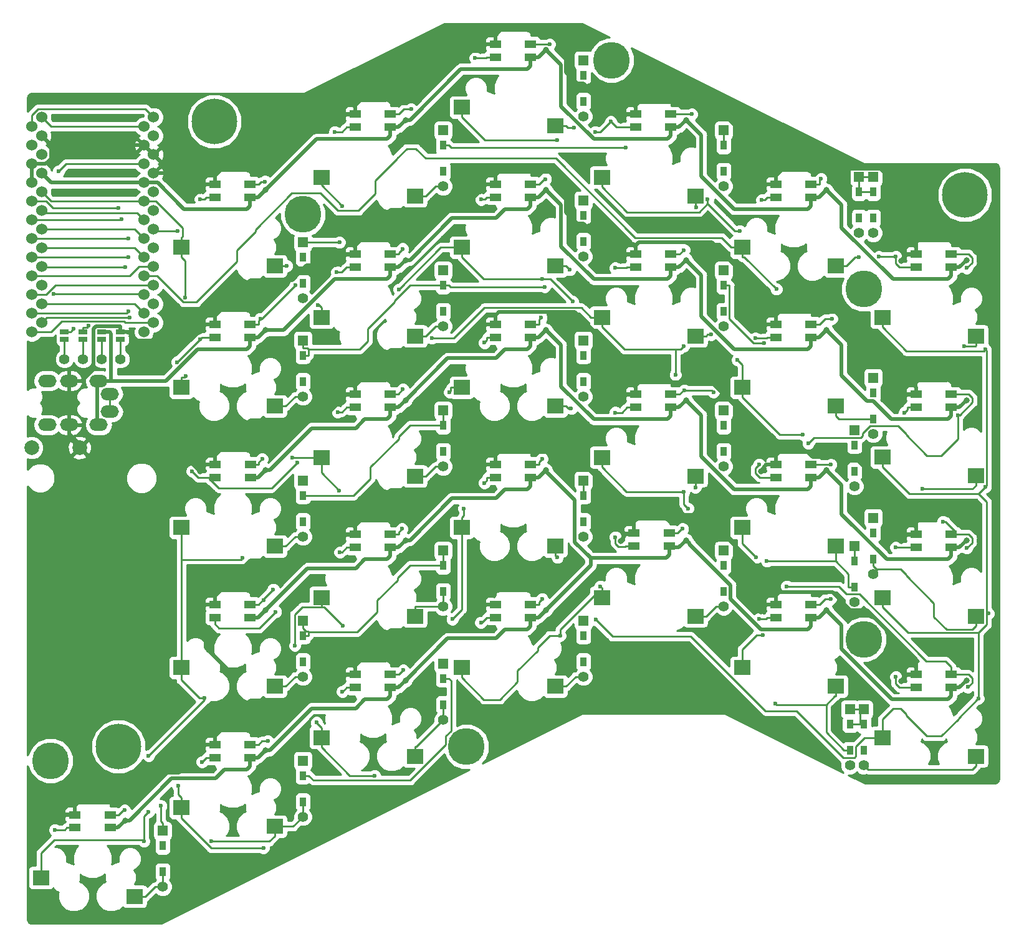
<source format=gtl>
G04 #@! TF.GenerationSoftware,KiCad,Pcbnew,5.0.2-bee76a0~70~ubuntu18.04.1*
G04 #@! TF.CreationDate,2019-04-11T02:53:24+09:00*
G04 #@! TF.ProjectId,benzene,62656e7a-656e-4652-9e6b-696361645f70,rev?*
G04 #@! TF.SameCoordinates,Original*
G04 #@! TF.FileFunction,Copper,L1,Top*
G04 #@! TF.FilePolarity,Positive*
%FSLAX46Y46*%
G04 Gerber Fmt 4.6, Leading zero omitted, Abs format (unit mm)*
G04 Created by KiCad (PCBNEW 5.0.2-bee76a0~70~ubuntu18.04.1) date 2019年04月11日 02時53分24秒*
%MOMM*%
%LPD*%
G01*
G04 APERTURE LIST*
G04 #@! TA.AperFunction,SMDPad,CuDef*
%ADD10R,2.300000X2.000000*%
G04 #@! TD*
G04 #@! TA.AperFunction,WasherPad*
%ADD11C,5.000000*%
G04 #@! TD*
G04 #@! TA.AperFunction,SMDPad,CuDef*
%ADD12R,1.600000X1.000000*%
G04 #@! TD*
G04 #@! TA.AperFunction,WasherPad*
%ADD13C,6.200000*%
G04 #@! TD*
G04 #@! TA.AperFunction,ComponentPad*
%ADD14C,1.524000*%
G04 #@! TD*
G04 #@! TA.AperFunction,ComponentPad*
%ADD15C,1.397000*%
G04 #@! TD*
G04 #@! TA.AperFunction,SMDPad,CuDef*
%ADD16R,0.950000X1.300000*%
G04 #@! TD*
G04 #@! TA.AperFunction,ComponentPad*
%ADD17R,1.397000X1.397000*%
G04 #@! TD*
G04 #@! TA.AperFunction,ComponentPad*
%ADD18O,2.500000X1.700000*%
G04 #@! TD*
G04 #@! TA.AperFunction,SMDPad,CuDef*
%ADD19R,1.143000X0.635000*%
G04 #@! TD*
G04 #@! TA.AperFunction,ComponentPad*
%ADD20C,2.000000*%
G04 #@! TD*
G04 #@! TA.AperFunction,ViaPad*
%ADD21C,0.600000*%
G04 #@! TD*
G04 #@! TA.AperFunction,ViaPad*
%ADD22C,0.800000*%
G04 #@! TD*
G04 #@! TA.AperFunction,Conductor*
%ADD23C,0.250000*%
G04 #@! TD*
G04 #@! TA.AperFunction,Conductor*
%ADD24C,0.500000*%
G04 #@! TD*
G04 #@! TA.AperFunction,Conductor*
%ADD25C,0.254000*%
G04 #@! TD*
G04 APERTURE END LIST*
D10*
G04 #@! TO.P,SW16,1*
G04 #@! TO.N,col3*
X154925000Y-78774920D03*
G04 #@! TO.P,SW16,2*
G04 #@! TO.N,Net-(D16-Pad2)*
X167625000Y-81314920D03*
G04 #@! TD*
G04 #@! TO.P,SW15,1*
G04 #@! TO.N,col2*
X135875000Y-69255000D03*
G04 #@! TO.P,SW15,2*
G04 #@! TO.N,Net-(D15-Pad2)*
X148575000Y-71795000D03*
G04 #@! TD*
D11*
G04 #@! TO.P,Ref4,*
G04 #@! TO.N,*
X136525000Y-118110000D03*
G04 #@! TD*
D10*
G04 #@! TO.P,SW9,1*
G04 #@! TO.N,col2*
X135875000Y-50205000D03*
G04 #@! TO.P,SW9,2*
G04 #@! TO.N,Net-(D9-Pad2)*
X148575000Y-52745000D03*
G04 #@! TD*
D12*
G04 #@! TO.P,L28,2*
G04 #@! TO.N,GND*
X140442000Y-98785000D03*
G04 #@! TO.P,L28,1*
G04 #@! TO.N,Net-(L27-Pad3)*
X140442000Y-100535000D03*
G04 #@! TO.P,L28,4*
G04 #@! TO.N,VCC*
X145242000Y-100535000D03*
G04 #@! TO.P,L28,3*
G04 #@! TO.N,Net-(L24-Pad1)*
X145242000Y-98785000D03*
G04 #@! TD*
D13*
G04 #@! TO.P,Ref7,*
G04 #@! TO.N,*
X204250000Y-43100000D03*
G04 #@! TD*
G04 #@! TO.P,Ref6,*
G04 #@! TO.N,*
X102250000Y-33100000D03*
G04 #@! TD*
G04 #@! TO.P,Ref8,*
G04 #@! TO.N,*
X89250000Y-118100000D03*
G04 #@! TD*
D10*
G04 #@! TO.P,SW11,1*
G04 #@! TO.N,col4*
X173975000Y-69255000D03*
G04 #@! TO.P,SW11,2*
G04 #@! TO.N,Net-(D11-Pad2)*
X186675000Y-71795000D03*
G04 #@! TD*
G04 #@! TO.P,SW28,1*
G04 #@! TO.N,col3*
X135875000Y-107355000D03*
G04 #@! TO.P,SW28,2*
G04 #@! TO.N,Net-(D28-Pad2)*
X148575000Y-109895000D03*
G04 #@! TD*
G04 #@! TO.P,SW17,1*
G04 #@! TO.N,col4*
X173975000Y-88299920D03*
G04 #@! TO.P,SW17,2*
G04 #@! TO.N,Net-(D17-Pad2)*
X186675000Y-90839920D03*
G04 #@! TD*
G04 #@! TO.P,SW5,1*
G04 #@! TO.N,col4*
X173975000Y-50205000D03*
G04 #@! TO.P,SW5,2*
G04 #@! TO.N,Net-(D5-Pad2)*
X186675000Y-52745000D03*
G04 #@! TD*
G04 #@! TO.P,SW4,1*
G04 #@! TO.N,col3*
X154925000Y-40680000D03*
G04 #@! TO.P,SW4,2*
G04 #@! TO.N,Net-(D4-Pad2)*
X167625000Y-43220000D03*
G04 #@! TD*
G04 #@! TO.P,SW23,1*
G04 #@! TO.N,col4*
X173975000Y-107350000D03*
G04 #@! TO.P,SW23,2*
G04 #@! TO.N,Net-(D23-Pad2)*
X186675000Y-109890000D03*
G04 #@! TD*
G04 #@! TO.P,SW2,1*
G04 #@! TO.N,col1*
X116825000Y-40680000D03*
G04 #@! TO.P,SW2,2*
G04 #@! TO.N,Net-(D2-Pad2)*
X129525000Y-43220000D03*
G04 #@! TD*
G04 #@! TO.P,SW1,1*
G04 #@! TO.N,col0*
X97775000Y-50205000D03*
G04 #@! TO.P,SW1,2*
G04 #@! TO.N,Net-(D1-Pad2)*
X110475000Y-52745000D03*
G04 #@! TD*
G04 #@! TO.P,SW3,1*
G04 #@! TO.N,col2*
X135875000Y-31155000D03*
G04 #@! TO.P,SW3,2*
G04 #@! TO.N,Net-(D3-Pad2)*
X148575000Y-33695000D03*
G04 #@! TD*
G04 #@! TO.P,SW6,2*
G04 #@! TO.N,Net-(D6-Pad2)*
X205725000Y-62270000D03*
G04 #@! TO.P,SW6,1*
G04 #@! TO.N,col5*
X193025000Y-59730000D03*
G04 #@! TD*
G04 #@! TO.P,SW7,1*
G04 #@! TO.N,col0*
X97775000Y-69255000D03*
G04 #@! TO.P,SW7,2*
G04 #@! TO.N,Net-(D7-Pad2)*
X110475000Y-71795000D03*
G04 #@! TD*
G04 #@! TO.P,SW8,1*
G04 #@! TO.N,col1*
X116825000Y-59730000D03*
G04 #@! TO.P,SW8,2*
G04 #@! TO.N,Net-(D8-Pad2)*
X129525000Y-62270000D03*
G04 #@! TD*
G04 #@! TO.P,SW10,1*
G04 #@! TO.N,col3*
X154925000Y-59730000D03*
G04 #@! TO.P,SW10,2*
G04 #@! TO.N,Net-(D10-Pad2)*
X167625000Y-62270000D03*
G04 #@! TD*
G04 #@! TO.P,SW12,1*
G04 #@! TO.N,col5*
X193025000Y-78745000D03*
G04 #@! TO.P,SW12,2*
G04 #@! TO.N,Net-(D12-Pad2)*
X205725000Y-81285000D03*
G04 #@! TD*
G04 #@! TO.P,SW13,1*
G04 #@! TO.N,col0*
X97775000Y-88305000D03*
G04 #@! TO.P,SW13,2*
G04 #@! TO.N,Net-(D13-Pad2)*
X110475000Y-90845000D03*
G04 #@! TD*
G04 #@! TO.P,SW14,1*
G04 #@! TO.N,col1*
X116825000Y-78780000D03*
G04 #@! TO.P,SW14,2*
G04 #@! TO.N,Net-(D14-Pad2)*
X129525000Y-81320000D03*
G04 #@! TD*
G04 #@! TO.P,SW18,1*
G04 #@! TO.N,col5*
X193025000Y-97830000D03*
G04 #@! TO.P,SW18,2*
G04 #@! TO.N,Net-(D18-Pad2)*
X205725000Y-100370000D03*
G04 #@! TD*
G04 #@! TO.P,SW19,1*
G04 #@! TO.N,col0*
X97775000Y-107355000D03*
G04 #@! TO.P,SW19,2*
G04 #@! TO.N,Net-(D19-Pad2)*
X110475000Y-109895000D03*
G04 #@! TD*
G04 #@! TO.P,SW20,1*
G04 #@! TO.N,col1*
X116825000Y-97830000D03*
G04 #@! TO.P,SW20,2*
G04 #@! TO.N,Net-(D20-Pad2)*
X129525000Y-100370000D03*
G04 #@! TD*
G04 #@! TO.P,SW21,1*
G04 #@! TO.N,col2*
X135875000Y-88305000D03*
G04 #@! TO.P,SW21,2*
G04 #@! TO.N,Net-(D21-Pad2)*
X148575000Y-90845000D03*
G04 #@! TD*
G04 #@! TO.P,SW22,1*
G04 #@! TO.N,col3*
X154925000Y-97824900D03*
G04 #@! TO.P,SW22,2*
G04 #@! TO.N,Net-(D22-Pad2)*
X167625000Y-100364900D03*
G04 #@! TD*
G04 #@! TO.P,SW24,1*
G04 #@! TO.N,col5*
X193025000Y-116875000D03*
G04 #@! TO.P,SW24,2*
G04 #@! TO.N,Net-(D24-Pad2)*
X205725000Y-119415000D03*
G04 #@! TD*
G04 #@! TO.P,SW25,1*
G04 #@! TO.N,col0*
X78725000Y-135930000D03*
G04 #@! TO.P,SW25,2*
G04 #@! TO.N,Net-(D25-Pad2)*
X91425000Y-138470000D03*
G04 #@! TD*
G04 #@! TO.P,SW26,1*
G04 #@! TO.N,col1*
X97775000Y-126405000D03*
G04 #@! TO.P,SW26,2*
G04 #@! TO.N,Net-(D26-Pad2)*
X110475000Y-128945000D03*
G04 #@! TD*
G04 #@! TO.P,SW27,1*
G04 #@! TO.N,col2*
X116825000Y-116880000D03*
G04 #@! TO.P,SW27,2*
G04 #@! TO.N,Net-(D27-Pad2)*
X129525000Y-119420000D03*
G04 #@! TD*
D12*
G04 #@! TO.P,L25,4*
G04 #@! TO.N,VCC*
X88125000Y-129145000D03*
G04 #@! TO.P,L25,3*
G04 #@! TO.N,Net-(L25-Pad3)*
X88125000Y-127395000D03*
G04 #@! TO.P,L25,1*
G04 #@! TO.N,Net-(L25-Pad1)*
X83325000Y-129145000D03*
G04 #@! TO.P,L25,2*
G04 #@! TO.N,GND*
X83325000Y-127395000D03*
G04 #@! TD*
G04 #@! TO.P,L26,2*
G04 #@! TO.N,GND*
X102342000Y-117835000D03*
G04 #@! TO.P,L26,1*
G04 #@! TO.N,Net-(L25-Pad3)*
X102342000Y-119585000D03*
G04 #@! TO.P,L26,3*
G04 #@! TO.N,Net-(L26-Pad3)*
X107142000Y-117835000D03*
G04 #@! TO.P,L26,4*
G04 #@! TO.N,VCC*
X107142000Y-119585000D03*
G04 #@! TD*
G04 #@! TO.P,L27,4*
G04 #@! TO.N,VCC*
X126192000Y-110060000D03*
G04 #@! TO.P,L27,3*
G04 #@! TO.N,Net-(L27-Pad3)*
X126192000Y-108310000D03*
G04 #@! TO.P,L27,1*
G04 #@! TO.N,Net-(L26-Pad3)*
X121392000Y-110060000D03*
G04 #@! TO.P,L27,2*
G04 #@! TO.N,GND*
X121392000Y-108310000D03*
G04 #@! TD*
G04 #@! TO.P,L8,2*
G04 #@! TO.N,GND*
X121392000Y-51160000D03*
G04 #@! TO.P,L8,1*
G04 #@! TO.N,Net-(L3-Pad3)*
X121392000Y-52910000D03*
G04 #@! TO.P,L8,3*
G04 #@! TO.N,Net-(L13-Pad1)*
X126192000Y-51160000D03*
G04 #@! TO.P,L8,4*
G04 #@! TO.N,VCC*
X126192000Y-52910000D03*
G04 #@! TD*
G04 #@! TO.P,L20,2*
G04 #@! TO.N,GND*
X121392000Y-89260000D03*
G04 #@! TO.P,L20,1*
G04 #@! TO.N,Net-(L15-Pad3)*
X121392000Y-91010000D03*
G04 #@! TO.P,L20,3*
G04 #@! TO.N,Net-(L19-Pad1)*
X126192000Y-89260000D03*
G04 #@! TO.P,L20,4*
G04 #@! TO.N,VCC*
X126192000Y-91010000D03*
G04 #@! TD*
G04 #@! TO.P,L14,2*
G04 #@! TO.N,GND*
X121392000Y-70210000D03*
G04 #@! TO.P,L14,1*
G04 #@! TO.N,Net-(L14-Pad1)*
X121392000Y-71960000D03*
G04 #@! TO.P,L14,3*
G04 #@! TO.N,Net-(L14-Pad3)*
X126192000Y-70210000D03*
G04 #@! TO.P,L14,4*
G04 #@! TO.N,VCC*
X126192000Y-71960000D03*
G04 #@! TD*
D14*
G04 #@! TO.P,U1,24*
G04 #@! TO.N,Net-(U1-Pad24)*
X78796400Y-32512000D03*
G04 #@! TO.P,U1,23*
G04 #@! TO.N,GND*
X78796400Y-35052000D03*
G04 #@! TO.P,U1,22*
G04 #@! TO.N,RST*
X78796400Y-37592000D03*
G04 #@! TO.P,U1,21*
G04 #@! TO.N,VCC*
X78796400Y-40132000D03*
G04 #@! TO.P,U1,20*
G04 #@! TO.N,col0*
X78796400Y-42672000D03*
G04 #@! TO.P,U1,19*
G04 #@! TO.N,col1*
X78796400Y-45212000D03*
G04 #@! TO.P,U1,18*
G04 #@! TO.N,col2*
X78796400Y-47752000D03*
G04 #@! TO.P,U1,17*
G04 #@! TO.N,col3*
X78796400Y-50292000D03*
G04 #@! TO.P,U1,16*
G04 #@! TO.N,col4*
X78796400Y-52832000D03*
G04 #@! TO.P,U1,15*
G04 #@! TO.N,col5*
X78796400Y-55372000D03*
G04 #@! TO.P,U1,14*
G04 #@! TO.N,Net-(U1-Pad14)*
X78796400Y-57912000D03*
G04 #@! TO.P,U1,13*
G04 #@! TO.N,Net-(U1-Pad13)*
X78796400Y-60452000D03*
G04 #@! TO.P,U1,12*
G04 #@! TO.N,Net-(U1-Pad12)*
X94016400Y-60452000D03*
G04 #@! TO.P,U1,11*
G04 #@! TO.N,row4*
X94016400Y-57912000D03*
G04 #@! TO.P,U1,10*
G04 #@! TO.N,row3*
X94016400Y-55372000D03*
G04 #@! TO.P,U1,9*
G04 #@! TO.N,row2*
X94016400Y-52832000D03*
G04 #@! TO.P,U1,8*
G04 #@! TO.N,row1*
X94016400Y-50292000D03*
G04 #@! TO.P,U1,7*
G04 #@! TO.N,row0*
X94016400Y-47752000D03*
G04 #@! TO.P,U1,6*
G04 #@! TO.N,SCL*
X94016400Y-45212000D03*
G04 #@! TO.P,U1,5*
G04 #@! TO.N,SDA*
X94016400Y-42672000D03*
G04 #@! TO.P,U1,4*
G04 #@! TO.N,GND*
X94016400Y-40132000D03*
G04 #@! TO.P,U1,3*
X94016400Y-37592000D03*
G04 #@! TO.P,U1,2*
G04 #@! TO.N,DATA*
X94016400Y-35052000D03*
G04 #@! TO.P,U1,1*
G04 #@! TO.N,LED*
X94016400Y-32512000D03*
X77470000Y-33782000D03*
G04 #@! TO.P,U1,2*
G04 #@! TO.N,DATA*
X77470000Y-36322000D03*
G04 #@! TO.P,U1,3*
G04 #@! TO.N,GND*
X77470000Y-38862000D03*
G04 #@! TO.P,U1,4*
X77470000Y-41402000D03*
G04 #@! TO.P,U1,5*
G04 #@! TO.N,SDA*
X77470000Y-43942000D03*
G04 #@! TO.P,U1,6*
G04 #@! TO.N,SCL*
X77470000Y-46482000D03*
G04 #@! TO.P,U1,7*
G04 #@! TO.N,row0*
X77470000Y-49022000D03*
G04 #@! TO.P,U1,8*
G04 #@! TO.N,row1*
X77470000Y-51562000D03*
G04 #@! TO.P,U1,9*
G04 #@! TO.N,row2*
X77470000Y-54102000D03*
G04 #@! TO.P,U1,10*
G04 #@! TO.N,row3*
X77470000Y-56642000D03*
G04 #@! TO.P,U1,11*
G04 #@! TO.N,row4*
X77470000Y-59182000D03*
G04 #@! TO.P,U1,12*
G04 #@! TO.N,Net-(U1-Pad12)*
X77470000Y-61722000D03*
G04 #@! TO.P,U1,13*
G04 #@! TO.N,Net-(U1-Pad13)*
X92710000Y-61722000D03*
G04 #@! TO.P,U1,14*
G04 #@! TO.N,Net-(U1-Pad14)*
X92710000Y-59182000D03*
G04 #@! TO.P,U1,15*
G04 #@! TO.N,col5*
X92710000Y-56642000D03*
G04 #@! TO.P,U1,16*
G04 #@! TO.N,col4*
X92710000Y-54102000D03*
G04 #@! TO.P,U1,17*
G04 #@! TO.N,col3*
X92710000Y-51562000D03*
G04 #@! TO.P,U1,18*
G04 #@! TO.N,col2*
X92710000Y-49022000D03*
G04 #@! TO.P,U1,19*
G04 #@! TO.N,col1*
X92710000Y-46482000D03*
G04 #@! TO.P,U1,20*
G04 #@! TO.N,col0*
X92710000Y-43942000D03*
G04 #@! TO.P,U1,21*
G04 #@! TO.N,VCC*
X92710000Y-41402000D03*
G04 #@! TO.P,U1,22*
G04 #@! TO.N,RST*
X92710000Y-38862000D03*
G04 #@! TO.P,U1,23*
G04 #@! TO.N,GND*
X92710000Y-36322000D03*
G04 #@! TO.P,U1,24*
G04 #@! TO.N,Net-(U1-Pad24)*
X92710000Y-33782000D03*
G04 #@! TD*
D15*
G04 #@! TO.P,OLED1,1*
G04 #@! TO.N,Net-(J10-Pad2)*
X81915000Y-65405000D03*
G04 #@! TO.P,OLED1,2*
G04 #@! TO.N,Net-(J5-Pad2)*
X84455000Y-65405000D03*
G04 #@! TO.P,OLED1,3*
G04 #@! TO.N,Net-(J4-Pad2)*
X86995000Y-65405000D03*
G04 #@! TO.P,OLED1,4*
G04 #@! TO.N,Net-(J2-Pad2)*
X89535000Y-65405000D03*
G04 #@! TD*
D11*
G04 #@! TO.P,Ref1,*
G04 #@! TO.N,*
X156210000Y-24765000D03*
G04 #@! TD*
G04 #@! TO.P,Ref0,*
G04 #@! TO.N,*
X114300000Y-45720000D03*
G04 #@! TD*
G04 #@! TO.P,Ref3,*
G04 #@! TO.N,*
X80010000Y-120015000D03*
G04 #@! TD*
G04 #@! TO.P,Ref5,*
G04 #@! TO.N,*
X190500000Y-103505000D03*
G04 #@! TD*
D16*
G04 #@! TO.P,D1,1*
G04 #@! TO.N,row0*
X114300000Y-51565000D03*
D17*
X114300000Y-49530000D03*
D15*
G04 #@! TO.P,D1,2*
G04 #@! TO.N,Net-(D1-Pad2)*
X114300000Y-57150000D03*
D16*
X114300000Y-55115000D03*
G04 #@! TD*
G04 #@! TO.P,D2,2*
G04 #@! TO.N,Net-(D2-Pad2)*
X133350000Y-39875000D03*
D15*
X133350000Y-41910000D03*
D17*
G04 #@! TO.P,D2,1*
G04 #@! TO.N,row0*
X133350000Y-34290000D03*
D16*
X133350000Y-36325000D03*
G04 #@! TD*
G04 #@! TO.P,D3,2*
G04 #@! TO.N,Net-(D3-Pad2)*
X152400000Y-30350000D03*
D15*
X152400000Y-32385000D03*
D17*
G04 #@! TO.P,D3,1*
G04 #@! TO.N,row0*
X152400000Y-24765000D03*
D16*
X152400000Y-26800000D03*
G04 #@! TD*
G04 #@! TO.P,D4,1*
G04 #@! TO.N,row0*
X171450000Y-36325000D03*
D17*
X171450000Y-34290000D03*
D15*
G04 #@! TO.P,D4,2*
G04 #@! TO.N,Net-(D4-Pad2)*
X171450000Y-41910000D03*
D16*
X171450000Y-39875000D03*
G04 #@! TD*
G04 #@! TO.P,D5,1*
G04 #@! TO.N,row0*
X189865000Y-42675000D03*
D17*
X189865000Y-40640000D03*
D15*
G04 #@! TO.P,D5,2*
G04 #@! TO.N,Net-(D5-Pad2)*
X189865000Y-48260000D03*
D16*
X189865000Y-46225000D03*
G04 #@! TD*
G04 #@! TO.P,D6,1*
G04 #@! TO.N,row0*
X191770000Y-42675000D03*
D17*
X191770000Y-40640000D03*
D15*
G04 #@! TO.P,D6,2*
G04 #@! TO.N,Net-(D6-Pad2)*
X191770000Y-48260000D03*
D16*
X191770000Y-46225000D03*
G04 #@! TD*
G04 #@! TO.P,D7,2*
G04 #@! TO.N,Net-(D7-Pad2)*
X114300000Y-68450000D03*
D15*
X114300000Y-70485000D03*
D17*
G04 #@! TO.P,D7,1*
G04 #@! TO.N,row1*
X114300000Y-62865000D03*
D16*
X114300000Y-64900000D03*
G04 #@! TD*
G04 #@! TO.P,D8,1*
G04 #@! TO.N,row1*
X133350000Y-55375000D03*
D17*
X133350000Y-53340000D03*
D15*
G04 #@! TO.P,D8,2*
G04 #@! TO.N,Net-(D8-Pad2)*
X133350000Y-60960000D03*
D16*
X133350000Y-58925000D03*
G04 #@! TD*
G04 #@! TO.P,D9,2*
G04 #@! TO.N,Net-(D9-Pad2)*
X152400000Y-49400000D03*
D15*
X152400000Y-51435000D03*
D17*
G04 #@! TO.P,D9,1*
G04 #@! TO.N,row1*
X152400000Y-43815000D03*
D16*
X152400000Y-45850000D03*
G04 #@! TD*
G04 #@! TO.P,D10,1*
G04 #@! TO.N,row1*
X171450000Y-55375000D03*
D17*
X171450000Y-53340000D03*
D15*
G04 #@! TO.P,D10,2*
G04 #@! TO.N,Net-(D10-Pad2)*
X171450000Y-60960000D03*
D16*
X171450000Y-58925000D03*
G04 #@! TD*
G04 #@! TO.P,D11,2*
G04 #@! TO.N,Net-(D11-Pad2)*
X191770000Y-73530000D03*
D15*
X191770000Y-75565000D03*
D17*
G04 #@! TO.P,D11,1*
G04 #@! TO.N,row1*
X191770000Y-67945000D03*
D16*
X191770000Y-69980000D03*
G04 #@! TD*
G04 #@! TO.P,D12,2*
G04 #@! TO.N,Net-(D12-Pad2)*
X189230000Y-80645000D03*
D15*
X189230000Y-82680000D03*
D17*
G04 #@! TO.P,D12,1*
G04 #@! TO.N,row1*
X189230000Y-75060000D03*
D16*
X189230000Y-77095000D03*
G04 #@! TD*
G04 #@! TO.P,D13,1*
G04 #@! TO.N,row2*
X114300000Y-83950000D03*
D17*
X114300000Y-81915000D03*
D15*
G04 #@! TO.P,D13,2*
G04 #@! TO.N,Net-(D13-Pad2)*
X114300000Y-89535000D03*
D16*
X114300000Y-87500000D03*
G04 #@! TD*
G04 #@! TO.P,D14,1*
G04 #@! TO.N,row2*
X133350000Y-74425000D03*
D17*
X133350000Y-72390000D03*
D15*
G04 #@! TO.P,D14,2*
G04 #@! TO.N,Net-(D14-Pad2)*
X133350000Y-80010000D03*
D16*
X133350000Y-77975000D03*
G04 #@! TD*
G04 #@! TO.P,D15,2*
G04 #@! TO.N,Net-(D15-Pad2)*
X152400000Y-68450000D03*
D15*
X152400000Y-70485000D03*
D17*
G04 #@! TO.P,D15,1*
G04 #@! TO.N,row2*
X152400000Y-62865000D03*
D16*
X152400000Y-64900000D03*
G04 #@! TD*
G04 #@! TO.P,D16,2*
G04 #@! TO.N,Net-(D16-Pad2)*
X171450000Y-77975000D03*
D15*
X171450000Y-80010000D03*
D17*
G04 #@! TO.P,D16,1*
G04 #@! TO.N,row2*
X171450000Y-72390000D03*
D16*
X171450000Y-74425000D03*
G04 #@! TD*
G04 #@! TO.P,D17,1*
G04 #@! TO.N,row2*
X189230000Y-92840000D03*
D17*
X189230000Y-90805000D03*
D15*
G04 #@! TO.P,D17,2*
G04 #@! TO.N,Net-(D17-Pad2)*
X189230000Y-98425000D03*
D16*
X189230000Y-96390000D03*
G04 #@! TD*
G04 #@! TO.P,D18,2*
G04 #@! TO.N,Net-(D18-Pad2)*
X191770000Y-92580000D03*
D15*
X191770000Y-94615000D03*
D17*
G04 #@! TO.P,D18,1*
G04 #@! TO.N,row2*
X191770000Y-86995000D03*
D16*
X191770000Y-89030000D03*
G04 #@! TD*
G04 #@! TO.P,D19,1*
G04 #@! TO.N,row3*
X114300000Y-103000000D03*
D17*
X114300000Y-100965000D03*
D15*
G04 #@! TO.P,D19,2*
G04 #@! TO.N,Net-(D19-Pad2)*
X114300000Y-108585000D03*
D16*
X114300000Y-106550000D03*
G04 #@! TD*
G04 #@! TO.P,D20,2*
G04 #@! TO.N,Net-(D20-Pad2)*
X133350000Y-97025000D03*
D15*
X133350000Y-99060000D03*
D17*
G04 #@! TO.P,D20,1*
G04 #@! TO.N,row3*
X133350000Y-91440000D03*
D16*
X133350000Y-93475000D03*
G04 #@! TD*
G04 #@! TO.P,D21,1*
G04 #@! TO.N,row3*
X152400000Y-83950000D03*
D17*
X152400000Y-81915000D03*
D15*
G04 #@! TO.P,D21,2*
G04 #@! TO.N,Net-(D21-Pad2)*
X152400000Y-89535000D03*
D16*
X152400000Y-87500000D03*
G04 #@! TD*
G04 #@! TO.P,D22,2*
G04 #@! TO.N,Net-(D22-Pad2)*
X171450000Y-97019900D03*
D15*
X171450000Y-99054900D03*
D17*
G04 #@! TO.P,D22,1*
G04 #@! TO.N,row3*
X171450000Y-91434900D03*
D16*
X171450000Y-93469900D03*
G04 #@! TD*
G04 #@! TO.P,D23,1*
G04 #@! TO.N,row3*
X188608000Y-115060000D03*
D17*
X188608000Y-113025000D03*
D15*
G04 #@! TO.P,D23,2*
G04 #@! TO.N,Net-(D23-Pad2)*
X188608000Y-120645000D03*
D16*
X188608000Y-118610000D03*
G04 #@! TD*
G04 #@! TO.P,D24,1*
G04 #@! TO.N,row3*
X190500000Y-115065000D03*
D17*
X190500000Y-113030000D03*
D15*
G04 #@! TO.P,D24,2*
G04 #@! TO.N,Net-(D24-Pad2)*
X190500000Y-120650000D03*
D16*
X190500000Y-118615000D03*
G04 #@! TD*
G04 #@! TO.P,D25,2*
G04 #@! TO.N,Net-(D25-Pad2)*
X95250000Y-135125000D03*
D15*
X95250000Y-137160000D03*
D17*
G04 #@! TO.P,D25,1*
G04 #@! TO.N,row4*
X95250000Y-129540000D03*
D16*
X95250000Y-131575000D03*
G04 #@! TD*
G04 #@! TO.P,D26,1*
G04 #@! TO.N,row4*
X114300000Y-122050000D03*
D17*
X114300000Y-120015000D03*
D15*
G04 #@! TO.P,D26,2*
G04 #@! TO.N,Net-(D26-Pad2)*
X114300000Y-127635000D03*
D16*
X114300000Y-125600000D03*
G04 #@! TD*
G04 #@! TO.P,D27,2*
G04 #@! TO.N,Net-(D27-Pad2)*
X133350000Y-112395000D03*
D15*
X133350000Y-114430000D03*
D17*
G04 #@! TO.P,D27,1*
G04 #@! TO.N,row4*
X133350000Y-106810000D03*
D16*
X133350000Y-108845000D03*
G04 #@! TD*
G04 #@! TO.P,D28,1*
G04 #@! TO.N,row4*
X152400000Y-103000000D03*
D17*
X152400000Y-100965000D03*
D15*
G04 #@! TO.P,D28,2*
G04 #@! TO.N,Net-(D28-Pad2)*
X152400000Y-108585000D03*
D16*
X152400000Y-106550000D03*
G04 #@! TD*
D18*
G04 #@! TO.P,J1,D*
G04 #@! TO.N,VCC*
X86550000Y-74335000D03*
G04 #@! TO.P,J1,A*
G04 #@! TO.N,Net-(J1-PadA)*
X88050000Y-70135000D03*
G04 #@! TO.P,J1,B*
G04 #@! TO.N,DATA*
X79550000Y-74335000D03*
G04 #@! TO.P,J1,C*
G04 #@! TO.N,GND*
X82550000Y-74335000D03*
G04 #@! TO.P,J1,B*
G04 #@! TO.N,DATA*
X79550000Y-68385000D03*
G04 #@! TO.P,J1,C*
G04 #@! TO.N,GND*
X82550000Y-68385000D03*
G04 #@! TO.P,J1,D*
G04 #@! TO.N,VCC*
X86550000Y-68385000D03*
G04 #@! TO.P,J1,A*
G04 #@! TO.N,Net-(J1-PadA)*
X88050000Y-72585000D03*
G04 #@! TD*
D19*
G04 #@! TO.P,J2,2*
G04 #@! TO.N,Net-(J2-Pad2)*
X89535000Y-62730380D03*
G04 #@! TO.P,J2,1*
G04 #@! TO.N,GND*
X89535000Y-61729620D03*
G04 #@! TD*
G04 #@! TO.P,J4,1*
G04 #@! TO.N,VCC*
X86995000Y-61729620D03*
G04 #@! TO.P,J4,2*
G04 #@! TO.N,Net-(J4-Pad2)*
X86995000Y-62730380D03*
G04 #@! TD*
G04 #@! TO.P,J5,2*
G04 #@! TO.N,Net-(J5-Pad2)*
X84455000Y-62730380D03*
G04 #@! TO.P,J5,1*
G04 #@! TO.N,SCL*
X84455000Y-61729620D03*
G04 #@! TD*
G04 #@! TO.P,J6,1*
G04 #@! TO.N,SDA*
X81915000Y-61729620D03*
G04 #@! TO.P,J6,2*
G04 #@! TO.N,Net-(J10-Pad2)*
X81915000Y-62730380D03*
G04 #@! TD*
D12*
G04 #@! TO.P,L1,2*
G04 #@! TO.N,GND*
X102342000Y-41635000D03*
G04 #@! TO.P,L1,1*
G04 #@! TO.N,Net-(L1-Pad1)*
X102342000Y-43385000D03*
G04 #@! TO.P,L1,3*
G04 #@! TO.N,LED*
X107142000Y-41635000D03*
G04 #@! TO.P,L1,4*
G04 #@! TO.N,VCC*
X107142000Y-43385000D03*
G04 #@! TD*
G04 #@! TO.P,L2,4*
G04 #@! TO.N,VCC*
X126192000Y-33860000D03*
G04 #@! TO.P,L2,3*
G04 #@! TO.N,Net-(L1-Pad1)*
X126192000Y-32110000D03*
G04 #@! TO.P,L2,1*
G04 #@! TO.N,Net-(L2-Pad1)*
X121392000Y-33860000D03*
G04 #@! TO.P,L2,2*
G04 #@! TO.N,GND*
X121392000Y-32110000D03*
G04 #@! TD*
G04 #@! TO.P,L3,2*
G04 #@! TO.N,GND*
X140442000Y-22585000D03*
G04 #@! TO.P,L3,1*
G04 #@! TO.N,Net-(L3-Pad1)*
X140442000Y-24335000D03*
G04 #@! TO.P,L3,3*
G04 #@! TO.N,Net-(L3-Pad3)*
X145242000Y-22585000D03*
G04 #@! TO.P,L3,4*
G04 #@! TO.N,VCC*
X145242000Y-24335000D03*
G04 #@! TD*
G04 #@! TO.P,L4,4*
G04 #@! TO.N,VCC*
X164292000Y-33860000D03*
G04 #@! TO.P,L4,3*
G04 #@! TO.N,Net-(L3-Pad1)*
X164292000Y-32110000D03*
G04 #@! TO.P,L4,1*
G04 #@! TO.N,Net-(L4-Pad1)*
X159492000Y-33860000D03*
G04 #@! TO.P,L4,2*
G04 #@! TO.N,GND*
X159492000Y-32110000D03*
G04 #@! TD*
G04 #@! TO.P,L5,4*
G04 #@! TO.N,VCC*
X183342000Y-43385000D03*
G04 #@! TO.P,L5,3*
G04 #@! TO.N,Net-(L10-Pad1)*
X183342000Y-41635000D03*
G04 #@! TO.P,L5,1*
G04 #@! TO.N,Net-(L5-Pad1)*
X178542000Y-43385000D03*
G04 #@! TO.P,L5,2*
G04 #@! TO.N,GND*
X178542000Y-41635000D03*
G04 #@! TD*
G04 #@! TO.P,L6,2*
G04 #@! TO.N,GND*
X197592000Y-51160000D03*
G04 #@! TO.P,L6,1*
G04 #@! TO.N,Net-(L11-Pad3)*
X197592000Y-52910000D03*
G04 #@! TO.P,L6,3*
G04 #@! TO.N,Net-(L5-Pad1)*
X202392000Y-51160000D03*
G04 #@! TO.P,L6,4*
G04 #@! TO.N,VCC*
X202392000Y-52910000D03*
G04 #@! TD*
G04 #@! TO.P,L7,4*
G04 #@! TO.N,VCC*
X107142000Y-62435000D03*
G04 #@! TO.P,L7,3*
G04 #@! TO.N,Net-(L2-Pad1)*
X107142000Y-60685000D03*
G04 #@! TO.P,L7,1*
G04 #@! TO.N,Net-(L13-Pad3)*
X102342000Y-62435000D03*
G04 #@! TO.P,L7,2*
G04 #@! TO.N,GND*
X102342000Y-60685000D03*
G04 #@! TD*
G04 #@! TO.P,L9,4*
G04 #@! TO.N,VCC*
X145242000Y-43385000D03*
G04 #@! TO.P,L9,3*
G04 #@! TO.N,Net-(L4-Pad1)*
X145242000Y-41635000D03*
G04 #@! TO.P,L9,1*
G04 #@! TO.N,Net-(L14-Pad3)*
X140442000Y-43385000D03*
G04 #@! TO.P,L9,2*
G04 #@! TO.N,GND*
X140442000Y-41635000D03*
G04 #@! TD*
G04 #@! TO.P,L10,2*
G04 #@! TO.N,GND*
X159492000Y-51160000D03*
G04 #@! TO.P,L10,1*
G04 #@! TO.N,Net-(L10-Pad1)*
X159492000Y-52910000D03*
G04 #@! TO.P,L10,3*
G04 #@! TO.N,Net-(L10-Pad3)*
X164292000Y-51160000D03*
G04 #@! TO.P,L10,4*
G04 #@! TO.N,VCC*
X164292000Y-52910000D03*
G04 #@! TD*
G04 #@! TO.P,L11,4*
G04 #@! TO.N,VCC*
X183342000Y-62435000D03*
G04 #@! TO.P,L11,3*
G04 #@! TO.N,Net-(L11-Pad3)*
X183342000Y-60685000D03*
G04 #@! TO.P,L11,1*
G04 #@! TO.N,Net-(L11-Pad1)*
X178542000Y-62435000D03*
G04 #@! TO.P,L11,2*
G04 #@! TO.N,GND*
X178542000Y-60685000D03*
G04 #@! TD*
G04 #@! TO.P,L12,2*
G04 #@! TO.N,GND*
X197592000Y-70210000D03*
G04 #@! TO.P,L12,1*
G04 #@! TO.N,Net-(L12-Pad1)*
X197592000Y-71960000D03*
G04 #@! TO.P,L12,3*
G04 #@! TO.N,Net-(L12-Pad3)*
X202392000Y-70210000D03*
G04 #@! TO.P,L12,4*
G04 #@! TO.N,VCC*
X202392000Y-71960000D03*
G04 #@! TD*
G04 #@! TO.P,L13,4*
G04 #@! TO.N,VCC*
X107202000Y-81485000D03*
G04 #@! TO.P,L13,3*
G04 #@! TO.N,Net-(L13-Pad3)*
X107202000Y-79735000D03*
G04 #@! TO.P,L13,1*
G04 #@! TO.N,Net-(L13-Pad1)*
X102402000Y-81485000D03*
G04 #@! TO.P,L13,2*
G04 #@! TO.N,GND*
X102402000Y-79735000D03*
G04 #@! TD*
G04 #@! TO.P,L15,4*
G04 #@! TO.N,VCC*
X145242000Y-62435000D03*
G04 #@! TO.P,L15,3*
G04 #@! TO.N,Net-(L15-Pad3)*
X145242000Y-60685000D03*
G04 #@! TO.P,L15,1*
G04 #@! TO.N,Net-(L10-Pad3)*
X140442000Y-62435000D03*
G04 #@! TO.P,L15,2*
G04 #@! TO.N,GND*
X140442000Y-60685000D03*
G04 #@! TD*
G04 #@! TO.P,L16,4*
G04 #@! TO.N,VCC*
X164292000Y-71960000D03*
G04 #@! TO.P,L16,3*
G04 #@! TO.N,Net-(L11-Pad1)*
X164292000Y-70210000D03*
G04 #@! TO.P,L16,1*
G04 #@! TO.N,Net-(L16-Pad1)*
X159492000Y-71960000D03*
G04 #@! TO.P,L16,2*
G04 #@! TO.N,GND*
X159492000Y-70210000D03*
G04 #@! TD*
G04 #@! TO.P,L17,2*
G04 #@! TO.N,GND*
X178542000Y-79735000D03*
G04 #@! TO.P,L17,1*
G04 #@! TO.N,Net-(L12-Pad3)*
X178542000Y-81485000D03*
G04 #@! TO.P,L17,3*
G04 #@! TO.N,Net-(L17-Pad3)*
X183342000Y-79735000D03*
G04 #@! TO.P,L17,4*
G04 #@! TO.N,VCC*
X183342000Y-81485000D03*
G04 #@! TD*
G04 #@! TO.P,L18,2*
G04 #@! TO.N,GND*
X197592000Y-89260000D03*
G04 #@! TO.P,L18,1*
G04 #@! TO.N,Net-(L18-Pad1)*
X197592000Y-91010000D03*
G04 #@! TO.P,L18,3*
G04 #@! TO.N,Net-(L12-Pad1)*
X202392000Y-89260000D03*
G04 #@! TO.P,L18,4*
G04 #@! TO.N,VCC*
X202392000Y-91010000D03*
G04 #@! TD*
G04 #@! TO.P,L19,4*
G04 #@! TO.N,VCC*
X107142000Y-100535000D03*
G04 #@! TO.P,L19,3*
G04 #@! TO.N,Net-(L14-Pad1)*
X107142000Y-98785000D03*
G04 #@! TO.P,L19,1*
G04 #@! TO.N,Net-(L19-Pad1)*
X102342000Y-100535000D03*
G04 #@! TO.P,L19,2*
G04 #@! TO.N,GND*
X102342000Y-98785000D03*
G04 #@! TD*
G04 #@! TO.P,L21,4*
G04 #@! TO.N,VCC*
X145242000Y-81485000D03*
G04 #@! TO.P,L21,3*
G04 #@! TO.N,Net-(L16-Pad1)*
X145242000Y-79735000D03*
G04 #@! TO.P,L21,1*
G04 #@! TO.N,Net-(L21-Pad1)*
X140442000Y-81485000D03*
G04 #@! TO.P,L21,2*
G04 #@! TO.N,GND*
X140442000Y-79735000D03*
G04 #@! TD*
G04 #@! TO.P,L22,2*
G04 #@! TO.N,GND*
X159267000Y-89058400D03*
G04 #@! TO.P,L22,1*
G04 #@! TO.N,Net-(L17-Pad3)*
X159267000Y-90808400D03*
G04 #@! TO.P,L22,3*
G04 #@! TO.N,Net-(L21-Pad1)*
X164067000Y-89058400D03*
G04 #@! TO.P,L22,4*
G04 #@! TO.N,VCC*
X164067000Y-90808400D03*
G04 #@! TD*
G04 #@! TO.P,L23,4*
G04 #@! TO.N,VCC*
X183342000Y-100535000D03*
G04 #@! TO.P,L23,3*
G04 #@! TO.N,Net-(L18-Pad1)*
X183342000Y-98785000D03*
G04 #@! TO.P,L23,1*
G04 #@! TO.N,Net-(L23-Pad1)*
X178542000Y-100535000D03*
G04 #@! TO.P,L23,2*
G04 #@! TO.N,GND*
X178542000Y-98785000D03*
G04 #@! TD*
G04 #@! TO.P,L24,2*
G04 #@! TO.N,GND*
X197592000Y-108310000D03*
G04 #@! TO.P,L24,1*
G04 #@! TO.N,Net-(L24-Pad1)*
X197592000Y-110060000D03*
G04 #@! TO.P,L24,3*
G04 #@! TO.N,Net-(L23-Pad1)*
X202392000Y-108310000D03*
G04 #@! TO.P,L24,4*
G04 #@! TO.N,VCC*
X202392000Y-110060000D03*
G04 #@! TD*
D20*
G04 #@! TO.P,RESET1,1*
G04 #@! TO.N,RST*
X77470000Y-77470000D03*
G04 #@! TO.P,RESET1,2*
G04 #@! TO.N,GND*
X83970000Y-77470000D03*
G04 #@! TD*
D11*
G04 #@! TO.P,Ref2,*
G04 #@! TO.N,*
X190500000Y-55880000D03*
G04 #@! TD*
D19*
G04 #@! TO.P,J3,1*
G04 #@! TO.N,SDA*
X81915000Y-61729620D03*
G04 #@! TO.P,J3,2*
G04 #@! TO.N,Net-(J10-Pad2)*
X81915000Y-62730380D03*
G04 #@! TD*
D21*
G04 #@! TO.N,row0*
X97262300Y-47966700D03*
X90620600Y-49022000D03*
X119269000Y-49530000D03*
X158120400Y-36650900D03*
X114300000Y-51565000D03*
X133350000Y-36325000D03*
X152400000Y-26800000D03*
X171450000Y-36325000D03*
X189865000Y-42675000D03*
X191770000Y-42675000D03*
G04 #@! TO.N,Net-(D1-Pad2)*
X112131000Y-52745000D03*
X114300000Y-55115000D03*
G04 #@! TO.N,Net-(D2-Pad2)*
X133350000Y-39875000D03*
G04 #@! TO.N,Net-(D3-Pad2)*
X151108200Y-33959900D03*
X152400000Y-30350000D03*
G04 #@! TO.N,Net-(D4-Pad2)*
X167762900Y-44752900D03*
X171450000Y-39875000D03*
G04 #@! TO.N,Net-(D5-Pad2)*
X189865000Y-51548200D03*
X189865000Y-46225000D03*
G04 #@! TO.N,Net-(D6-Pad2)*
X204145200Y-63675200D03*
X191770000Y-46225000D03*
G04 #@! TO.N,Net-(D7-Pad2)*
X114300000Y-68450000D03*
G04 #@! TO.N,row1*
X90577600Y-51562000D03*
X147143500Y-55605300D03*
X176974700Y-63240200D03*
X114300000Y-64900000D03*
X191770000Y-69980000D03*
X189230000Y-77095000D03*
X171450000Y-55375000D03*
X152400000Y-45850000D03*
X133350000Y-55375000D03*
G04 #@! TO.N,Net-(D8-Pad2)*
X133350000Y-58925000D03*
G04 #@! TO.N,Net-(D9-Pad2)*
X150570200Y-53264800D03*
X152400000Y-49400000D03*
G04 #@! TO.N,Net-(D10-Pad2)*
X169781100Y-62085900D03*
X171450000Y-58925000D03*
G04 #@! TO.N,Net-(D11-Pad2)*
X191770000Y-73530000D03*
G04 #@! TO.N,Net-(D12-Pad2)*
X198489500Y-83083000D03*
X189230000Y-80645000D03*
G04 #@! TO.N,row2*
X191770000Y-89030000D03*
X189230000Y-92840000D03*
X171450000Y-74425000D03*
X152400000Y-64900000D03*
X114300000Y-83950000D03*
X133350000Y-74425000D03*
G04 #@! TO.N,Net-(D13-Pad2)*
X114300000Y-87500000D03*
G04 #@! TO.N,Net-(D14-Pad2)*
X133350000Y-77975000D03*
G04 #@! TO.N,Net-(D15-Pad2)*
X150735400Y-72149600D03*
X152400000Y-68450000D03*
G04 #@! TO.N,Net-(D16-Pad2)*
X167616100Y-82838500D03*
X171450000Y-77975000D03*
G04 #@! TO.N,Net-(D17-Pad2)*
X177328000Y-92898000D03*
X189230000Y-96390000D03*
G04 #@! TO.N,Net-(D18-Pad2)*
X191770000Y-92580000D03*
G04 #@! TO.N,row3*
X190500000Y-115065000D03*
X188608000Y-115060000D03*
X171450000Y-93469900D03*
X152400000Y-83950000D03*
X114300000Y-103000000D03*
G04 #@! TO.N,Net-(D19-Pad2)*
X114300000Y-106550000D03*
G04 #@! TO.N,Net-(D21-Pad2)*
X148874800Y-92373200D03*
X152400000Y-87500000D03*
G04 #@! TO.N,Net-(D22-Pad2)*
X171450000Y-97019900D03*
G04 #@! TO.N,Net-(D23-Pad2)*
X178489100Y-112235900D03*
X188608000Y-118610000D03*
G04 #@! TO.N,Net-(D24-Pad2)*
X190500000Y-118615000D03*
G04 #@! TO.N,Net-(D25-Pad2)*
X95250000Y-135125000D03*
G04 #@! TO.N,row4*
X90609800Y-58955900D03*
X95021800Y-126170700D03*
X152400000Y-103000000D03*
X133350000Y-108845000D03*
X114300000Y-122050000D03*
X95250000Y-131575000D03*
G04 #@! TO.N,Net-(D26-Pad2)*
X101828100Y-130993000D03*
X114300000Y-125600000D03*
G04 #@! TO.N,Net-(D27-Pad2)*
X133350000Y-112395000D03*
G04 #@! TO.N,Net-(D28-Pad2)*
X152400000Y-106550000D03*
D22*
G04 #@! TO.N,VCC*
X166370000Y-90038000D03*
X166370000Y-70988000D03*
X166370000Y-51938000D03*
X204470000Y-109088000D03*
X204470000Y-90038000D03*
X204470000Y-70988000D03*
X185420000Y-99563000D03*
X185420000Y-80513000D03*
X185420000Y-61463000D03*
X109220000Y-99563000D03*
X109220000Y-80513000D03*
X109220000Y-61463000D03*
X128270000Y-90038000D03*
X128270000Y-70988000D03*
X128270000Y-51938000D03*
X147320000Y-80513000D03*
X147320000Y-61463000D03*
X147320000Y-42413000D03*
X109220000Y-42413000D03*
X128270000Y-32888000D03*
X147320000Y-23363000D03*
X166370000Y-32888000D03*
X185420000Y-42413000D03*
X204470000Y-51938000D03*
X90170000Y-128138000D03*
X109220000Y-118613000D03*
X128270000Y-109088000D03*
X147320000Y-99563000D03*
G04 #@! TO.N,GND*
X100330000Y-99689900D03*
X100330000Y-80639900D03*
X100330000Y-61589900D03*
X157480000Y-90164900D03*
X157480000Y-71114900D03*
X157480000Y-52064900D03*
X176530000Y-99689900D03*
X176530000Y-80639900D03*
X176530000Y-61589900D03*
X195580000Y-109215000D03*
X195580000Y-90164900D03*
X195580000Y-71114900D03*
X138430000Y-80639900D03*
X138430000Y-61589900D03*
X138430000Y-42539900D03*
X119380000Y-90164900D03*
X119380000Y-71114900D03*
X119380000Y-52064900D03*
X100330000Y-42539900D03*
X119380000Y-33014900D03*
X138430000Y-23489900D03*
X157480000Y-33014900D03*
X176530000Y-42539900D03*
X195580000Y-52064900D03*
X81280000Y-128265000D03*
X100330000Y-118740000D03*
X119380000Y-109215000D03*
X138430000Y-99689900D03*
D21*
X142240000Y-114929920D03*
X165100000Y-107944920D03*
X130810000Y-34919920D03*
X85090000Y-32379920D03*
X86360000Y-39999920D03*
X85725000Y-42539920D03*
X171450000Y-85719920D03*
X156210000Y-68574920D03*
X123190000Y-86242686D03*
X117475000Y-105404920D03*
X96520000Y-113024920D03*
X109855000Y-75559920D03*
X117475000Y-67304920D03*
X144145000Y-76194920D03*
X155575000Y-65399920D03*
X194945000Y-85719920D03*
X195051920Y-66669920D03*
X197592000Y-45714920D03*
X176530000Y-38729920D03*
X175260000Y-34284920D03*
X154940000Y-49524949D03*
X136525000Y-39999920D03*
X109855000Y-35554920D03*
X182245000Y-57779920D03*
X174625000Y-57144920D03*
X130810000Y-83814920D03*
X78105000Y-65399920D03*
X116840000Y-90799920D03*
X116840000Y-51429920D03*
X99695000Y-59684920D03*
X177800000Y-95577908D03*
X194310000Y-106039920D03*
X203835000Y-85719920D03*
X208280000Y-109214920D03*
X207645000Y-121914920D03*
X151130000Y-41904920D03*
X128905000Y-45714920D03*
X113665000Y-97149920D03*
X154940000Y-90164920D03*
X204470000Y-92704920D03*
X205105000Y-73654920D03*
X203835000Y-55239920D03*
X180975000Y-54604920D03*
X208280000Y-71114920D03*
X208280000Y-90164920D03*
X104717900Y-108254000D03*
X112395000Y-83814920D03*
X180340000Y-50794920D03*
X149224981Y-41269920D03*
X130810000Y-73019920D03*
X127000000Y-67939920D03*
X149860000Y-60319920D03*
X153035000Y-38729920D03*
X168910000Y-46984920D03*
X137160000Y-57144920D03*
X127635000Y-93339920D03*
X203200000Y-104769920D03*
X182245000Y-117469920D03*
X131445000Y-109849920D03*
X132715000Y-88894920D03*
X190500000Y-110484920D03*
X153035000Y-57144920D03*
X146685000Y-45079920D03*
X133350000Y-48889920D03*
X133350000Y-51429920D03*
X153035000Y-95879920D03*
X123825000Y-118104920D03*
X104775000Y-127629920D03*
X200025000Y-118104920D03*
X165735000Y-35554920D03*
X172085000Y-45714920D03*
X147320000Y-64129920D03*
X165100000Y-86575000D03*
X170180000Y-107944920D03*
X104775000Y-69844920D03*
X117475048Y-73019920D03*
X170180000Y-57144920D03*
X177800000Y-46984920D03*
X142875000Y-70479920D03*
X172085000Y-102864920D03*
X82550000Y-132074920D03*
X165735000Y-55239920D03*
X203835000Y-112389920D03*
X173355000Y-73654920D03*
X136525000Y-100324920D03*
X148590000Y-100959920D03*
G04 #@! TO.N,Net-(L1-Pad1)*
X128995300Y-31438400D03*
X100369700Y-43688300D03*
G04 #@! TO.N,LED*
X109162100Y-41264400D03*
G04 #@! TO.N,Net-(L2-Pad1)*
X113250300Y-55369700D03*
X108521000Y-59913900D03*
X118638300Y-34506700D03*
G04 #@! TO.N,Net-(L3-Pad1)*
X137697800Y-24464500D03*
X167138900Y-32110000D03*
G04 #@! TO.N,Net-(L3-Pad3)*
X118908600Y-53582800D03*
X147829100Y-22585000D03*
G04 #@! TO.N,Net-(L4-Pad1)*
X154038900Y-34506000D03*
X147262700Y-40926300D03*
X156119200Y-33113400D03*
G04 #@! TO.N,Net-(L10-Pad1)*
X184700100Y-40884400D03*
X156718900Y-53013800D03*
G04 #@! TO.N,Net-(L5-Pad1)*
X176629400Y-43751000D03*
X204476300Y-53027100D03*
G04 #@! TO.N,Net-(L11-Pad3)*
X192544300Y-51474100D03*
X194854600Y-51494400D03*
X186167900Y-59930400D03*
G04 #@! TO.N,Net-(L13-Pad3)*
X97190700Y-65817500D03*
X108773000Y-78998000D03*
X100349400Y-62699300D03*
G04 #@! TO.N,Net-(L13-Pad1)*
X113525000Y-79476500D03*
X99243400Y-80652800D03*
X127841700Y-50405900D03*
G04 #@! TO.N,Net-(L14-Pad3)*
X138517100Y-43716200D03*
X127882300Y-69521100D03*
G04 #@! TO.N,Net-(L10-Pad3)*
X138973900Y-63188400D03*
X166076800Y-50577300D03*
G04 #@! TO.N,Net-(L11-Pad1)*
X170076800Y-69888400D03*
X166113600Y-69630300D03*
X175771300Y-62553900D03*
G04 #@! TO.N,Net-(L12-Pad1)*
X201248800Y-87496500D03*
X196046800Y-72698500D03*
X204472000Y-91123800D03*
G04 #@! TO.N,Net-(L12-Pad3)*
X182951400Y-76883500D03*
X203308700Y-73019300D03*
X176273800Y-79713600D03*
G04 #@! TO.N,Net-(L14-Pad1)*
X110279400Y-96736100D03*
X108955900Y-98218500D03*
X119009100Y-72598800D03*
G04 #@! TO.N,Net-(L15-Pad3)*
X146684600Y-59788700D03*
X119340600Y-91670000D03*
G04 #@! TO.N,Net-(L16-Pad1)*
X146801100Y-78959900D03*
X156748500Y-72674700D03*
G04 #@! TO.N,Net-(L17-Pad3)*
X186038900Y-79735000D03*
X156754600Y-89616200D03*
G04 #@! TO.N,Net-(L18-Pad1)*
X194820500Y-91010000D03*
X186024800Y-98009400D03*
G04 #@! TO.N,Net-(L19-Pad1)*
X110600800Y-99787100D03*
X127774600Y-88500000D03*
G04 #@! TO.N,Net-(L21-Pad1)*
X138957400Y-82253100D03*
X165880000Y-88501200D03*
G04 #@! TO.N,Net-(L23-Pad1)*
X176282400Y-100710400D03*
X180032800Y-96301000D03*
X204618600Y-110009900D03*
G04 #@! TO.N,Net-(L24-Pad1)*
X146801000Y-98014400D03*
X194854600Y-108619200D03*
G04 #@! TO.N,RST*
X81080100Y-39904800D03*
G04 #@! TO.N,col0*
X98324500Y-57029700D03*
X106110000Y-92471400D03*
X98419700Y-67731300D03*
X100965300Y-111520200D03*
X92725000Y-130988100D03*
X93345000Y-126994920D03*
X93345000Y-119374920D03*
G04 #@! TO.N,col1*
X116319000Y-58095300D03*
X97340100Y-123424400D03*
X113197500Y-104370300D03*
X119244500Y-83297600D03*
X112874500Y-78780000D03*
X119724600Y-101682600D03*
X119662700Y-44571700D03*
X108943700Y-131902000D03*
G04 #@! TO.N,col2*
X127334300Y-55919700D03*
X136150500Y-85721500D03*
X134604600Y-100781600D03*
X116160200Y-114821000D03*
X150925600Y-57592800D03*
X134214100Y-69914700D03*
X148811100Y-35610400D03*
X146857100Y-54548200D03*
X124025600Y-122049400D03*
G04 #@! TO.N,col3*
X131820600Y-62576400D03*
X166023700Y-63675400D03*
X173663000Y-47962500D03*
X166617900Y-85716100D03*
X164903600Y-67550700D03*
X166064800Y-83456300D03*
X169295300Y-43708200D03*
X154715800Y-96306800D03*
X149230200Y-103021100D03*
G04 #@! TO.N,col4*
X90179100Y-52919500D03*
X182228000Y-75640200D03*
X176777600Y-102929800D03*
X178614500Y-55895300D03*
X173326200Y-65543400D03*
X175888600Y-92373400D03*
G04 #@! TO.N,col5*
X80402500Y-56576200D03*
X207399900Y-100006300D03*
X206089300Y-111578900D03*
X207025000Y-64093400D03*
X207025000Y-82828500D03*
X154105200Y-100866000D03*
G04 #@! TO.N,Net-(U1-Pad13)*
X90760300Y-59772300D03*
G04 #@! TO.N,SDA*
X83167700Y-61272700D03*
X89244300Y-44896200D03*
G04 #@! TO.N,SCL*
X85168800Y-60901200D03*
X89699600Y-46352300D03*
G04 #@! TO.N,Net-(L25-Pad3)*
X90090500Y-126722300D03*
X100603400Y-120176700D03*
G04 #@! TO.N,Net-(L25-Pad1)*
X80620300Y-129420500D03*
G04 #@! TO.N,Net-(L26-Pad3)*
X109521600Y-117361800D03*
X119674600Y-110623700D03*
G04 #@! TO.N,Net-(L27-Pad3)*
X138480200Y-101228900D03*
X127947800Y-107679500D03*
G04 #@! TD*
D23*
G04 #@! TO.N,row0*
X97262300Y-47966700D02*
X94231100Y-47966700D01*
X94231100Y-47966700D02*
X94016400Y-47752000D01*
X114300000Y-49530000D02*
X119269000Y-49530000D01*
X90620600Y-49022000D02*
X77470000Y-49022000D01*
X189865000Y-40640000D02*
X191770000Y-40640000D01*
X189865000Y-40640000D02*
X189865000Y-42675000D01*
X189865000Y-42675000D02*
X191770000Y-42675000D01*
X134150300Y-36325000D02*
X134476200Y-36650900D01*
X134476200Y-36650900D02*
X158120400Y-36650900D01*
X133350000Y-36325000D02*
X134150300Y-36325000D01*
X171450000Y-34290000D02*
X171450000Y-36325000D01*
G04 #@! TO.N,Net-(D1-Pad2)*
X110475000Y-52745000D02*
X112131000Y-52745000D01*
G04 #@! TO.N,Net-(D2-Pad2)*
X129525000Y-43220000D02*
X131000300Y-43220000D01*
X133350000Y-41910000D02*
X132310300Y-41910000D01*
X132310300Y-41910000D02*
X131000300Y-43220000D01*
G04 #@! TO.N,Net-(D3-Pad2)*
X148575000Y-33695000D02*
X150050300Y-33695000D01*
X151108200Y-33959900D02*
X150315200Y-33959900D01*
X150315200Y-33959900D02*
X150050300Y-33695000D01*
G04 #@! TO.N,Net-(D4-Pad2)*
X167625000Y-44545300D02*
X167762900Y-44683200D01*
X167762900Y-44683200D02*
X167762900Y-44752900D01*
X167625000Y-43220000D02*
X167625000Y-44545300D01*
G04 #@! TO.N,Net-(D5-Pad2)*
X188150300Y-52745000D02*
X189347000Y-51548300D01*
X189347000Y-51548300D02*
X189865000Y-51548300D01*
X189865000Y-51548300D02*
X189865000Y-51548200D01*
X186675000Y-52745000D02*
X188150300Y-52745000D01*
G04 #@! TO.N,Net-(D6-Pad2)*
X205725000Y-62270000D02*
X205725000Y-63595300D01*
X204145200Y-63675200D02*
X205645100Y-63675200D01*
X205645100Y-63675200D02*
X205725000Y-63595300D01*
G04 #@! TO.N,Net-(D7-Pad2)*
X110475000Y-71795000D02*
X111950300Y-71795000D01*
X114300000Y-70485000D02*
X113260300Y-70485000D01*
X113260300Y-70485000D02*
X111950300Y-71795000D01*
G04 #@! TO.N,row1*
X115100300Y-64062900D02*
X122033700Y-64062900D01*
X122033700Y-64062900D02*
X123135800Y-62960800D01*
X123135800Y-62960800D02*
X123135800Y-61295600D01*
X123135800Y-61295600D02*
X126755700Y-57675700D01*
X126755700Y-57675700D02*
X126755700Y-57471900D01*
X126755700Y-57471900D02*
X128852600Y-55375000D01*
X128852600Y-55375000D02*
X133350000Y-55375000D01*
X77470000Y-51562000D02*
X90577600Y-51562000D01*
X115100300Y-64900000D02*
X115100300Y-64062900D01*
X115100300Y-64062900D02*
X114926200Y-63888800D01*
X114926200Y-63888800D02*
X114300000Y-63888800D01*
X114300000Y-64900000D02*
X115100300Y-64900000D01*
X114300000Y-62865000D02*
X114300000Y-63888800D01*
X172250300Y-55375000D02*
X172250300Y-59962500D01*
X172250300Y-59962500D02*
X175528000Y-63240200D01*
X175528000Y-63240200D02*
X176974700Y-63240200D01*
X133350000Y-55375000D02*
X134150300Y-55375000D01*
X134150300Y-55375000D02*
X134380600Y-55605300D01*
X134380600Y-55605300D02*
X147143500Y-55605300D01*
X171450000Y-55375000D02*
X172250300Y-55375000D01*
G04 #@! TO.N,Net-(D8-Pad2)*
X133350000Y-60960000D02*
X132310300Y-60960000D01*
X132310300Y-60960000D02*
X131000300Y-62270000D01*
X129525000Y-62270000D02*
X131000300Y-62270000D01*
G04 #@! TO.N,Net-(D9-Pad2)*
X150050300Y-52745000D02*
X150570100Y-53264800D01*
X150570100Y-53264800D02*
X150570200Y-53264800D01*
X148575000Y-52745000D02*
X150050300Y-52745000D01*
G04 #@! TO.N,Net-(D10-Pad2)*
X167625000Y-62270000D02*
X169100300Y-62270000D01*
X169781100Y-62085900D02*
X169284400Y-62085900D01*
X169284400Y-62085900D02*
X169100300Y-62270000D01*
G04 #@! TO.N,Net-(D11-Pad2)*
X186675000Y-71795000D02*
X186675000Y-73120300D01*
X191770000Y-73530000D02*
X187084700Y-73530000D01*
X187084700Y-73530000D02*
X186675000Y-73120300D01*
G04 #@! TO.N,Net-(D12-Pad2)*
X205725000Y-82610300D02*
X205252300Y-83083000D01*
X205252300Y-83083000D02*
X198489500Y-83083000D01*
X205725000Y-81285000D02*
X205725000Y-82610300D01*
G04 #@! TO.N,row2*
X77470000Y-54102000D02*
X90806900Y-54102000D01*
X90806900Y-54102000D02*
X92076900Y-52832000D01*
X92076900Y-52832000D02*
X94016400Y-52832000D01*
X114300000Y-83950000D02*
X121203700Y-83950000D01*
X121203700Y-83950000D02*
X123482000Y-81671700D01*
X123482000Y-81671700D02*
X123482000Y-80107000D01*
X123482000Y-80107000D02*
X127351700Y-76237300D01*
X127351700Y-76237300D02*
X127351700Y-75924700D01*
X127351700Y-75924700D02*
X128851400Y-74425000D01*
X128851400Y-74425000D02*
X133350000Y-74425000D01*
X133350000Y-74425000D02*
X133350000Y-72390000D01*
X189230000Y-90805000D02*
X189230000Y-92840000D01*
G04 #@! TO.N,Net-(D13-Pad2)*
X110475000Y-90845000D02*
X111950300Y-90845000D01*
X114300000Y-89535000D02*
X113260300Y-89535000D01*
X113260300Y-89535000D02*
X111950300Y-90845000D01*
G04 #@! TO.N,Net-(D14-Pad2)*
X129525000Y-81320000D02*
X131000300Y-81320000D01*
X133350000Y-80010000D02*
X132310300Y-80010000D01*
X132310300Y-80010000D02*
X131000300Y-81320000D01*
G04 #@! TO.N,Net-(D15-Pad2)*
X150050300Y-71795000D02*
X150404900Y-72149600D01*
X150404900Y-72149600D02*
X150735400Y-72149600D01*
X148575000Y-71795000D02*
X150050300Y-71795000D01*
G04 #@! TO.N,Net-(D16-Pad2)*
X167625000Y-82645300D02*
X167616100Y-82654200D01*
X167616100Y-82654200D02*
X167616100Y-82838500D01*
X167625000Y-81320000D02*
X167625000Y-82645300D01*
G04 #@! TO.N,Net-(D17-Pad2)*
X186675000Y-92898000D02*
X177328000Y-92898000D01*
X186675000Y-92898000D02*
X186675000Y-90845000D01*
X188429700Y-96390000D02*
X188429700Y-94652700D01*
X188429700Y-94652700D02*
X186675000Y-92898000D01*
X189230000Y-96390000D02*
X188429700Y-96390000D01*
G04 #@! TO.N,Net-(D18-Pad2)*
X192299900Y-94085100D02*
X192430500Y-93954500D01*
X192430500Y-93954500D02*
X195472000Y-93954500D01*
X195472000Y-93954500D02*
X196220400Y-94702900D01*
X196220400Y-94702900D02*
X196220400Y-94804700D01*
X196220400Y-94804700D02*
X200025000Y-98609300D01*
X200025000Y-98609300D02*
X200025000Y-100446000D01*
X200025000Y-100446000D02*
X201746500Y-102167500D01*
X201746500Y-102167500D02*
X205252800Y-102167500D01*
X205252800Y-102167500D02*
X205725000Y-101695300D01*
X191770000Y-94615000D02*
X192299900Y-94085100D01*
X191770000Y-93555300D02*
X192299900Y-94085100D01*
X191770000Y-92580000D02*
X191770000Y-93555300D01*
X205725000Y-100370000D02*
X205725000Y-101695300D01*
G04 #@! TO.N,row3*
X94016400Y-55372000D02*
X80718100Y-55372000D01*
X80718100Y-55372000D02*
X79448100Y-56642000D01*
X79448100Y-56642000D02*
X77470000Y-56642000D01*
X189956700Y-115060000D02*
X189956700Y-113030000D01*
X190500000Y-115065000D02*
X189961700Y-115065000D01*
X189961700Y-115065000D02*
X189956700Y-115060000D01*
X189956700Y-115060000D02*
X188608000Y-115060000D01*
X189956700Y-113030000D02*
X189636800Y-113030000D01*
X189636800Y-113030000D02*
X189631800Y-113025000D01*
X190500000Y-113030000D02*
X189956700Y-113030000D01*
X188608000Y-113025000D02*
X189631800Y-113025000D01*
X115100300Y-102514800D02*
X115100300Y-103000000D01*
X114300000Y-101988800D02*
X114752900Y-102441700D01*
X114752900Y-102441700D02*
X115027200Y-102441700D01*
X115027200Y-102441700D02*
X115100300Y-102514800D01*
X115100300Y-102514800D02*
X121688900Y-102514800D01*
X121688900Y-102514800D02*
X124415100Y-99788600D01*
X124415100Y-99788600D02*
X124415100Y-98223900D01*
X124415100Y-98223900D02*
X127142900Y-95496100D01*
X127142900Y-95496100D02*
X127142900Y-95170800D01*
X127142900Y-95170800D02*
X128838700Y-93475000D01*
X128838700Y-93475000D02*
X133350000Y-93475000D01*
X152400000Y-83950000D02*
X152400000Y-81915000D01*
X114300000Y-100965000D02*
X114300000Y-101988800D01*
X133350000Y-91440000D02*
X133350000Y-93475000D01*
X114300000Y-103000000D02*
X115100300Y-103000000D01*
G04 #@! TO.N,Net-(D19-Pad2)*
X110475000Y-109895000D02*
X111950300Y-109895000D01*
X114300000Y-108585000D02*
X113260300Y-108585000D01*
X113260300Y-108585000D02*
X111950300Y-109895000D01*
G04 #@! TO.N,Net-(D20-Pad2)*
X133350000Y-99044700D02*
X133350000Y-97025000D01*
X133350000Y-99060000D02*
X133350000Y-99044700D01*
X133350000Y-99044700D02*
X129525000Y-99044700D01*
X129525000Y-100370000D02*
X129525000Y-99044700D01*
G04 #@! TO.N,Net-(D21-Pad2)*
X148575000Y-90845000D02*
X148575000Y-92170300D01*
X148874800Y-92373200D02*
X148671900Y-92170300D01*
X148671900Y-92170300D02*
X148575000Y-92170300D01*
G04 #@! TO.N,Net-(D22-Pad2)*
X167625000Y-100364900D02*
X169100300Y-100364900D01*
X171450000Y-99054900D02*
X170410300Y-99054900D01*
X170410300Y-99054900D02*
X169100300Y-100364900D01*
G04 #@! TO.N,Net-(D23-Pad2)*
X185382800Y-112397500D02*
X186565000Y-111215300D01*
X186565000Y-111215300D02*
X186675000Y-111215300D01*
X187807700Y-118610000D02*
X185382800Y-116185100D01*
X185382800Y-116185100D02*
X185382800Y-112397500D01*
X185382800Y-112397500D02*
X178650700Y-112397500D01*
X178650700Y-112397500D02*
X178489100Y-112235900D01*
X186675000Y-109890000D02*
X186675000Y-111215300D01*
X188608000Y-118610000D02*
X187807700Y-118610000D01*
G04 #@! TO.N,Net-(D24-Pad2)*
X205725000Y-119415000D02*
X205725000Y-120740300D01*
X190500000Y-120650000D02*
X191063600Y-121213600D01*
X191063600Y-121213600D02*
X205251700Y-121213600D01*
X205251700Y-121213600D02*
X205725000Y-120740300D01*
G04 #@! TO.N,Net-(D25-Pad2)*
X92900300Y-138470000D02*
X94210300Y-137160000D01*
X94210300Y-137160000D02*
X95250000Y-137160000D01*
X95250000Y-135125000D02*
X95250000Y-137160000D01*
X91425000Y-138470000D02*
X92900300Y-138470000D01*
G04 #@! TO.N,row4*
X90609800Y-58955900D02*
X90383700Y-59182000D01*
X90383700Y-59182000D02*
X77470000Y-59182000D01*
X95250000Y-129540000D02*
X95250000Y-128516200D01*
X95250000Y-128516200D02*
X95021800Y-128288000D01*
X95021800Y-128288000D02*
X95021800Y-126170700D01*
X133350000Y-108845000D02*
X134150300Y-108845000D01*
X115100300Y-122050000D02*
X115732900Y-122682600D01*
X115732900Y-122682600D02*
X128899800Y-122682600D01*
X128899800Y-122682600D02*
X133699700Y-117882700D01*
X133699700Y-117882700D02*
X133699700Y-116698400D01*
X133699700Y-116698400D02*
X134425200Y-115972900D01*
X134425200Y-115972900D02*
X134425200Y-109119900D01*
X134425200Y-109119900D02*
X134150300Y-108845000D01*
X114300000Y-122050000D02*
X115100300Y-122050000D01*
G04 #@! TO.N,Net-(D26-Pad2)*
X114300000Y-127635000D02*
X114300000Y-125600000D01*
X114300000Y-127635000D02*
X112990000Y-128945000D01*
X112990000Y-128945000D02*
X110475000Y-128945000D01*
X110475000Y-130270300D02*
X109752300Y-130993000D01*
X109752300Y-130993000D02*
X101828100Y-130993000D01*
X110475000Y-128945000D02*
X110475000Y-130270300D01*
G04 #@! TO.N,Net-(D27-Pad2)*
X129525000Y-118094700D02*
X129685300Y-118094700D01*
X129685300Y-118094700D02*
X133350000Y-114430000D01*
X129525000Y-119420000D02*
X129525000Y-118094700D01*
X133350000Y-114430000D02*
X133350000Y-112395000D01*
G04 #@! TO.N,Net-(D28-Pad2)*
X148575000Y-109895000D02*
X150050300Y-109895000D01*
X152400000Y-108585000D02*
X151360300Y-108585000D01*
X151360300Y-108585000D02*
X150050300Y-109895000D01*
D24*
G04 #@! TO.N,VCC*
X92710000Y-41402000D02*
X80066400Y-41402000D01*
X80066400Y-41402000D02*
X78796400Y-40132000D01*
X107142000Y-43385000D02*
X107142000Y-44600500D01*
X107142000Y-44600500D02*
X106717000Y-45025000D01*
X106717000Y-45025000D02*
X98163200Y-45025000D01*
X98163200Y-45025000D02*
X94540200Y-41402000D01*
X94540200Y-41402000D02*
X92710000Y-41402000D01*
X153413000Y-92448400D02*
X163643000Y-92448400D01*
X163643000Y-92448400D02*
X164067000Y-92024200D01*
X164067000Y-92024200D02*
X164067000Y-90808400D01*
X147320000Y-80513000D02*
X147320000Y-80639900D01*
X147320000Y-80639900D02*
X151251000Y-84571400D01*
X151251000Y-84571400D02*
X151251000Y-90286400D01*
X151251000Y-90286400D02*
X153413000Y-92448400D01*
X147320000Y-99563000D02*
X153413000Y-93470000D01*
X153413000Y-93470000D02*
X153413000Y-92448400D01*
X145242000Y-100535000D02*
X146348000Y-100535000D01*
X146348000Y-100535000D02*
X147320000Y-99563000D01*
X88016800Y-61729600D02*
X88265000Y-61977800D01*
X88265000Y-61977800D02*
X88265000Y-68385000D01*
X88160000Y-129110000D02*
X88125000Y-129145000D01*
X88160000Y-129110000D02*
X89198000Y-129110000D01*
X89198000Y-129110000D02*
X90170000Y-128138000D01*
X88092000Y-129110000D02*
X88160000Y-129110000D01*
X164292000Y-91010000D02*
X164268600Y-91010000D01*
X164268600Y-91010000D02*
X164067000Y-90808400D01*
X164292000Y-91010000D02*
X165398000Y-91010000D01*
X165398000Y-91010000D02*
X166370000Y-90038000D01*
X86995000Y-61729600D02*
X88016800Y-61729600D01*
X88265000Y-68385000D02*
X95685000Y-68385000D01*
X95685000Y-68385000D02*
X99995000Y-64075000D01*
X99995000Y-64075000D02*
X106717000Y-64075000D01*
X106717000Y-64075000D02*
X107142000Y-63650500D01*
X107142000Y-63650500D02*
X107142000Y-62435000D01*
X86550000Y-68385000D02*
X88265000Y-68385000D01*
X86550000Y-74335000D02*
X86325200Y-74110200D01*
X86325200Y-74110200D02*
X86325200Y-68609800D01*
X86325200Y-68609800D02*
X86550000Y-68385000D01*
X107202000Y-81485000D02*
X108248000Y-81485000D01*
X108248000Y-81485000D02*
X109220000Y-80513000D01*
X107142000Y-81485000D02*
X107202000Y-81485000D01*
X164292000Y-52910000D02*
X164292000Y-54125500D01*
X164292000Y-54125500D02*
X163867000Y-54550000D01*
X163867000Y-54550000D02*
X153815000Y-54550000D01*
X153815000Y-54550000D02*
X149355000Y-50089800D01*
X149355000Y-50089800D02*
X149355000Y-44448000D01*
X149355000Y-44448000D02*
X147320000Y-42413000D01*
X183342000Y-81485000D02*
X183342000Y-82700500D01*
X183342000Y-82700500D02*
X182917000Y-83125000D01*
X182917000Y-83125000D02*
X172865000Y-83125000D01*
X172865000Y-83125000D02*
X168405000Y-78664800D01*
X168405000Y-78664800D02*
X168405000Y-73023000D01*
X168405000Y-73023000D02*
X166370000Y-70988000D01*
X183342000Y-62435000D02*
X183342000Y-63650500D01*
X183342000Y-63650500D02*
X182917000Y-64075000D01*
X182917000Y-64075000D02*
X172865000Y-64075000D01*
X172865000Y-64075000D02*
X168405000Y-59614800D01*
X168405000Y-59614800D02*
X168405000Y-53973000D01*
X168405000Y-53973000D02*
X166370000Y-51938000D01*
X164292000Y-71960000D02*
X164292000Y-73175500D01*
X164292000Y-73175500D02*
X163867000Y-73600000D01*
X163867000Y-73600000D02*
X153815000Y-73600000D01*
X153815000Y-73600000D02*
X149355000Y-69139800D01*
X149355000Y-69139800D02*
X149355000Y-63498000D01*
X149355000Y-63498000D02*
X147320000Y-61463000D01*
X183342000Y-43385000D02*
X183342000Y-44600500D01*
X183342000Y-44600500D02*
X182917000Y-45025000D01*
X182917000Y-45025000D02*
X172865000Y-45025000D01*
X172865000Y-45025000D02*
X168405000Y-40564800D01*
X168405000Y-40564800D02*
X168405000Y-34923000D01*
X168405000Y-34923000D02*
X166370000Y-32888000D01*
X164292000Y-33860000D02*
X164292000Y-35075500D01*
X164292000Y-35075500D02*
X163867000Y-35500000D01*
X163867000Y-35500000D02*
X153815000Y-35500000D01*
X153815000Y-35500000D02*
X149355000Y-31039800D01*
X149355000Y-31039800D02*
X149355000Y-25398000D01*
X149355000Y-25398000D02*
X147320000Y-23363000D01*
X128270000Y-109088000D02*
X133983000Y-103375000D01*
X133983000Y-103375000D02*
X140575000Y-103375000D01*
X140575000Y-103375000D02*
X141775000Y-102175000D01*
X141775000Y-102175000D02*
X144817000Y-102175000D01*
X144817000Y-102175000D02*
X145242000Y-101750000D01*
X145242000Y-101750000D02*
X145242000Y-100535000D01*
X109220000Y-118613000D02*
X109786000Y-118613000D01*
X109786000Y-118613000D02*
X115499000Y-112900000D01*
X115499000Y-112900000D02*
X121525000Y-112900000D01*
X121525000Y-112900000D02*
X122725000Y-111700000D01*
X122725000Y-111700000D02*
X125767000Y-111700000D01*
X125767000Y-111700000D02*
X126192000Y-111275000D01*
X126192000Y-111275000D02*
X126192000Y-110060000D01*
X90170000Y-128138000D02*
X90735700Y-128138000D01*
X90735700Y-128138000D02*
X96448700Y-122425000D01*
X96448700Y-122425000D02*
X102475000Y-122425000D01*
X102475000Y-122425000D02*
X103675000Y-121225000D01*
X103675000Y-121225000D02*
X106717000Y-121225000D01*
X106717000Y-121225000D02*
X107142000Y-120800000D01*
X107142000Y-120800000D02*
X107142000Y-119585000D01*
X185420000Y-99563000D02*
X187455000Y-101598000D01*
X187455000Y-101598000D02*
X187455000Y-104826000D01*
X187455000Y-104826000D02*
X194329000Y-111700000D01*
X194329000Y-111700000D02*
X201967000Y-111700000D01*
X201967000Y-111700000D02*
X202392000Y-111275000D01*
X202392000Y-111275000D02*
X202392000Y-110060000D01*
X183342000Y-100535000D02*
X183342000Y-101750000D01*
X183342000Y-101750000D02*
X182917000Y-102175000D01*
X182917000Y-102175000D02*
X176520000Y-102175000D01*
X176520000Y-102175000D02*
X172375000Y-98029900D01*
X172375000Y-98029900D02*
X172375000Y-96169900D01*
X172375000Y-96169900D02*
X166770000Y-90564900D01*
X166770000Y-90564900D02*
X166770000Y-90438000D01*
X166770000Y-90438000D02*
X166370000Y-90038000D01*
X128270000Y-90038000D02*
X128836000Y-90038000D01*
X128836000Y-90038000D02*
X134549000Y-84325000D01*
X134549000Y-84325000D02*
X140575000Y-84325000D01*
X140575000Y-84325000D02*
X141775000Y-83125000D01*
X141775000Y-83125000D02*
X144817000Y-83125000D01*
X144817000Y-83125000D02*
X145242000Y-82700500D01*
X145242000Y-82700500D02*
X145242000Y-81485000D01*
X109220000Y-99563000D02*
X114933000Y-93850000D01*
X114933000Y-93850000D02*
X121525000Y-93850000D01*
X121525000Y-93850000D02*
X122725000Y-92650000D01*
X122725000Y-92650000D02*
X125767000Y-92650000D01*
X125767000Y-92650000D02*
X126192000Y-92225500D01*
X126192000Y-92225500D02*
X126192000Y-91010000D01*
X128270000Y-70988000D02*
X133983000Y-65275000D01*
X133983000Y-65275000D02*
X140575000Y-65275000D01*
X140575000Y-65275000D02*
X141775000Y-64075000D01*
X141775000Y-64075000D02*
X144817000Y-64075000D01*
X144817000Y-64075000D02*
X145242000Y-63650500D01*
X145242000Y-63650500D02*
X145242000Y-62435000D01*
X109220000Y-80513000D02*
X109786000Y-80513000D01*
X109786000Y-80513000D02*
X115499000Y-74800000D01*
X115499000Y-74800000D02*
X121525000Y-74800000D01*
X121525000Y-74800000D02*
X122725000Y-73600000D01*
X122725000Y-73600000D02*
X125767000Y-73600000D01*
X125767000Y-73600000D02*
X126192000Y-73175500D01*
X126192000Y-73175500D02*
X126192000Y-71960000D01*
X202392000Y-91010000D02*
X202392000Y-92225500D01*
X202392000Y-92225500D02*
X201967000Y-92650000D01*
X201967000Y-92650000D02*
X193620000Y-92650000D01*
X193620000Y-92650000D02*
X187455000Y-86484900D01*
X187455000Y-86484900D02*
X187455000Y-82548000D01*
X187455000Y-82548000D02*
X185420000Y-80513000D01*
X202392000Y-52910000D02*
X202392000Y-54125500D01*
X202392000Y-54125500D02*
X201967000Y-54550000D01*
X201967000Y-54550000D02*
X194455000Y-54550000D01*
X194455000Y-54550000D02*
X187455000Y-47549800D01*
X187455000Y-47549800D02*
X187455000Y-44448000D01*
X187455000Y-44448000D02*
X185420000Y-42413000D01*
X202392000Y-71960000D02*
X202392000Y-73175500D01*
X202392000Y-73175500D02*
X201967000Y-73600000D01*
X201967000Y-73600000D02*
X194255000Y-73600000D01*
X194255000Y-73600000D02*
X191735000Y-71080000D01*
X191735000Y-71080000D02*
X190935000Y-71080000D01*
X190935000Y-71080000D02*
X187455000Y-67600000D01*
X187455000Y-67600000D02*
X187455000Y-63498000D01*
X187455000Y-63498000D02*
X185420000Y-61463000D01*
X128270000Y-51938000D02*
X128836000Y-51938000D01*
X128836000Y-51938000D02*
X134549000Y-46225000D01*
X134549000Y-46225000D02*
X140575000Y-46225000D01*
X140575000Y-46225000D02*
X141775000Y-45025000D01*
X141775000Y-45025000D02*
X144817000Y-45025000D01*
X144817000Y-45025000D02*
X145242000Y-44600500D01*
X145242000Y-44600500D02*
X145242000Y-43385000D01*
X109220000Y-61463000D02*
X111687000Y-61463000D01*
X111687000Y-61463000D02*
X118600000Y-54550000D01*
X118600000Y-54550000D02*
X125767000Y-54550000D01*
X125767000Y-54550000D02*
X126192000Y-54125500D01*
X126192000Y-54125500D02*
X126192000Y-52910000D01*
X128270000Y-32888000D02*
X128836000Y-32888000D01*
X128836000Y-32888000D02*
X135749000Y-25975000D01*
X135749000Y-25975000D02*
X144817000Y-25975000D01*
X144817000Y-25975000D02*
X145242000Y-25550500D01*
X145242000Y-25550500D02*
X145242000Y-24335000D01*
X109220000Y-42413000D02*
X116133000Y-35500000D01*
X116133000Y-35500000D02*
X125767000Y-35500000D01*
X125767000Y-35500000D02*
X126192000Y-35075500D01*
X126192000Y-35075500D02*
X126192000Y-33860000D01*
X107142000Y-100535000D02*
X108248000Y-100535000D01*
X108248000Y-100535000D02*
X109220000Y-99563000D01*
X107142000Y-62435000D02*
X108248000Y-62435000D01*
X108248000Y-62435000D02*
X109220000Y-61463000D01*
X145242000Y-81485000D02*
X146348000Y-81485000D01*
X146348000Y-81485000D02*
X147320000Y-80513000D01*
X145242000Y-62435000D02*
X146348000Y-62435000D01*
X146348000Y-62435000D02*
X147320000Y-61463000D01*
X145242000Y-43385000D02*
X146348000Y-43385000D01*
X146348000Y-43385000D02*
X147320000Y-42413000D01*
X202392000Y-110060000D02*
X203498000Y-110060000D01*
X203498000Y-110060000D02*
X204470000Y-109088000D01*
X202392000Y-91010000D02*
X203498000Y-91010000D01*
X203498000Y-91010000D02*
X204470000Y-90038000D01*
X202392000Y-71960000D02*
X203498000Y-71960000D01*
X203498000Y-71960000D02*
X204470000Y-70988000D01*
X164292000Y-71960000D02*
X165398000Y-71960000D01*
X165398000Y-71960000D02*
X166370000Y-70988000D01*
X164292000Y-52910000D02*
X165398000Y-52910000D01*
X165398000Y-52910000D02*
X166370000Y-51938000D01*
X183342000Y-100535000D02*
X184448000Y-100535000D01*
X184448000Y-100535000D02*
X185420000Y-99563000D01*
X183342000Y-81485000D02*
X184448000Y-81485000D01*
X184448000Y-81485000D02*
X185420000Y-80513000D01*
X183342000Y-62435000D02*
X184448000Y-62435000D01*
X184448000Y-62435000D02*
X185420000Y-61463000D01*
X126192000Y-91010000D02*
X127298000Y-91010000D01*
X127298000Y-91010000D02*
X128270000Y-90038000D01*
X126192000Y-71960000D02*
X127298000Y-71960000D01*
X127298000Y-71960000D02*
X128270000Y-70988000D01*
X126192000Y-52910000D02*
X127298000Y-52910000D01*
X127298000Y-52910000D02*
X128270000Y-51938000D01*
X107142000Y-43385000D02*
X108248000Y-43385000D01*
X108248000Y-43385000D02*
X109220000Y-42413000D01*
X126192000Y-33860000D02*
X127298000Y-33860000D01*
X127298000Y-33860000D02*
X128270000Y-32888000D01*
X145242000Y-24335000D02*
X146348000Y-24335000D01*
X146348000Y-24335000D02*
X147320000Y-23363000D01*
X164292000Y-33860000D02*
X165398000Y-33860000D01*
X165398000Y-33860000D02*
X166370000Y-32888000D01*
X183342000Y-43385000D02*
X184448000Y-43385000D01*
X184448000Y-43385000D02*
X185420000Y-42413000D01*
X202392000Y-52910000D02*
X203498000Y-52910000D01*
X203498000Y-52910000D02*
X204470000Y-51938000D01*
X107142000Y-119585000D02*
X108248000Y-119585000D01*
X108248000Y-119585000D02*
X109220000Y-118613000D01*
X126192000Y-110060000D02*
X127298000Y-110060000D01*
X127298000Y-110060000D02*
X128270000Y-109088000D01*
D23*
G04 #@! TO.N,Net-(J1-PadA)*
X88050000Y-72585000D02*
X88050000Y-70135000D01*
D24*
G04 #@! TO.N,GND*
X105935300Y-113022700D02*
X107153000Y-111805000D01*
X107153000Y-111805000D02*
X116790000Y-111805000D01*
X116790000Y-111805000D02*
X119380000Y-109215000D01*
X102342000Y-117835000D02*
X102342000Y-116616000D01*
X102342000Y-116616000D02*
X105935300Y-113022700D01*
X100330000Y-99689900D02*
X100330000Y-101885000D01*
X100330000Y-101885000D02*
X101095400Y-102650400D01*
X101095400Y-102650400D02*
X101095400Y-104631500D01*
X101095400Y-104631500D02*
X104717900Y-108254000D01*
X104717900Y-108254000D02*
X104717900Y-111805400D01*
X104717900Y-111805400D02*
X104718000Y-111805400D01*
X104718000Y-111805400D02*
X105935300Y-113022700D01*
X159492000Y-51160000D02*
X159492000Y-49940500D01*
X159492000Y-49940500D02*
X159908000Y-49524900D01*
X159908000Y-49524900D02*
X159933000Y-49500000D01*
X159933000Y-49500000D02*
X169817000Y-49500000D01*
X169817000Y-49500000D02*
X179070000Y-58753000D01*
X179070000Y-58753000D02*
X179070000Y-59025000D01*
X80066400Y-36322000D02*
X78796400Y-35052000D01*
X92710000Y-36322000D02*
X80066400Y-36322000D01*
X80066400Y-36322000D02*
X80066400Y-38129600D01*
X80066400Y-38129600D02*
X79334000Y-38862000D01*
X79334000Y-38862000D02*
X77470000Y-38862000D01*
X77470000Y-38862000D02*
X77470000Y-41402000D01*
X121392000Y-108310000D02*
X120092000Y-108310000D01*
X120092000Y-108310000D02*
X119380000Y-109215000D01*
X82550000Y-74335000D02*
X82550000Y-75635300D01*
X82550000Y-75635300D02*
X83970000Y-77055300D01*
X83970000Y-77055300D02*
X83970000Y-77470000D01*
X82550000Y-68385000D02*
X84250300Y-68385000D01*
X89535000Y-61729600D02*
X89535000Y-60961800D01*
X89535000Y-60961800D02*
X86210800Y-60961800D01*
X86210800Y-60961800D02*
X85846100Y-61326500D01*
X85846100Y-61326500D02*
X85846100Y-66789200D01*
X85846100Y-66789200D02*
X84250300Y-68385000D01*
X89535000Y-61729600D02*
X90606500Y-61729600D01*
X90606500Y-61729600D02*
X91810900Y-62934000D01*
X91810900Y-62934000D02*
X98985900Y-62934000D01*
X98985900Y-62934000D02*
X100330000Y-61589900D01*
X102342000Y-79735000D02*
X102402000Y-79735000D01*
X102342000Y-79735000D02*
X101042000Y-79735000D01*
X101042000Y-79735000D02*
X100330000Y-80639900D01*
X83290000Y-127360000D02*
X83325000Y-127395000D01*
X83290000Y-127360000D02*
X81992000Y-127360000D01*
X81992000Y-127360000D02*
X81280000Y-128265000D01*
X83292000Y-127360000D02*
X83290000Y-127360000D01*
X159492000Y-32110000D02*
X158192000Y-32110000D01*
X158192000Y-32110000D02*
X157480000Y-33014900D01*
X121392000Y-108310000D02*
X121392000Y-107091000D01*
X121392000Y-107091000D02*
X126203000Y-102280000D01*
X126203000Y-102280000D02*
X135840000Y-102280000D01*
X135840000Y-102280000D02*
X138030000Y-100090000D01*
X138030000Y-100090000D02*
X138430000Y-99689900D01*
X159267000Y-89260000D02*
X158192000Y-89260000D01*
X158192000Y-89260000D02*
X157480000Y-90164900D01*
X159492000Y-89260000D02*
X159267000Y-89260000D01*
X159267000Y-89058400D02*
X159267000Y-89260000D01*
X159267000Y-86575000D02*
X159267000Y-89058400D01*
X94016400Y-40132000D02*
X97922100Y-40132000D01*
X97922100Y-40132000D02*
X100330000Y-42539900D01*
X102402000Y-79735000D02*
X102402000Y-78455500D01*
X102402000Y-78455500D02*
X107153000Y-73705000D01*
X107153000Y-73705000D02*
X116790000Y-73705000D01*
X116790000Y-73705000D02*
X117475048Y-73019920D01*
X118980000Y-71514900D02*
X119380000Y-71114900D01*
X159492000Y-70210000D02*
X159492000Y-68990500D01*
X159492000Y-68990500D02*
X159492000Y-67257000D01*
X159492000Y-67257000D02*
X151260000Y-59025000D01*
X151260000Y-59025000D02*
X140883000Y-59025000D01*
X140883000Y-59025000D02*
X140442000Y-59465500D01*
X140442000Y-59465500D02*
X140442000Y-60685000D01*
X157480000Y-52064900D02*
X154940000Y-49524949D01*
X152365000Y-46950000D02*
X151565000Y-46950000D01*
X151565000Y-46950000D02*
X150055000Y-45440000D01*
X150055000Y-45440000D02*
X150055000Y-42099900D01*
X150055000Y-42099900D02*
X149224981Y-41269920D01*
X147930000Y-39975000D02*
X140883000Y-39975000D01*
X140883000Y-39975000D02*
X140442000Y-40415500D01*
X140442000Y-40415500D02*
X140442000Y-41635000D01*
X157480000Y-33014900D02*
X152365000Y-27900000D01*
X152365000Y-27900000D02*
X151565000Y-27900000D01*
X151565000Y-27900000D02*
X150055000Y-26390000D01*
X150055000Y-26390000D02*
X150055000Y-22414900D01*
X150055000Y-22414900D02*
X147955000Y-20314900D01*
X147955000Y-20314900D02*
X141493000Y-20314900D01*
X141493000Y-20314900D02*
X140442000Y-21365500D01*
X140442000Y-21365500D02*
X140442000Y-22585000D01*
X197592000Y-70210000D02*
X197592000Y-69210000D01*
X197592000Y-69210000D02*
X195051920Y-66669920D01*
X187407000Y-59025000D02*
X179070000Y-59025000D01*
X179070000Y-59025000D02*
X178983000Y-59025000D01*
X178983000Y-59025000D02*
X178542000Y-59465500D01*
X178542000Y-59465500D02*
X178542000Y-60685000D01*
X197592000Y-51160000D02*
X197592000Y-45714920D01*
X197592000Y-44255000D02*
X192829000Y-39491500D01*
X192829000Y-39491500D02*
X179466000Y-39491500D01*
X179466000Y-39491500D02*
X178542000Y-40415500D01*
X178542000Y-40415500D02*
X178542000Y-41635000D01*
X121392000Y-51160000D02*
X121392000Y-49940500D01*
X121392000Y-49940500D02*
X126203000Y-45130000D01*
X126203000Y-45130000D02*
X135840000Y-45130000D01*
X135840000Y-45130000D02*
X138030000Y-42939900D01*
X138030000Y-42939900D02*
X138430000Y-42539900D01*
X102342000Y-60685000D02*
X102342000Y-59465500D01*
X102342000Y-59465500D02*
X107153000Y-54655000D01*
X107153000Y-54655000D02*
X112825000Y-54655000D01*
X112825000Y-54655000D02*
X114815000Y-52665000D01*
X114815000Y-52665000D02*
X118780000Y-52665000D01*
X118780000Y-52665000D02*
X118980000Y-52464900D01*
X118980000Y-52464900D02*
X119380000Y-52064900D01*
X121392000Y-70210000D02*
X121392000Y-68990500D01*
X121392000Y-68990500D02*
X126203000Y-64180000D01*
X126203000Y-64180000D02*
X135840000Y-64180000D01*
X135840000Y-64180000D02*
X138030000Y-61989900D01*
X138030000Y-61989900D02*
X138430000Y-61589900D01*
X178983000Y-78075000D02*
X178983000Y-77715500D01*
X178983000Y-77715500D02*
X169817000Y-68550000D01*
X169817000Y-68550000D02*
X159933000Y-68550000D01*
X159933000Y-68550000D02*
X159492000Y-68990500D01*
X197592000Y-89260000D02*
X197592000Y-87072000D01*
X197592000Y-87072000D02*
X189255000Y-78734900D01*
X189255000Y-78734900D02*
X183577000Y-78734900D01*
X183577000Y-78734900D02*
X182917000Y-78075000D01*
X182917000Y-78075000D02*
X178983000Y-78075000D01*
X178983000Y-78075000D02*
X178542000Y-78515500D01*
X178542000Y-78515500D02*
X178542000Y-79735000D01*
X159267000Y-86575000D02*
X165100000Y-86575000D01*
X168797000Y-86575000D02*
X177800000Y-95577908D01*
X178542000Y-96319900D02*
X178542000Y-97565500D01*
X197592000Y-108310000D02*
X197592000Y-106231000D01*
X197592000Y-106231000D02*
X190935000Y-99573500D01*
X190935000Y-99573500D02*
X188679000Y-99573500D01*
X188679000Y-99573500D02*
X186230000Y-97125000D01*
X186230000Y-97125000D02*
X178983000Y-97125000D01*
X178983000Y-97125000D02*
X178542000Y-97565500D01*
X178542000Y-97565500D02*
X178542000Y-98785000D01*
X140442000Y-79735000D02*
X140442000Y-78515500D01*
X140442000Y-78515500D02*
X140883000Y-78075000D01*
X140883000Y-78075000D02*
X150767000Y-78075000D01*
X150767000Y-78075000D02*
X159267000Y-86575000D01*
X121392000Y-89260000D02*
X121392000Y-88040500D01*
X121392000Y-88040500D02*
X123190000Y-86242686D01*
X126203000Y-83230000D02*
X135840000Y-83230000D01*
X135840000Y-83230000D02*
X138030000Y-81039900D01*
X138030000Y-81039900D02*
X138430000Y-80639900D01*
X102342000Y-98785000D02*
X102342000Y-97565500D01*
X102342000Y-97565500D02*
X107153000Y-92755000D01*
X107153000Y-92755000D02*
X116790000Y-92755000D01*
X116790000Y-92755000D02*
X118980000Y-90564900D01*
X118980000Y-90564900D02*
X119380000Y-90164900D01*
X83970000Y-77470000D02*
X84970000Y-78470000D01*
X84970000Y-78470000D02*
X98160100Y-78470000D01*
X98160100Y-78470000D02*
X100330000Y-80639900D01*
X159492000Y-32110000D02*
X159492000Y-30890500D01*
X159492000Y-30890500D02*
X159933000Y-30450000D01*
X159933000Y-30450000D02*
X169817000Y-30450000D01*
X169817000Y-30450000D02*
X176530000Y-37163000D01*
X176530000Y-37163000D02*
X176530000Y-38729920D01*
X121392000Y-32110000D02*
X121392000Y-30890500D01*
X121392000Y-30890500D02*
X128793000Y-23489900D01*
X128793000Y-23489900D02*
X138430000Y-23489900D01*
X102342000Y-41635000D02*
X102342000Y-40415500D01*
X102342000Y-40415500D02*
X109743000Y-33014900D01*
X109743000Y-33014900D02*
X119380000Y-33014900D01*
X121392000Y-89260000D02*
X120092000Y-89260000D01*
X120092000Y-89260000D02*
X119380000Y-90164900D01*
X121392000Y-70210000D02*
X120092000Y-70210000D01*
X120092000Y-70210000D02*
X119380000Y-71114900D01*
X121392000Y-51160000D02*
X120092000Y-51160000D01*
X120092000Y-51160000D02*
X119380000Y-52064900D01*
X140442000Y-79735000D02*
X139142000Y-79735000D01*
X139142000Y-79735000D02*
X138430000Y-80639900D01*
X140442000Y-60685000D02*
X139142000Y-60685000D01*
X139142000Y-60685000D02*
X138430000Y-61589900D01*
X140442000Y-41635000D02*
X139142000Y-41635000D01*
X139142000Y-41635000D02*
X138430000Y-42539900D01*
X178542000Y-98785000D02*
X177242000Y-98785000D01*
X177242000Y-98785000D02*
X176530000Y-99689900D01*
X178542000Y-79735000D02*
X177242000Y-79735000D01*
X177242000Y-79735000D02*
X176530000Y-80639900D01*
X178542000Y-60685000D02*
X177242000Y-60685000D01*
X177242000Y-60685000D02*
X176530000Y-61589900D01*
X197592000Y-108310000D02*
X196292000Y-108310000D01*
X196292000Y-108310000D02*
X195580000Y-109215000D01*
X197592000Y-89260000D02*
X196292000Y-89260000D01*
X196292000Y-89260000D02*
X195580000Y-90164900D01*
X197592000Y-70210000D02*
X196292000Y-70210000D01*
X196292000Y-70210000D02*
X195580000Y-71114900D01*
X159492000Y-70210000D02*
X158192000Y-70210000D01*
X158192000Y-70210000D02*
X157480000Y-71114900D01*
X159492000Y-51160000D02*
X158192000Y-51160000D01*
X158192000Y-51160000D02*
X157480000Y-52064900D01*
X102342000Y-98785000D02*
X101042000Y-98785000D01*
X101042000Y-98785000D02*
X100330000Y-99689900D01*
X102342000Y-60685000D02*
X101042000Y-60685000D01*
X101042000Y-60685000D02*
X100330000Y-61589900D01*
X102342000Y-41635000D02*
X101042000Y-41635000D01*
X101042000Y-41635000D02*
X100330000Y-42539900D01*
X121392000Y-32110000D02*
X120092000Y-32110000D01*
X120092000Y-32110000D02*
X119380000Y-33014900D01*
X140442000Y-22585000D02*
X139142000Y-22585000D01*
X139142000Y-22585000D02*
X138430000Y-23489900D01*
X178542000Y-41635000D02*
X177242000Y-41635000D01*
X177242000Y-41635000D02*
X176530000Y-42539900D01*
X197592000Y-51160000D02*
X196292000Y-51160000D01*
X196292000Y-51160000D02*
X195580000Y-52064900D01*
X102342000Y-117835000D02*
X101042000Y-117835000D01*
X101042000Y-117835000D02*
X100330000Y-118740000D01*
X140442000Y-98785000D02*
X139142000Y-98785000D01*
X139142000Y-98785000D02*
X138430000Y-99689900D01*
X97419999Y-121650001D02*
X94879919Y-121650001D01*
X100330000Y-118740000D02*
X97419999Y-121650001D01*
X94879919Y-121650001D02*
X90805000Y-125724920D01*
X83325000Y-126395000D02*
X83325000Y-127395000D01*
X83732534Y-125699990D02*
X83325000Y-126107524D01*
X87667466Y-125699990D02*
X83732534Y-125699990D01*
X87692396Y-125724920D02*
X87667466Y-125699990D01*
X83325000Y-126107524D02*
X83325000Y-126395000D01*
X90805000Y-125724920D02*
X87692396Y-125724920D01*
X123190000Y-86242686D02*
X126203000Y-83230000D01*
X195051920Y-66669920D02*
X187407000Y-59025000D01*
X197592000Y-45714920D02*
X197592000Y-44255000D01*
X176530000Y-38729920D02*
X176530000Y-42539900D01*
X154940000Y-49524949D02*
X152365000Y-46950000D01*
X177800000Y-95577908D02*
X178542000Y-96319900D01*
X104717900Y-108254000D02*
X104717900Y-108254000D01*
X149224981Y-41269920D02*
X147930000Y-39975000D01*
X165100000Y-86575000D02*
X168797000Y-86575000D01*
X117475048Y-73019920D02*
X118980000Y-71514900D01*
D23*
G04 #@! TO.N,Net-(J2-Pad2)*
X89535000Y-62730400D02*
X89535000Y-65405000D01*
G04 #@! TO.N,Net-(J4-Pad2)*
X86995000Y-62730400D02*
X86995000Y-65405000D01*
G04 #@! TO.N,Net-(J5-Pad2)*
X84455000Y-62730400D02*
X84455000Y-65405000D01*
G04 #@! TO.N,Net-(J10-Pad2)*
X81915000Y-62730400D02*
X81915000Y-65405000D01*
G04 #@! TO.N,Net-(L1-Pad1)*
X127317300Y-32110000D02*
X127988900Y-31438400D01*
X127988900Y-31438400D02*
X128995300Y-31438400D01*
X126192000Y-32110000D02*
X127317300Y-32110000D01*
X102342000Y-43385000D02*
X101216700Y-43385000D01*
X100369700Y-43688300D02*
X100913400Y-43688300D01*
X100913400Y-43688300D02*
X101216700Y-43385000D01*
G04 #@! TO.N,LED*
X108267300Y-41635000D02*
X108637900Y-41264400D01*
X108637900Y-41264400D02*
X109162100Y-41264400D01*
X107142000Y-41635000D02*
X108267300Y-41635000D01*
X77470000Y-33782000D02*
X77470000Y-32254300D01*
X77470000Y-32254300D02*
X78308600Y-31415700D01*
X78308600Y-31415700D02*
X92920100Y-31415700D01*
X92920100Y-31415700D02*
X94016400Y-32512000D01*
G04 #@! TO.N,Net-(L2-Pad1)*
X108521000Y-59913900D02*
X108706100Y-59913900D01*
X108706100Y-59913900D02*
X113250300Y-55369700D01*
X108267300Y-60685000D02*
X108267300Y-60167600D01*
X108267300Y-60167600D02*
X108521000Y-59913900D01*
X120266700Y-33860000D02*
X119620000Y-34506700D01*
X119620000Y-34506700D02*
X118638300Y-34506700D01*
X107142000Y-60685000D02*
X108267300Y-60685000D01*
X121392000Y-33860000D02*
X120266700Y-33860000D01*
G04 #@! TO.N,Net-(L3-Pad1)*
X164292000Y-32110000D02*
X167138900Y-32110000D01*
X139316700Y-24335000D02*
X139187200Y-24464500D01*
X139187200Y-24464500D02*
X137697800Y-24464500D01*
X140442000Y-24335000D02*
X139316700Y-24335000D01*
G04 #@! TO.N,Net-(L3-Pad3)*
X120266700Y-52910000D02*
X119593900Y-53582800D01*
X119593900Y-53582800D02*
X118908600Y-53582800D01*
X121392000Y-52910000D02*
X120266700Y-52910000D01*
X145242000Y-22585000D02*
X147829100Y-22585000D01*
G04 #@! TO.N,Net-(L4-Pad1)*
X146367300Y-41635000D02*
X147076000Y-40926300D01*
X147076000Y-40926300D02*
X147262700Y-40926300D01*
X154038900Y-34506000D02*
X154726600Y-34506000D01*
X154726600Y-34506000D02*
X156119200Y-33113400D01*
X145242000Y-41635000D02*
X146367300Y-41635000D01*
X156119200Y-33113400D02*
X156865800Y-33860000D01*
X156865800Y-33860000D02*
X159492000Y-33860000D01*
G04 #@! TO.N,Net-(L10-Pad1)*
X184467300Y-41635000D02*
X184467300Y-41117200D01*
X184467300Y-41117200D02*
X184700100Y-40884400D01*
X183342000Y-41635000D02*
X184467300Y-41635000D01*
X158366700Y-52910000D02*
X158262900Y-53013800D01*
X158262900Y-53013800D02*
X156718900Y-53013800D01*
X159492000Y-52910000D02*
X158366700Y-52910000D01*
G04 #@! TO.N,Net-(L5-Pad1)*
X178542000Y-43385000D02*
X177416700Y-43385000D01*
X176629400Y-43751000D02*
X177050700Y-43751000D01*
X177050700Y-43751000D02*
X177416700Y-43385000D01*
X202392000Y-51160000D02*
X204762300Y-51160000D01*
X204762300Y-51160000D02*
X205195400Y-51593100D01*
X205195400Y-51593100D02*
X205195400Y-52308000D01*
X205195400Y-52308000D02*
X204476300Y-53027100D01*
G04 #@! TO.N,Net-(L11-Pad3)*
X192544300Y-51474100D02*
X194834300Y-51474100D01*
X194834300Y-51474100D02*
X194854600Y-51494400D01*
X197592000Y-52910000D02*
X195366900Y-52910000D01*
X195366900Y-52910000D02*
X194854600Y-52397700D01*
X194854600Y-52397700D02*
X194854600Y-51494400D01*
X184467300Y-60685000D02*
X185221900Y-59930400D01*
X185221900Y-59930400D02*
X186167900Y-59930400D01*
X183342000Y-60685000D02*
X184467300Y-60685000D01*
G04 #@! TO.N,Net-(L13-Pad3)*
X97190700Y-65817500D02*
X100308900Y-62699300D01*
X100308900Y-62699300D02*
X100349400Y-62699300D01*
X108327300Y-79735000D02*
X108327300Y-79443700D01*
X108327300Y-79443700D02*
X108773000Y-78998000D01*
X107202000Y-79735000D02*
X108327300Y-79735000D01*
X100349400Y-62699300D02*
X100613700Y-62435000D01*
X100613700Y-62435000D02*
X102342000Y-62435000D01*
G04 #@! TO.N,Net-(L13-Pad1)*
X101510100Y-81485000D02*
X101510100Y-81577700D01*
X101510100Y-81577700D02*
X102862500Y-82930100D01*
X102862500Y-82930100D02*
X110071400Y-82930100D01*
X110071400Y-82930100D02*
X113525000Y-79476500D01*
X101510100Y-81485000D02*
X100075600Y-81485000D01*
X102402000Y-81485000D02*
X101510100Y-81485000D01*
X100075600Y-81485000D02*
X99243400Y-80652800D01*
X127317300Y-51160000D02*
X127317300Y-50930300D01*
X127317300Y-50930300D02*
X127841700Y-50405900D01*
X126192000Y-51160000D02*
X127317300Y-51160000D01*
G04 #@! TO.N,Net-(L14-Pad3)*
X139316700Y-43385000D02*
X138985500Y-43716200D01*
X138985500Y-43716200D02*
X138517100Y-43716200D01*
X140442000Y-43385000D02*
X139316700Y-43385000D01*
X127317300Y-70210000D02*
X127317300Y-70086100D01*
X127317300Y-70086100D02*
X127882300Y-69521100D01*
X126192000Y-70210000D02*
X127317300Y-70210000D01*
G04 #@! TO.N,Net-(L10-Pad3)*
X139316700Y-62435000D02*
X139316700Y-62845600D01*
X139316700Y-62845600D02*
X138973900Y-63188400D01*
X140442000Y-62435000D02*
X139316700Y-62435000D01*
X164292000Y-51160000D02*
X165417300Y-51160000D01*
X166076800Y-50577300D02*
X166000000Y-50577300D01*
X166000000Y-50577300D02*
X165417300Y-51160000D01*
G04 #@! TO.N,Net-(L11-Pad1)*
X166113600Y-69630300D02*
X169818700Y-69630300D01*
X169818700Y-69630300D02*
X170076800Y-69888400D01*
X165417300Y-70210000D02*
X165997000Y-69630300D01*
X165997000Y-69630300D02*
X166113600Y-69630300D01*
X164292000Y-70210000D02*
X165417300Y-70210000D01*
X177416700Y-62435000D02*
X177297800Y-62553900D01*
X177297800Y-62553900D02*
X175771300Y-62553900D01*
X178542000Y-62435000D02*
X177416700Y-62435000D01*
G04 #@! TO.N,Net-(L12-Pad1)*
X202954700Y-89260000D02*
X202954700Y-88851600D01*
X202954700Y-88851600D02*
X201599600Y-87496500D01*
X201599600Y-87496500D02*
X201248800Y-87496500D01*
X202954700Y-89260000D02*
X204725900Y-89260000D01*
X202392000Y-89260000D02*
X202954700Y-89260000D01*
X196046800Y-72698500D02*
X196466700Y-72278600D01*
X196466700Y-72278600D02*
X196466700Y-71960000D01*
X197592000Y-71960000D02*
X196466700Y-71960000D01*
X204725900Y-89260000D02*
X205195400Y-89729500D01*
X205195400Y-89729500D02*
X205195400Y-90400400D01*
X205195400Y-90400400D02*
X204472000Y-91123800D01*
G04 #@! TO.N,Net-(L12-Pad3)*
X182951400Y-76883500D02*
X183733000Y-76101900D01*
X183733000Y-76101900D02*
X190103900Y-76101900D01*
X190103900Y-76101900D02*
X190340700Y-75865100D01*
X190340700Y-75865100D02*
X190340700Y-75534000D01*
X190340700Y-75534000D02*
X191342200Y-74532500D01*
X191342200Y-74532500D02*
X195148000Y-74532500D01*
X195148000Y-74532500D02*
X196220400Y-75604900D01*
X196220400Y-75604900D02*
X196220400Y-75719700D01*
X196220400Y-75719700D02*
X199044500Y-78543800D01*
X199044500Y-78543800D02*
X201014600Y-78543800D01*
X201014600Y-78543800D02*
X203308700Y-76249700D01*
X203308700Y-76249700D02*
X203308700Y-73019300D01*
X178542000Y-81485000D02*
X176340300Y-81485000D01*
X176340300Y-81485000D02*
X175761700Y-80906400D01*
X175761700Y-80906400D02*
X175761700Y-80225700D01*
X175761700Y-80225700D02*
X176273800Y-79713600D01*
X202392000Y-70210000D02*
X204745700Y-70210000D01*
X204745700Y-70210000D02*
X205240800Y-70705100D01*
X205240800Y-70705100D02*
X205240800Y-71282300D01*
X205240800Y-71282300D02*
X203503800Y-73019300D01*
X203503800Y-73019300D02*
X203308700Y-73019300D01*
G04 #@! TO.N,Net-(L14-Pad1)*
X108955900Y-98218500D02*
X108955900Y-98059600D01*
X108955900Y-98059600D02*
X110279400Y-96736100D01*
X108267300Y-98785000D02*
X108833800Y-98218500D01*
X108833800Y-98218500D02*
X108955900Y-98218500D01*
X107142000Y-98785000D02*
X108267300Y-98785000D01*
X120266700Y-71960000D02*
X119627900Y-72598800D01*
X119627900Y-72598800D02*
X119009100Y-72598800D01*
X121392000Y-71960000D02*
X120266700Y-71960000D01*
G04 #@! TO.N,Net-(L15-Pad3)*
X145242000Y-60685000D02*
X146367300Y-60685000D01*
X146684600Y-59788700D02*
X146367300Y-60106000D01*
X146367300Y-60106000D02*
X146367300Y-60685000D01*
X121392000Y-91010000D02*
X120266700Y-91010000D01*
X119340600Y-91670000D02*
X119606700Y-91670000D01*
X119606700Y-91670000D02*
X120266700Y-91010000D01*
G04 #@! TO.N,Net-(L16-Pad1)*
X145242000Y-79735000D02*
X146367300Y-79735000D01*
X146801100Y-78959900D02*
X146367300Y-79393700D01*
X146367300Y-79393700D02*
X146367300Y-79735000D01*
X158366700Y-71960000D02*
X157652000Y-72674700D01*
X157652000Y-72674700D02*
X156748500Y-72674700D01*
X159492000Y-71960000D02*
X158366700Y-71960000D01*
G04 #@! TO.N,Net-(L17-Pad3)*
X186038900Y-79735000D02*
X183342000Y-79735000D01*
X158141700Y-90808400D02*
X158059800Y-90890300D01*
X158059800Y-90890300D02*
X157167000Y-90890300D01*
X157167000Y-90890300D02*
X156754600Y-90477900D01*
X156754600Y-90477900D02*
X156754600Y-89616200D01*
X159267000Y-90808400D02*
X158141700Y-90808400D01*
G04 #@! TO.N,Net-(L18-Pad1)*
X197592000Y-91010000D02*
X194820500Y-91010000D01*
X184467300Y-98785000D02*
X185242900Y-98009400D01*
X185242900Y-98009400D02*
X186024800Y-98009400D01*
X183342000Y-98785000D02*
X184467300Y-98785000D01*
G04 #@! TO.N,Net-(L19-Pad1)*
X102342000Y-100535000D02*
X102342000Y-101452100D01*
X102342000Y-101452100D02*
X102912400Y-102022500D01*
X102912400Y-102022500D02*
X108365400Y-102022500D01*
X108365400Y-102022500D02*
X110600800Y-99787100D01*
X127317300Y-89260000D02*
X127317300Y-88957300D01*
X127317300Y-88957300D02*
X127774600Y-88500000D01*
X126192000Y-89260000D02*
X127317300Y-89260000D01*
G04 #@! TO.N,Net-(L21-Pad1)*
X139316700Y-81485000D02*
X139316700Y-81893800D01*
X139316700Y-81893800D02*
X138957400Y-82253100D01*
X140442000Y-81485000D02*
X139316700Y-81485000D01*
X165192300Y-89058400D02*
X165749500Y-88501200D01*
X165749500Y-88501200D02*
X165880000Y-88501200D01*
X164067000Y-89058400D02*
X165192300Y-89058400D01*
G04 #@! TO.N,Net-(L23-Pad1)*
X178542000Y-100535000D02*
X177416700Y-100535000D01*
X176282400Y-100710400D02*
X177241300Y-100710400D01*
X177241300Y-100710400D02*
X177416700Y-100535000D01*
X202392000Y-108310000D02*
X202392000Y-107290600D01*
X202392000Y-107290600D02*
X201599300Y-106497900D01*
X201599300Y-106497900D02*
X198996000Y-106497900D01*
X198996000Y-106497900D02*
X189881300Y-97383200D01*
X189881300Y-97383200D02*
X188160200Y-97383200D01*
X188160200Y-97383200D02*
X187078000Y-96301000D01*
X187078000Y-96301000D02*
X180032800Y-96301000D01*
X202392000Y-108310000D02*
X204726000Y-108310000D01*
X204726000Y-108310000D02*
X205195400Y-108779400D01*
X205195400Y-108779400D02*
X205195400Y-109433100D01*
X205195400Y-109433100D02*
X204618600Y-110009900D01*
G04 #@! TO.N,Net-(L24-Pad1)*
X146367300Y-98785000D02*
X146367300Y-98448100D01*
X146367300Y-98448100D02*
X146801000Y-98014400D01*
X145242000Y-98785000D02*
X146367300Y-98785000D01*
X197592000Y-110060000D02*
X195353500Y-110060000D01*
X195353500Y-110060000D02*
X194854600Y-109561100D01*
X194854600Y-109561100D02*
X194854600Y-108619200D01*
G04 #@! TO.N,RST*
X92710000Y-38862000D02*
X82122900Y-38862000D01*
X82122900Y-38862000D02*
X81080100Y-39904800D01*
G04 #@! TO.N,col0*
X97775000Y-50205000D02*
X97775000Y-48879700D01*
X92710000Y-43942000D02*
X94301500Y-43942000D01*
X94301500Y-43942000D02*
X97930200Y-47570700D01*
X97930200Y-47570700D02*
X97930200Y-48724500D01*
X97930200Y-48724500D02*
X97775000Y-48879700D01*
X78796400Y-42672000D02*
X80066400Y-43942000D01*
X80066400Y-43942000D02*
X92710000Y-43942000D01*
X97775000Y-50205000D02*
X97775000Y-51530300D01*
X97775000Y-51530300D02*
X98324500Y-52079800D01*
X98324500Y-52079800D02*
X98324500Y-57029700D01*
X97775000Y-92655700D02*
X97775000Y-107355000D01*
X97775000Y-88305000D02*
X97775000Y-92655700D01*
X97775000Y-92655700D02*
X105925700Y-92655700D01*
X105925700Y-92655700D02*
X106110000Y-92471400D01*
X97775000Y-67929700D02*
X98221300Y-67929700D01*
X98221300Y-67929700D02*
X98419700Y-67731300D01*
X97775000Y-69255000D02*
X97775000Y-67929700D01*
X97775000Y-109063200D02*
X100232000Y-111520200D01*
X100232000Y-111520200D02*
X100965300Y-111520200D01*
X97775000Y-107355000D02*
X97775000Y-109063200D01*
X80535800Y-130762500D02*
X92499400Y-130762500D01*
X92499400Y-130762500D02*
X92725000Y-130988100D01*
X78725000Y-135930000D02*
X78725000Y-132573300D01*
X78725000Y-132573300D02*
X80535800Y-130762500D01*
X92725000Y-130988100D02*
X92725000Y-127614920D01*
X92725000Y-127614920D02*
X93345000Y-126994920D01*
X100965300Y-111754620D02*
X100965300Y-111520200D01*
X93345000Y-119374920D02*
X100965300Y-111754620D01*
G04 #@! TO.N,col1*
X116825000Y-78780000D02*
X112874500Y-78780000D01*
X116825000Y-58404700D02*
X116515600Y-58095300D01*
X116515600Y-58095300D02*
X116319000Y-58095300D01*
X78796400Y-45212000D02*
X79105900Y-45521500D01*
X79105900Y-45521500D02*
X91749500Y-45521500D01*
X91749500Y-45521500D02*
X92710000Y-46482000D01*
X116825000Y-59730000D02*
X116825000Y-58404700D01*
X97775000Y-126405000D02*
X97775000Y-125079700D01*
X97340100Y-123424400D02*
X97340100Y-124644800D01*
X97340100Y-124644800D02*
X97775000Y-125079700D01*
X116825000Y-99155300D02*
X114178900Y-99155300D01*
X114178900Y-99155300D02*
X113197500Y-100136700D01*
X113197500Y-100136700D02*
X113197500Y-104370300D01*
X119724600Y-101682600D02*
X117197300Y-99155300D01*
X117197300Y-99155300D02*
X116825000Y-99155300D01*
X116825000Y-78780000D02*
X116825000Y-80878100D01*
X116825000Y-80878100D02*
X119244500Y-83297600D01*
X116825000Y-97830000D02*
X116825000Y-99155300D01*
X97775000Y-127067600D02*
X97775000Y-126405000D01*
X97775000Y-127067600D02*
X97775000Y-127834500D01*
X116825000Y-41368400D02*
X116825000Y-41734000D01*
X116825000Y-41734000D02*
X119662700Y-44571700D01*
X116825000Y-40680000D02*
X116825000Y-41368400D01*
X97775000Y-127834500D02*
X101842500Y-131902000D01*
X101842500Y-131902000D02*
X108943700Y-131902000D01*
G04 #@! TO.N,col2*
X135875000Y-50205000D02*
X135875000Y-51530300D01*
X146857100Y-54548200D02*
X138892900Y-54548200D01*
X138892900Y-54548200D02*
X135875000Y-51530300D01*
X150925600Y-57592800D02*
X147881000Y-54548200D01*
X147881000Y-54548200D02*
X146857100Y-54548200D01*
X127334300Y-55919700D02*
X133049000Y-50205000D01*
X133049000Y-50205000D02*
X135875000Y-50205000D01*
X92710000Y-49022000D02*
X91440000Y-47752000D01*
X91440000Y-47752000D02*
X78796400Y-47752000D01*
X135875000Y-88305000D02*
X135875000Y-86979700D01*
X135875000Y-86979700D02*
X136150500Y-86704200D01*
X136150500Y-86704200D02*
X136150500Y-85721500D01*
X135875000Y-88305000D02*
X135875000Y-99511200D01*
X135875000Y-99511200D02*
X134604600Y-100781600D01*
X116825000Y-116880000D02*
X116825000Y-115554700D01*
X116825000Y-115554700D02*
X116160200Y-114889900D01*
X116160200Y-114889900D02*
X116160200Y-114821000D01*
X116825000Y-117323500D02*
X116825000Y-116880000D01*
X124025600Y-122049400D02*
X120669100Y-122049400D01*
X120669100Y-122049400D02*
X116825000Y-118205300D01*
X135875000Y-32480300D02*
X139005100Y-35610400D01*
X139005100Y-35610400D02*
X148811100Y-35610400D01*
X134214100Y-69914700D02*
X134399700Y-69729100D01*
X134399700Y-69729100D02*
X134399700Y-69255000D01*
X135875000Y-69255000D02*
X134399700Y-69255000D01*
X135875000Y-31155000D02*
X135875000Y-32480300D01*
X116825000Y-117323500D02*
X116825000Y-118205300D01*
G04 #@! TO.N,col3*
X154925000Y-59730000D02*
X153449700Y-59730000D01*
X131820600Y-62576400D02*
X134795000Y-62576400D01*
X134795000Y-62576400D02*
X138946000Y-58425400D01*
X138946000Y-58425400D02*
X152145100Y-58425400D01*
X152145100Y-58425400D02*
X153449700Y-59730000D01*
X92710000Y-51562000D02*
X91440000Y-50292000D01*
X91440000Y-50292000D02*
X78796400Y-50292000D01*
X154925000Y-59730000D02*
X154925000Y-61055300D01*
X154925000Y-97341300D02*
X154077400Y-97341300D01*
X154077400Y-97341300D02*
X149230200Y-102188500D01*
X149230200Y-102188500D02*
X149230200Y-103021100D01*
X164903600Y-64092100D02*
X165607000Y-64092100D01*
X165607000Y-64092100D02*
X166023700Y-63675400D01*
X164903600Y-64092100D02*
X164903600Y-67550700D01*
X154925000Y-61055300D02*
X157961800Y-64092100D01*
X157961800Y-64092100D02*
X164903600Y-64092100D01*
X169295300Y-44243800D02*
X169295300Y-43708200D01*
X154925000Y-42005300D02*
X158330600Y-45410900D01*
X158330600Y-45410900D02*
X168128200Y-45410900D01*
X168128200Y-45410900D02*
X169295300Y-44243800D01*
X173663000Y-47962500D02*
X173014000Y-47962500D01*
X173014000Y-47962500D02*
X169295300Y-44243800D01*
X166064800Y-83456300D02*
X166064800Y-85163000D01*
X166064800Y-85163000D02*
X166617900Y-85716100D01*
X154925000Y-80105300D02*
X158276000Y-83456300D01*
X158276000Y-83456300D02*
X166064800Y-83456300D01*
X154925000Y-78780000D02*
X154925000Y-80105300D01*
X154925000Y-97341300D02*
X154925000Y-96499600D01*
X154925000Y-97824900D02*
X154925000Y-97341300D01*
X154715800Y-96306800D02*
X154908600Y-96499600D01*
X154908600Y-96499600D02*
X154925000Y-96499600D01*
X135875000Y-108680300D02*
X138899500Y-111704800D01*
X138899500Y-111704800D02*
X141073900Y-111704800D01*
X141073900Y-111704800D02*
X143465100Y-109313600D01*
X143465100Y-109313600D02*
X143465100Y-107748900D01*
X143465100Y-107748900D02*
X146192900Y-105021100D01*
X146192900Y-105021100D02*
X146192900Y-104640600D01*
X146192900Y-104640600D02*
X147812400Y-103021100D01*
X147812400Y-103021100D02*
X149230200Y-103021100D01*
X135875000Y-107355000D02*
X135875000Y-108680300D01*
X154925000Y-40680000D02*
X154925000Y-42005300D01*
G04 #@! TO.N,col4*
X92710000Y-54102000D02*
X94512500Y-54102000D01*
X94512500Y-54102000D02*
X98089100Y-57678600D01*
X98089100Y-57678600D02*
X99857100Y-57678600D01*
X99857100Y-57678600D02*
X105365100Y-52170600D01*
X105365100Y-52170600D02*
X105365100Y-50598900D01*
X105365100Y-50598900D02*
X107863700Y-48100300D01*
X107863700Y-48100300D02*
X107863700Y-47807400D01*
X107863700Y-47807400D02*
X112809400Y-42861700D01*
X112809400Y-42861700D02*
X116699800Y-42861700D01*
X116699800Y-42861700D02*
X119042100Y-45204000D01*
X119042100Y-45204000D02*
X121870600Y-45204000D01*
X121870600Y-45204000D02*
X124162800Y-42911800D01*
X124162800Y-42911800D02*
X124162800Y-41129500D01*
X124162800Y-41129500D02*
X127102400Y-38189900D01*
X127102400Y-38189900D02*
X127102400Y-38075300D01*
X127102400Y-38075300D02*
X128402300Y-36775400D01*
X128402300Y-36775400D02*
X129655400Y-36775400D01*
X129655400Y-36775400D02*
X130971100Y-38091100D01*
X130971100Y-38091100D02*
X148638000Y-38091100D01*
X148638000Y-38091100D02*
X159447300Y-48900400D01*
X159447300Y-48900400D02*
X171195100Y-48900400D01*
X171195100Y-48900400D02*
X172499700Y-50205000D01*
X173975000Y-50205000D02*
X172499700Y-50205000D01*
X90179100Y-52919500D02*
X78883900Y-52919500D01*
X78883900Y-52919500D02*
X78796400Y-52832000D01*
X173975000Y-69255000D02*
X173975000Y-70580300D01*
X182228000Y-75640200D02*
X179034900Y-75640200D01*
X179034900Y-75640200D02*
X173975000Y-70580300D01*
X173326200Y-65543400D02*
X173975000Y-66192200D01*
X173975000Y-66192200D02*
X173975000Y-69255000D01*
X173975000Y-107350000D02*
X173975000Y-104879800D01*
X173975000Y-104879800D02*
X175925000Y-102929800D01*
X175925000Y-102929800D02*
X176777600Y-102929800D01*
X173975000Y-50205000D02*
X173975000Y-51530300D01*
X173975000Y-51530300D02*
X174249500Y-51530300D01*
X174249500Y-51530300D02*
X178614500Y-55895300D01*
X175888600Y-92373400D02*
X173975000Y-90459800D01*
X173975000Y-90459800D02*
X173975000Y-88305000D01*
G04 #@! TO.N,col5*
X92710000Y-56642000D02*
X92644200Y-56576200D01*
X92644200Y-56576200D02*
X80402500Y-56576200D01*
X206089300Y-111578900D02*
X206010000Y-111578900D01*
X206010000Y-111578900D02*
X203342900Y-114246000D01*
X203342900Y-114246000D02*
X203342900Y-114345500D01*
X203342900Y-114345500D02*
X201014600Y-116673800D01*
X201014600Y-116673800D02*
X199044500Y-116673800D01*
X199044500Y-116673800D02*
X196220400Y-113849700D01*
X196220400Y-113849700D02*
X196220400Y-113697000D01*
X196220400Y-113697000D02*
X195494500Y-112971100D01*
X195494500Y-112971100D02*
X194457400Y-112971100D01*
X194457400Y-112971100D02*
X193025000Y-114403500D01*
X193025000Y-114403500D02*
X193025000Y-116875000D01*
X207200400Y-100006300D02*
X207200400Y-101516500D01*
X207200400Y-101516500D02*
X206089300Y-102627600D01*
X206121900Y-83731600D02*
X207200400Y-84810100D01*
X207200400Y-84810100D02*
X207200400Y-100006300D01*
X207200400Y-100006300D02*
X207399900Y-100006300D01*
X206121900Y-83731600D02*
X196686300Y-83731600D01*
X196686300Y-83731600D02*
X193025000Y-80070300D01*
X207025000Y-82828500D02*
X206121900Y-83731600D01*
X206089300Y-102627600D02*
X206089300Y-111578900D01*
X193025000Y-99155300D02*
X196497300Y-102627600D01*
X196497300Y-102627600D02*
X206089300Y-102627600D01*
X193025000Y-97830000D02*
X193025000Y-99155300D01*
X193025000Y-61055300D02*
X196270200Y-64300500D01*
X196270200Y-64300500D02*
X206817900Y-64300500D01*
X206817900Y-64300500D02*
X207025000Y-64093400D01*
X207025000Y-64093400D02*
X207200400Y-64268800D01*
X207200400Y-64268800D02*
X207200400Y-82653100D01*
X207200400Y-82653100D02*
X207025000Y-82828500D01*
X193025000Y-59730000D02*
X193025000Y-61055300D01*
X193025000Y-78745000D02*
X193025000Y-80070300D01*
X190589600Y-116875000D02*
X193025000Y-116875000D01*
X189408400Y-118056200D02*
X190589600Y-116875000D01*
X189408400Y-119405400D02*
X189408400Y-118056200D01*
X189210600Y-119603200D02*
X189408400Y-119405400D01*
X187683600Y-119603200D02*
X189210600Y-119603200D01*
X181327300Y-113246900D02*
X187683600Y-119603200D01*
X177136898Y-113246900D02*
X167005000Y-103115002D01*
X181327300Y-113246900D02*
X177136898Y-113246900D01*
X156354202Y-103115002D02*
X154105200Y-100866000D01*
X167005000Y-103115002D02*
X156354202Y-103115002D01*
G04 #@! TO.N,Net-(U1-Pad24)*
X92710000Y-33782000D02*
X80066400Y-33782000D01*
X80066400Y-33782000D02*
X78796400Y-32512000D01*
G04 #@! TO.N,Net-(U1-Pad14)*
X92710000Y-59182000D02*
X91440000Y-57912000D01*
X91440000Y-57912000D02*
X78796400Y-57912000D01*
G04 #@! TO.N,Net-(U1-Pad13)*
X90760300Y-59772300D02*
X79476100Y-59772300D01*
X79476100Y-59772300D02*
X78796400Y-60452000D01*
G04 #@! TO.N,Net-(U1-Pad12)*
X77470000Y-61722000D02*
X80068900Y-61722000D01*
X80068900Y-61722000D02*
X81516700Y-60274200D01*
X81516700Y-60274200D02*
X90019500Y-60274200D01*
X90019500Y-60274200D02*
X90197300Y-60452000D01*
X90197300Y-60452000D02*
X94016400Y-60452000D01*
G04 #@! TO.N,SDA*
X82811800Y-61729600D02*
X82811800Y-61628600D01*
X82811800Y-61628600D02*
X83167700Y-61272700D01*
X81915000Y-61729600D02*
X82811800Y-61729600D01*
X77470000Y-43942000D02*
X79429500Y-43942000D01*
X79429500Y-43942000D02*
X80383700Y-44896200D01*
X80383700Y-44896200D02*
X89244300Y-44896200D01*
G04 #@! TO.N,SCL*
X84455000Y-61729600D02*
X84455000Y-61086800D01*
X84455000Y-61086800D02*
X84983200Y-61086800D01*
X84983200Y-61086800D02*
X85168800Y-60901200D01*
X77470000Y-46482000D02*
X89569900Y-46482000D01*
X89569900Y-46482000D02*
X89699600Y-46352300D01*
G04 #@! TO.N,Net-(L25-Pad3)*
X89250300Y-127395000D02*
X89923000Y-126722300D01*
X89923000Y-126722300D02*
X90090500Y-126722300D01*
X88125000Y-127395000D02*
X89250300Y-127395000D01*
X101216700Y-119585000D02*
X100625000Y-120176700D01*
X100625000Y-120176700D02*
X100603400Y-120176700D01*
X102342000Y-119585000D02*
X101216700Y-119585000D01*
G04 #@! TO.N,Net-(L25-Pad1)*
X83325000Y-129145000D02*
X82199700Y-129145000D01*
X80620300Y-129420500D02*
X81924200Y-129420500D01*
X81924200Y-129420500D02*
X82199700Y-129145000D01*
G04 #@! TO.N,Net-(L26-Pad3)*
X107142000Y-117835000D02*
X108267300Y-117835000D01*
X108267300Y-117835000D02*
X108740500Y-117361800D01*
X108740500Y-117361800D02*
X109521600Y-117361800D01*
X120266700Y-110060000D02*
X119703000Y-110623700D01*
X119703000Y-110623700D02*
X119674600Y-110623700D01*
X121392000Y-110060000D02*
X120266700Y-110060000D01*
G04 #@! TO.N,Net-(L27-Pad3)*
X139316700Y-100535000D02*
X138622800Y-101228900D01*
X138622800Y-101228900D02*
X138480200Y-101228900D01*
X140442000Y-100535000D02*
X139316700Y-100535000D01*
X127947800Y-107679500D02*
X127317300Y-108310000D01*
X126192000Y-108310000D02*
X127317300Y-108310000D01*
G04 #@! TD*
D25*
G04 #@! TO.N,GND*
G36*
X140431195Y-59272972D02*
X140376091Y-59550000D01*
X140314998Y-59550000D01*
X140314998Y-59708748D01*
X140156250Y-59550000D01*
X139515691Y-59550000D01*
X139282302Y-59646673D01*
X139103673Y-59825301D01*
X139007000Y-60058690D01*
X139007000Y-60399250D01*
X139165750Y-60558000D01*
X140315000Y-60558000D01*
X140315000Y-60538000D01*
X140390000Y-60538000D01*
X140390000Y-60832000D01*
X140315000Y-60832000D01*
X140315000Y-60812000D01*
X139165750Y-60812000D01*
X139007000Y-60970750D01*
X139007000Y-61311310D01*
X139103673Y-61544699D01*
X139124900Y-61565926D01*
X139043843Y-61687235D01*
X139038220Y-61715504D01*
X139020163Y-61719096D01*
X138768771Y-61887071D01*
X138600796Y-62138463D01*
X138559079Y-62348188D01*
X138444265Y-62395745D01*
X138181245Y-62658765D01*
X138038900Y-63002417D01*
X138038900Y-63374383D01*
X138181245Y-63718035D01*
X138444265Y-63981055D01*
X138787917Y-64123400D01*
X139159883Y-64123400D01*
X139503535Y-63981055D01*
X139766555Y-63718035D01*
X139822720Y-63582440D01*
X140382544Y-63582440D01*
X140431195Y-63827028D01*
X140567460Y-64030962D01*
X140208422Y-64390000D01*
X134070159Y-64390000D01*
X133982999Y-64372663D01*
X133895840Y-64390000D01*
X133895835Y-64390000D01*
X133637690Y-64441348D01*
X133474586Y-64550331D01*
X133418845Y-64587576D01*
X133418844Y-64587577D01*
X133344951Y-64636951D01*
X133295577Y-64710844D01*
X128774539Y-69231883D01*
X128674955Y-68991465D01*
X128411935Y-68728445D01*
X128068283Y-68586100D01*
X127696317Y-68586100D01*
X127352665Y-68728445D01*
X127089645Y-68991465D01*
X127055005Y-69075092D01*
X126992000Y-69062560D01*
X126271435Y-69062560D01*
X126250729Y-68958463D01*
X126218805Y-68797972D01*
X126061881Y-68563119D01*
X125827028Y-68406195D01*
X125550000Y-68351091D01*
X125480075Y-68365000D01*
X122119925Y-68365000D01*
X122050000Y-68351091D01*
X121980074Y-68365000D01*
X121772972Y-68406195D01*
X121538119Y-68563119D01*
X121381195Y-68797972D01*
X121326091Y-69075000D01*
X121264998Y-69075000D01*
X121264998Y-69233748D01*
X121106250Y-69075000D01*
X120465691Y-69075000D01*
X120232302Y-69171673D01*
X120053673Y-69350301D01*
X119957000Y-69583690D01*
X119957000Y-69924250D01*
X120115750Y-70083000D01*
X121265000Y-70083000D01*
X121265000Y-70063000D01*
X121340000Y-70063000D01*
X121340000Y-70357000D01*
X121265000Y-70357000D01*
X121265000Y-70337000D01*
X120115750Y-70337000D01*
X119957000Y-70495750D01*
X119957000Y-70836310D01*
X120053673Y-71069699D01*
X120074900Y-71090926D01*
X119993843Y-71212235D01*
X119988220Y-71240504D01*
X119970163Y-71244096D01*
X119718771Y-71412071D01*
X119676371Y-71475527D01*
X119402276Y-71749622D01*
X119195083Y-71663800D01*
X118823117Y-71663800D01*
X118479465Y-71806145D01*
X118216445Y-72069165D01*
X118074100Y-72412817D01*
X118074100Y-72784783D01*
X118216445Y-73128435D01*
X118479465Y-73391455D01*
X118823117Y-73533800D01*
X119195083Y-73533800D01*
X119538735Y-73391455D01*
X119568348Y-73361842D01*
X119627900Y-73373688D01*
X119702747Y-73358800D01*
X119702752Y-73358800D01*
X119924437Y-73314704D01*
X120175829Y-73146729D01*
X120218231Y-73083270D01*
X120283756Y-73017746D01*
X120344235Y-73058157D01*
X120592000Y-73107440D01*
X121332544Y-73107440D01*
X121381195Y-73352028D01*
X121517460Y-73555962D01*
X121158422Y-73915000D01*
X115586159Y-73915000D01*
X115498999Y-73897663D01*
X115411840Y-73915000D01*
X115411835Y-73915000D01*
X115153690Y-73966348D01*
X115014077Y-74059635D01*
X114934845Y-74112576D01*
X114934844Y-74112577D01*
X114860951Y-74161951D01*
X114811577Y-74235844D01*
X109598089Y-79449333D01*
X109708000Y-79183983D01*
X109708000Y-78812017D01*
X109565655Y-78468365D01*
X109302635Y-78205345D01*
X108958983Y-78063000D01*
X108587017Y-78063000D01*
X108243365Y-78205345D01*
X107980345Y-78468365D01*
X107930973Y-78587560D01*
X107221435Y-78587560D01*
X107200729Y-78483463D01*
X107168805Y-78322972D01*
X107011881Y-78088119D01*
X106777028Y-77931195D01*
X106500000Y-77876091D01*
X106430075Y-77890000D01*
X103069925Y-77890000D01*
X103000000Y-77876091D01*
X102930074Y-77890000D01*
X102722972Y-77931195D01*
X102488119Y-78088119D01*
X102331195Y-78322972D01*
X102276091Y-78600000D01*
X102274998Y-78600000D01*
X102274998Y-78758748D01*
X102116250Y-78600000D01*
X101475691Y-78600000D01*
X101242302Y-78696673D01*
X101063673Y-78875301D01*
X100967000Y-79108690D01*
X100967000Y-79449250D01*
X101125750Y-79608000D01*
X102275000Y-79608000D01*
X102275000Y-79588000D01*
X102290000Y-79588000D01*
X102290000Y-79882000D01*
X102275000Y-79882000D01*
X102275000Y-79862000D01*
X101125750Y-79862000D01*
X100967000Y-80020750D01*
X100967000Y-80361310D01*
X101063673Y-80594699D01*
X101084900Y-80615926D01*
X101012018Y-80725000D01*
X100390402Y-80725000D01*
X100178400Y-80512999D01*
X100178400Y-80466817D01*
X100036055Y-80123165D01*
X99773035Y-79860145D01*
X99429383Y-79717800D01*
X99057417Y-79717800D01*
X98713765Y-79860145D01*
X98450745Y-80123165D01*
X98308400Y-80466817D01*
X98308400Y-80838783D01*
X98450745Y-81182435D01*
X98713765Y-81445455D01*
X99057417Y-81587800D01*
X99103599Y-81587800D01*
X99485271Y-81969473D01*
X99527671Y-82032929D01*
X99779063Y-82200904D01*
X100000748Y-82245000D01*
X100000752Y-82245000D01*
X100075600Y-82259888D01*
X100150448Y-82245000D01*
X101012018Y-82245000D01*
X101144191Y-82442809D01*
X101354235Y-82583157D01*
X101462238Y-82604640D01*
X102272173Y-83414576D01*
X102314571Y-83478029D01*
X102378024Y-83520427D01*
X102378026Y-83520429D01*
X102428874Y-83554404D01*
X102565963Y-83646004D01*
X102787648Y-83690100D01*
X102787652Y-83690100D01*
X102862499Y-83704988D01*
X102937346Y-83690100D01*
X103012737Y-83690100D01*
X102498767Y-84204070D01*
X102090000Y-85190920D01*
X102090000Y-86259080D01*
X102170502Y-86453429D01*
X101389678Y-86130001D01*
X101242835Y-86130001D01*
X101280000Y-86040276D01*
X101280000Y-85409724D01*
X101038698Y-84827170D01*
X100592830Y-84381302D01*
X100010276Y-84140000D01*
X99379724Y-84140000D01*
X98797170Y-84381302D01*
X98351302Y-84827170D01*
X98110000Y-85409724D01*
X98110000Y-86040276D01*
X98351302Y-86622830D01*
X98386032Y-86657560D01*
X96625000Y-86657560D01*
X96377235Y-86706843D01*
X96167191Y-86847191D01*
X96026843Y-87057235D01*
X95977560Y-87305000D01*
X95977560Y-89305000D01*
X96026843Y-89552765D01*
X96167191Y-89762809D01*
X96377235Y-89903157D01*
X96625000Y-89952440D01*
X97015000Y-89952440D01*
X97015001Y-92580843D01*
X97000111Y-92655700D01*
X97015000Y-92730552D01*
X97015001Y-105707560D01*
X96625000Y-105707560D01*
X96377235Y-105756843D01*
X96167191Y-105897191D01*
X96026843Y-106107235D01*
X95977560Y-106355000D01*
X95977560Y-108355000D01*
X96026843Y-108602765D01*
X96167191Y-108812809D01*
X96377235Y-108953157D01*
X96625000Y-109002440D01*
X97012198Y-109002440D01*
X97000112Y-109063200D01*
X97059097Y-109359737D01*
X97132553Y-109469671D01*
X97227072Y-109611129D01*
X97290528Y-109653529D01*
X99641058Y-112004060D01*
X93205199Y-118439920D01*
X93159017Y-118439920D01*
X92985000Y-118512000D01*
X92985000Y-117357062D01*
X92416380Y-115984292D01*
X91365708Y-114933620D01*
X89992938Y-114365000D01*
X88507062Y-114365000D01*
X87134292Y-114933620D01*
X86083620Y-115984292D01*
X85515000Y-117357062D01*
X85515000Y-118842938D01*
X86083620Y-120215708D01*
X87134292Y-121266380D01*
X88507062Y-121835000D01*
X89992938Y-121835000D01*
X91365708Y-121266380D01*
X92416380Y-120215708D01*
X92548804Y-119896007D01*
X92552345Y-119904555D01*
X92815365Y-120167575D01*
X93159017Y-120309920D01*
X93530983Y-120309920D01*
X93874635Y-120167575D01*
X94137655Y-119904555D01*
X94280000Y-119560903D01*
X94280000Y-119514721D01*
X101449773Y-112344949D01*
X101513229Y-112302549D01*
X101529314Y-112278476D01*
X101757955Y-112049835D01*
X101786779Y-111980248D01*
X101810322Y-111990000D01*
X102659678Y-111990000D01*
X103444380Y-111664966D01*
X104044966Y-111064380D01*
X104370000Y-110279678D01*
X104370000Y-109430322D01*
X104044966Y-108645620D01*
X103444380Y-108045034D01*
X103042474Y-107878559D01*
X103100000Y-107739679D01*
X103100000Y-106897163D01*
X103254070Y-107051233D01*
X104240920Y-107460000D01*
X105309080Y-107460000D01*
X106295930Y-107051233D01*
X106450000Y-106897163D01*
X106450000Y-107739678D01*
X106507526Y-107878559D01*
X106105620Y-108045034D01*
X105505034Y-108645620D01*
X105180000Y-109430322D01*
X105180000Y-110279678D01*
X105505034Y-111064380D01*
X106105620Y-111664966D01*
X106890322Y-111990000D01*
X107739678Y-111990000D01*
X108524380Y-111664966D01*
X108854913Y-111334433D01*
X108867191Y-111352809D01*
X109077235Y-111493157D01*
X109325000Y-111542440D01*
X111625000Y-111542440D01*
X111872765Y-111493157D01*
X112082809Y-111352809D01*
X112223157Y-111142765D01*
X112272440Y-110895000D01*
X112272440Y-110593797D01*
X112498229Y-110442929D01*
X112540631Y-110379470D01*
X113374624Y-109545478D01*
X113544633Y-109715487D01*
X114034750Y-109918500D01*
X114565250Y-109918500D01*
X115055367Y-109715487D01*
X115430487Y-109340367D01*
X115633500Y-108850250D01*
X115633500Y-108319750D01*
X115430487Y-107829633D01*
X115243165Y-107642311D01*
X115373157Y-107447765D01*
X115422440Y-107200000D01*
X115422440Y-105900000D01*
X115373157Y-105652235D01*
X115232809Y-105442191D01*
X115022765Y-105301843D01*
X114775000Y-105252560D01*
X113825000Y-105252560D01*
X113577235Y-105301843D01*
X113367191Y-105442191D01*
X113226843Y-105652235D01*
X113177560Y-105900000D01*
X113177560Y-107200000D01*
X113226843Y-107447765D01*
X113356835Y-107642311D01*
X113171340Y-107827806D01*
X113011905Y-107859520D01*
X112963762Y-107869096D01*
X112803713Y-107976038D01*
X112712371Y-108037071D01*
X112669971Y-108100527D01*
X112183145Y-108587353D01*
X112082809Y-108437191D01*
X111872765Y-108296843D01*
X111625000Y-108247560D01*
X110509629Y-108247560D01*
X110720000Y-107739678D01*
X110720000Y-106890322D01*
X110451998Y-106243307D01*
X110752830Y-106118698D01*
X111198698Y-105672830D01*
X111440000Y-105090276D01*
X111440000Y-104459724D01*
X111198698Y-103877170D01*
X110752830Y-103431302D01*
X110170276Y-103190000D01*
X109539724Y-103190000D01*
X108957170Y-103431302D01*
X108511302Y-103877170D01*
X108270000Y-104459724D01*
X108270000Y-105090276D01*
X108307165Y-105180000D01*
X108160322Y-105180000D01*
X107379499Y-105503427D01*
X107460000Y-105309080D01*
X107460000Y-104240920D01*
X107051233Y-103254070D01*
X106579663Y-102782500D01*
X108290553Y-102782500D01*
X108365400Y-102797388D01*
X108440247Y-102782500D01*
X108440252Y-102782500D01*
X108661937Y-102738404D01*
X108913329Y-102570429D01*
X108955731Y-102506970D01*
X110740602Y-100722100D01*
X110786783Y-100722100D01*
X111130435Y-100579755D01*
X111393455Y-100316735D01*
X111535800Y-99973083D01*
X111535800Y-99601117D01*
X111393455Y-99257465D01*
X111130435Y-98994445D01*
X111066582Y-98967996D01*
X115299579Y-94735000D01*
X117242728Y-94735000D01*
X117160000Y-94934724D01*
X117160000Y-95565276D01*
X117401302Y-96147830D01*
X117436032Y-96182560D01*
X115675000Y-96182560D01*
X115427235Y-96231843D01*
X115217191Y-96372191D01*
X115076843Y-96582235D01*
X115027560Y-96830000D01*
X115027560Y-98395300D01*
X114253746Y-98395300D01*
X114178899Y-98380412D01*
X114104052Y-98395300D01*
X114104048Y-98395300D01*
X113882363Y-98439396D01*
X113630971Y-98607371D01*
X113588571Y-98670827D01*
X112713030Y-99546369D01*
X112649571Y-99588771D01*
X112481596Y-99840164D01*
X112437500Y-100061849D01*
X112437500Y-100061853D01*
X112422612Y-100136700D01*
X112437500Y-100211547D01*
X112437501Y-103808009D01*
X112404845Y-103840665D01*
X112262500Y-104184317D01*
X112262500Y-104556283D01*
X112404845Y-104899935D01*
X112667865Y-105162955D01*
X113011517Y-105305300D01*
X113383483Y-105305300D01*
X113727135Y-105162955D01*
X113990155Y-104899935D01*
X114132500Y-104556283D01*
X114132500Y-104297440D01*
X114775000Y-104297440D01*
X115022765Y-104248157D01*
X115232809Y-104107809D01*
X115373157Y-103897765D01*
X115411246Y-103706276D01*
X115648229Y-103547929D01*
X115816204Y-103296537D01*
X115820528Y-103274800D01*
X121614053Y-103274800D01*
X121688900Y-103289688D01*
X121763747Y-103274800D01*
X121763752Y-103274800D01*
X121985437Y-103230704D01*
X122236829Y-103062729D01*
X122279231Y-102999270D01*
X124316059Y-100962443D01*
X124555034Y-101539380D01*
X125155620Y-102139966D01*
X125940322Y-102465000D01*
X126789678Y-102465000D01*
X127574380Y-102139966D01*
X127904913Y-101809433D01*
X127917191Y-101827809D01*
X128127235Y-101968157D01*
X128375000Y-102017440D01*
X130675000Y-102017440D01*
X130922765Y-101968157D01*
X131132809Y-101827809D01*
X131273157Y-101617765D01*
X131322440Y-101370000D01*
X131322440Y-99804700D01*
X132215095Y-99804700D01*
X132219513Y-99815367D01*
X132594633Y-100190487D01*
X133084750Y-100393500D01*
X133615250Y-100393500D01*
X133781914Y-100324465D01*
X133669600Y-100595617D01*
X133669600Y-100967583D01*
X133811945Y-101311235D01*
X134074965Y-101574255D01*
X134418617Y-101716600D01*
X134790583Y-101716600D01*
X135134235Y-101574255D01*
X135397255Y-101311235D01*
X135539600Y-100967583D01*
X135539600Y-100921401D01*
X136359473Y-100101529D01*
X136422929Y-100059129D01*
X136590904Y-99807737D01*
X136635000Y-99586052D01*
X136635000Y-99586047D01*
X136649888Y-99511200D01*
X136635000Y-99436353D01*
X136635000Y-89952440D01*
X137025000Y-89952440D01*
X137272765Y-89903157D01*
X137482809Y-89762809D01*
X137507103Y-89726450D01*
X137855620Y-90074967D01*
X138257526Y-90241442D01*
X138200000Y-90380322D01*
X138200000Y-91229678D01*
X138525034Y-92014380D01*
X139125620Y-92614966D01*
X139910322Y-92940000D01*
X140759678Y-92940000D01*
X141544380Y-92614966D01*
X142144966Y-92014380D01*
X142470000Y-91229678D01*
X142470000Y-90380322D01*
X142144966Y-89595620D01*
X141544380Y-88995034D01*
X141142474Y-88828559D01*
X141200000Y-88689679D01*
X141200000Y-87847163D01*
X141354070Y-88001233D01*
X142340920Y-88410000D01*
X143409080Y-88410000D01*
X144395930Y-88001233D01*
X144550000Y-87847163D01*
X144550000Y-88689678D01*
X144607526Y-88828559D01*
X144205620Y-88995034D01*
X143605034Y-89595620D01*
X143280000Y-90380322D01*
X143280000Y-91229678D01*
X143605034Y-92014380D01*
X144205620Y-92614966D01*
X144990322Y-92940000D01*
X145839678Y-92940000D01*
X146624380Y-92614966D01*
X146954913Y-92284433D01*
X146967191Y-92302809D01*
X147177235Y-92443157D01*
X147425000Y-92492440D01*
X147876203Y-92492440D01*
X147970789Y-92633997D01*
X148082145Y-92902835D01*
X148345165Y-93165855D01*
X148688817Y-93308200D01*
X149060783Y-93308200D01*
X149404435Y-93165855D01*
X149667455Y-92902835D01*
X149809800Y-92559183D01*
X149809800Y-92475572D01*
X149972765Y-92443157D01*
X150182809Y-92302809D01*
X150323157Y-92092765D01*
X150372440Y-91845000D01*
X150372440Y-90405937D01*
X150417348Y-90631709D01*
X150563576Y-90850554D01*
X150563578Y-90850556D01*
X150612952Y-90924449D01*
X150686845Y-90973823D01*
X152528001Y-92814979D01*
X152528000Y-93103421D01*
X147736000Y-97895422D01*
X147736000Y-97828417D01*
X147593655Y-97484765D01*
X147330635Y-97221745D01*
X146986983Y-97079400D01*
X146615017Y-97079400D01*
X146271365Y-97221745D01*
X146008345Y-97484765D01*
X145945055Y-97637560D01*
X145321435Y-97637560D01*
X145300729Y-97533463D01*
X145268805Y-97372972D01*
X145111881Y-97138119D01*
X144877028Y-96981195D01*
X144669926Y-96940000D01*
X144600000Y-96926091D01*
X144530075Y-96940000D01*
X141169925Y-96940000D01*
X141100000Y-96926091D01*
X141030074Y-96940000D01*
X140822972Y-96981195D01*
X140588119Y-97138119D01*
X140431195Y-97372972D01*
X140376091Y-97650000D01*
X140314998Y-97650000D01*
X140314998Y-97808748D01*
X140156250Y-97650000D01*
X139515691Y-97650000D01*
X139282302Y-97746673D01*
X139103673Y-97925301D01*
X139007000Y-98158690D01*
X139007000Y-98499250D01*
X139165750Y-98658000D01*
X140315000Y-98658000D01*
X140315000Y-98638000D01*
X140390000Y-98638000D01*
X140390000Y-98932000D01*
X140315000Y-98932000D01*
X140315000Y-98912000D01*
X139165750Y-98912000D01*
X139007000Y-99070750D01*
X139007000Y-99411310D01*
X139103673Y-99644699D01*
X139124900Y-99665926D01*
X139043843Y-99787235D01*
X139038220Y-99815504D01*
X139020162Y-99819096D01*
X138852015Y-99931449D01*
X138768771Y-99987071D01*
X138726371Y-100050527D01*
X138482998Y-100293900D01*
X138294217Y-100293900D01*
X137950565Y-100436245D01*
X137687545Y-100699265D01*
X137545200Y-101042917D01*
X137545200Y-101414883D01*
X137687545Y-101758535D01*
X137950565Y-102021555D01*
X138294217Y-102163900D01*
X138666183Y-102163900D01*
X139009835Y-102021555D01*
X139272855Y-101758535D01*
X139339842Y-101596813D01*
X139394235Y-101633157D01*
X139642000Y-101682440D01*
X140382544Y-101682440D01*
X140431195Y-101927028D01*
X140567460Y-102130962D01*
X140208422Y-102490000D01*
X134070159Y-102490000D01*
X133982999Y-102472663D01*
X133895840Y-102490000D01*
X133895835Y-102490000D01*
X133637690Y-102541348D01*
X133504222Y-102630529D01*
X133418845Y-102687576D01*
X133418844Y-102687577D01*
X133344951Y-102736951D01*
X133295577Y-102810844D01*
X128803750Y-107302672D01*
X128740455Y-107149865D01*
X128477435Y-106886845D01*
X128133783Y-106744500D01*
X127761817Y-106744500D01*
X127418165Y-106886845D01*
X127155145Y-107149865D01*
X127137868Y-107191575D01*
X126992000Y-107162560D01*
X126271435Y-107162560D01*
X126250729Y-107058463D01*
X126218805Y-106897972D01*
X126061881Y-106663119D01*
X125827028Y-106506195D01*
X125550000Y-106451091D01*
X125480075Y-106465000D01*
X122119925Y-106465000D01*
X122050000Y-106451091D01*
X121980074Y-106465000D01*
X121772972Y-106506195D01*
X121538119Y-106663119D01*
X121381195Y-106897972D01*
X121326091Y-107175000D01*
X121264998Y-107175000D01*
X121264998Y-107333748D01*
X121106250Y-107175000D01*
X120465691Y-107175000D01*
X120232302Y-107271673D01*
X120053673Y-107450301D01*
X119957000Y-107683690D01*
X119957000Y-108024250D01*
X120115750Y-108183000D01*
X121265000Y-108183000D01*
X121265000Y-108163000D01*
X121340000Y-108163000D01*
X121340000Y-108457000D01*
X121265000Y-108457000D01*
X121265000Y-108437000D01*
X120115750Y-108437000D01*
X119957000Y-108595750D01*
X119957000Y-108936310D01*
X120053673Y-109169699D01*
X120074900Y-109190926D01*
X119993843Y-109312235D01*
X119988220Y-109340504D01*
X119970163Y-109344096D01*
X119718771Y-109512071D01*
X119676371Y-109575527D01*
X119563198Y-109688700D01*
X119488617Y-109688700D01*
X119144965Y-109831045D01*
X118881945Y-110094065D01*
X118739600Y-110437717D01*
X118739600Y-110809683D01*
X118881945Y-111153335D01*
X119144965Y-111416355D01*
X119488617Y-111558700D01*
X119860583Y-111558700D01*
X120204235Y-111416355D01*
X120442823Y-111177767D01*
X120592000Y-111207440D01*
X121332544Y-111207440D01*
X121381195Y-111452028D01*
X121517460Y-111655962D01*
X121158422Y-112015000D01*
X115586159Y-112015000D01*
X115498999Y-111997663D01*
X115411840Y-112015000D01*
X115411835Y-112015000D01*
X115153690Y-112066348D01*
X114990586Y-112175331D01*
X114934845Y-112212576D01*
X114934844Y-112212577D01*
X114860951Y-112261951D01*
X114811577Y-112335844D01*
X110314548Y-116832873D01*
X110314255Y-116832165D01*
X110051235Y-116569145D01*
X109707583Y-116426800D01*
X109335617Y-116426800D01*
X108991965Y-116569145D01*
X108959310Y-116601800D01*
X108815347Y-116601800D01*
X108740500Y-116586912D01*
X108665653Y-116601800D01*
X108665648Y-116601800D01*
X108443963Y-116645896D01*
X108248808Y-116776295D01*
X108189765Y-116736843D01*
X107942000Y-116687560D01*
X107221435Y-116687560D01*
X107200729Y-116583463D01*
X107168805Y-116422972D01*
X107011881Y-116188119D01*
X106777028Y-116031195D01*
X106569926Y-115990000D01*
X106500000Y-115976091D01*
X106430075Y-115990000D01*
X103069925Y-115990000D01*
X103000000Y-115976091D01*
X102930074Y-115990000D01*
X102722972Y-116031195D01*
X102488119Y-116188119D01*
X102331195Y-116422972D01*
X102276091Y-116700000D01*
X102214998Y-116700000D01*
X102214998Y-116858748D01*
X102056250Y-116700000D01*
X101415691Y-116700000D01*
X101182302Y-116796673D01*
X101003673Y-116975301D01*
X100907000Y-117208690D01*
X100907000Y-117549250D01*
X101065750Y-117708000D01*
X102215000Y-117708000D01*
X102215000Y-117688000D01*
X102290000Y-117688000D01*
X102290000Y-117982000D01*
X102215000Y-117982000D01*
X102215000Y-117962000D01*
X101065750Y-117962000D01*
X100907000Y-118120750D01*
X100907000Y-118461310D01*
X101003673Y-118694699D01*
X101024900Y-118715926D01*
X100943843Y-118837235D01*
X100938220Y-118865504D01*
X100920163Y-118869096D01*
X100668771Y-119037071D01*
X100626371Y-119100527D01*
X100485198Y-119241700D01*
X100417417Y-119241700D01*
X100073765Y-119384045D01*
X99810745Y-119647065D01*
X99668400Y-119990717D01*
X99668400Y-120362683D01*
X99810745Y-120706335D01*
X100073765Y-120969355D01*
X100417417Y-121111700D01*
X100789383Y-121111700D01*
X101133035Y-120969355D01*
X101396055Y-120706335D01*
X101397174Y-120703633D01*
X101542000Y-120732440D01*
X102282544Y-120732440D01*
X102331195Y-120977028D01*
X102467460Y-121180962D01*
X102108422Y-121540000D01*
X96535859Y-121540000D01*
X96448699Y-121522663D01*
X96361540Y-121540000D01*
X96361535Y-121540000D01*
X96103390Y-121591348D01*
X95940286Y-121700331D01*
X95884545Y-121737576D01*
X95884544Y-121737577D01*
X95810651Y-121786951D01*
X95761277Y-121860844D01*
X91025500Y-126596622D01*
X91025500Y-126536317D01*
X90883155Y-126192665D01*
X90620135Y-125929645D01*
X90276483Y-125787300D01*
X89904517Y-125787300D01*
X89560865Y-125929645D01*
X89297845Y-126192665D01*
X89241286Y-126329212D01*
X89233244Y-126337254D01*
X89172765Y-126296843D01*
X88925000Y-126247560D01*
X88169422Y-126247560D01*
X88173909Y-126225000D01*
X88155405Y-126131971D01*
X88118805Y-125947972D01*
X87961881Y-125713119D01*
X87727028Y-125556195D01*
X87519926Y-125515000D01*
X87450000Y-125501091D01*
X87380075Y-125515000D01*
X84019925Y-125515000D01*
X83950000Y-125501091D01*
X83880074Y-125515000D01*
X83672972Y-125556195D01*
X83438119Y-125713119D01*
X83281195Y-125947972D01*
X83226091Y-126225000D01*
X83233053Y-126260000D01*
X83197998Y-126260000D01*
X83197998Y-126418748D01*
X83039250Y-126260000D01*
X82398691Y-126260000D01*
X82165302Y-126356673D01*
X81986673Y-126535301D01*
X81890000Y-126768690D01*
X81890000Y-127109250D01*
X82048750Y-127268000D01*
X83198000Y-127268000D01*
X83198000Y-127248000D01*
X83240000Y-127248000D01*
X83240000Y-127542000D01*
X83198000Y-127542000D01*
X83198000Y-127522000D01*
X82048750Y-127522000D01*
X81890000Y-127680750D01*
X81890000Y-128021310D01*
X81986673Y-128254699D01*
X82007900Y-128275926D01*
X81926843Y-128397235D01*
X81921220Y-128425504D01*
X81903163Y-128429096D01*
X81651771Y-128597071D01*
X81609389Y-128660500D01*
X81182590Y-128660500D01*
X81149935Y-128627845D01*
X80806283Y-128485500D01*
X80434317Y-128485500D01*
X80090665Y-128627845D01*
X79827645Y-128890865D01*
X79685300Y-129234517D01*
X79685300Y-129606483D01*
X79827645Y-129950135D01*
X80050340Y-130172830D01*
X79987871Y-130214571D01*
X79945471Y-130278027D01*
X78240528Y-131982971D01*
X78177072Y-132025371D01*
X78134672Y-132088827D01*
X78134671Y-132088828D01*
X78009097Y-132276763D01*
X77950112Y-132573300D01*
X77965001Y-132648152D01*
X77965000Y-134282560D01*
X77575000Y-134282560D01*
X77327235Y-134331843D01*
X77117191Y-134472191D01*
X76976843Y-134682235D01*
X76927560Y-134930000D01*
X76927560Y-136930000D01*
X76976843Y-137177765D01*
X77117191Y-137387809D01*
X77327235Y-137528157D01*
X77575000Y-137577440D01*
X79875000Y-137577440D01*
X80122765Y-137528157D01*
X80332809Y-137387809D01*
X80357103Y-137351450D01*
X80705620Y-137699967D01*
X81107526Y-137866442D01*
X81050000Y-138005322D01*
X81050000Y-138854678D01*
X81375034Y-139639380D01*
X81975620Y-140239966D01*
X82760322Y-140565000D01*
X83609678Y-140565000D01*
X84394380Y-140239966D01*
X84994966Y-139639380D01*
X85320000Y-138854678D01*
X85320000Y-138005322D01*
X84994966Y-137220620D01*
X84394380Y-136620034D01*
X83992474Y-136453559D01*
X84050000Y-136314679D01*
X84050000Y-135472163D01*
X84204070Y-135626233D01*
X85190920Y-136035000D01*
X86259080Y-136035000D01*
X87245930Y-135626233D01*
X87400000Y-135472163D01*
X87400000Y-136314678D01*
X87457526Y-136453559D01*
X87055620Y-136620034D01*
X86455034Y-137220620D01*
X86130000Y-138005322D01*
X86130000Y-138854678D01*
X86455034Y-139639380D01*
X87055620Y-140239966D01*
X87840322Y-140565000D01*
X88689678Y-140565000D01*
X89474380Y-140239966D01*
X89804913Y-139909433D01*
X89817191Y-139927809D01*
X90027235Y-140068157D01*
X90275000Y-140117440D01*
X92575000Y-140117440D01*
X92822765Y-140068157D01*
X93032809Y-139927809D01*
X93173157Y-139717765D01*
X93222440Y-139470000D01*
X93222440Y-139168797D01*
X93448229Y-139017929D01*
X93490631Y-138954470D01*
X94324624Y-138120478D01*
X94494633Y-138290487D01*
X94984750Y-138493500D01*
X95515250Y-138493500D01*
X96005367Y-138290487D01*
X96380487Y-137915367D01*
X96583500Y-137425250D01*
X96583500Y-136894750D01*
X96380487Y-136404633D01*
X96193165Y-136217311D01*
X96323157Y-136022765D01*
X96372440Y-135775000D01*
X96372440Y-134475000D01*
X96323157Y-134227235D01*
X96182809Y-134017191D01*
X95972765Y-133876843D01*
X95725000Y-133827560D01*
X94775000Y-133827560D01*
X94527235Y-133876843D01*
X94317191Y-134017191D01*
X94176843Y-134227235D01*
X94127560Y-134475000D01*
X94127560Y-135775000D01*
X94176843Y-136022765D01*
X94306835Y-136217311D01*
X94121340Y-136402806D01*
X93961905Y-136434520D01*
X93913762Y-136444096D01*
X93863128Y-136477929D01*
X93662371Y-136612071D01*
X93619971Y-136675527D01*
X93133145Y-137162353D01*
X93032809Y-137012191D01*
X92822765Y-136871843D01*
X92575000Y-136822560D01*
X91459629Y-136822560D01*
X91670000Y-136314678D01*
X91670000Y-135465322D01*
X91401998Y-134818307D01*
X91702830Y-134693698D01*
X92148698Y-134247830D01*
X92390000Y-133665276D01*
X92390000Y-133034724D01*
X92148698Y-132452170D01*
X91702830Y-132006302D01*
X91120276Y-131765000D01*
X90489724Y-131765000D01*
X89907170Y-132006302D01*
X89461302Y-132452170D01*
X89220000Y-133034724D01*
X89220000Y-133665276D01*
X89257165Y-133755000D01*
X89110322Y-133755000D01*
X88329499Y-134078427D01*
X88410000Y-133884080D01*
X88410000Y-132815920D01*
X88001233Y-131829070D01*
X87694663Y-131522500D01*
X91937110Y-131522500D01*
X92195365Y-131780755D01*
X92539017Y-131923100D01*
X92910983Y-131923100D01*
X93254635Y-131780755D01*
X93517655Y-131517735D01*
X93660000Y-131174083D01*
X93660000Y-130802117D01*
X93517655Y-130458465D01*
X93485000Y-130425810D01*
X93485000Y-127929920D01*
X93530983Y-127929920D01*
X93874635Y-127787575D01*
X94137655Y-127524555D01*
X94261801Y-127224841D01*
X94261800Y-128213153D01*
X94248446Y-128280286D01*
X94093691Y-128383691D01*
X93953343Y-128593735D01*
X93904060Y-128841500D01*
X93904060Y-130238500D01*
X93953343Y-130486265D01*
X94093691Y-130696309D01*
X94163739Y-130743114D01*
X94127560Y-130925000D01*
X94127560Y-132225000D01*
X94176843Y-132472765D01*
X94317191Y-132682809D01*
X94527235Y-132823157D01*
X94775000Y-132872440D01*
X95725000Y-132872440D01*
X95972765Y-132823157D01*
X96182809Y-132682809D01*
X96323157Y-132472765D01*
X96372440Y-132225000D01*
X96372440Y-130925000D01*
X96336261Y-130743114D01*
X96406309Y-130696309D01*
X96546657Y-130486265D01*
X96595940Y-130238500D01*
X96595940Y-128841500D01*
X96546657Y-128593735D01*
X96406309Y-128383691D01*
X96196265Y-128243343D01*
X95948842Y-128194128D01*
X95797929Y-127968271D01*
X95781800Y-127957494D01*
X95781800Y-126732990D01*
X95814455Y-126700335D01*
X95956800Y-126356683D01*
X95956800Y-125984717D01*
X95814455Y-125641065D01*
X95551435Y-125378045D01*
X95207783Y-125235700D01*
X94889579Y-125235700D01*
X96437258Y-123688020D01*
X96547445Y-123954035D01*
X96580100Y-123986690D01*
X96580101Y-124569949D01*
X96565212Y-124644800D01*
X96589063Y-124764708D01*
X96377235Y-124806843D01*
X96167191Y-124947191D01*
X96026843Y-125157235D01*
X95977560Y-125405000D01*
X95977560Y-127405000D01*
X96026843Y-127652765D01*
X96167191Y-127862809D01*
X96377235Y-128003157D01*
X96625000Y-128052440D01*
X97043463Y-128052440D01*
X97059097Y-128131037D01*
X97156192Y-128276349D01*
X97227072Y-128382429D01*
X97290528Y-128424829D01*
X101252171Y-132386473D01*
X101294571Y-132449929D01*
X101358027Y-132492329D01*
X101545962Y-132617904D01*
X101594105Y-132627480D01*
X101767648Y-132662000D01*
X101767652Y-132662000D01*
X101842500Y-132676888D01*
X101917348Y-132662000D01*
X108381410Y-132662000D01*
X108414065Y-132694655D01*
X108757717Y-132837000D01*
X109129683Y-132837000D01*
X109473335Y-132694655D01*
X109736355Y-132431635D01*
X109878700Y-132087983D01*
X109878700Y-131742746D01*
X110048837Y-131708904D01*
X110300229Y-131540929D01*
X110342631Y-131477470D01*
X110959473Y-130860629D01*
X111022929Y-130818229D01*
X111173797Y-130592440D01*
X111625000Y-130592440D01*
X111872765Y-130543157D01*
X112082809Y-130402809D01*
X112223157Y-130192765D01*
X112272440Y-129945000D01*
X112272440Y-129705000D01*
X112915153Y-129705000D01*
X112990000Y-129719888D01*
X113064847Y-129705000D01*
X113064852Y-129705000D01*
X113286537Y-129660904D01*
X113537929Y-129492929D01*
X113580331Y-129429470D01*
X114041301Y-128968500D01*
X114565250Y-128968500D01*
X115055367Y-128765487D01*
X115430487Y-128390367D01*
X115633500Y-127900250D01*
X115633500Y-127369750D01*
X115430487Y-126879633D01*
X115243165Y-126692311D01*
X115373157Y-126497765D01*
X115422440Y-126250000D01*
X115422440Y-124950000D01*
X115373157Y-124702235D01*
X115232809Y-124492191D01*
X115022765Y-124351843D01*
X114775000Y-124302560D01*
X113825000Y-124302560D01*
X113577235Y-124351843D01*
X113367191Y-124492191D01*
X113226843Y-124702235D01*
X113177560Y-124950000D01*
X113177560Y-126250000D01*
X113226843Y-126497765D01*
X113356835Y-126692311D01*
X113169513Y-126879633D01*
X112966500Y-127369750D01*
X112966500Y-127893699D01*
X112675199Y-128185000D01*
X112272440Y-128185000D01*
X112272440Y-127945000D01*
X112223157Y-127697235D01*
X112082809Y-127487191D01*
X111872765Y-127346843D01*
X111625000Y-127297560D01*
X110509629Y-127297560D01*
X110720000Y-126789678D01*
X110720000Y-125940322D01*
X110451998Y-125293307D01*
X110752830Y-125168698D01*
X111198698Y-124722830D01*
X111440000Y-124140276D01*
X111440000Y-123509724D01*
X111198698Y-122927170D01*
X110752830Y-122481302D01*
X110170276Y-122240000D01*
X109539724Y-122240000D01*
X108957170Y-122481302D01*
X108511302Y-122927170D01*
X108270000Y-123509724D01*
X108270000Y-124140276D01*
X108307165Y-124230000D01*
X108160322Y-124230000D01*
X107379499Y-124553427D01*
X107460000Y-124359080D01*
X107460000Y-123290920D01*
X107051233Y-122304070D01*
X106848370Y-122101207D01*
X107062310Y-122058652D01*
X107355049Y-121863049D01*
X107404425Y-121789153D01*
X107706154Y-121487424D01*
X107780049Y-121438049D01*
X107975652Y-121145310D01*
X108027000Y-120887165D01*
X108027000Y-120887161D01*
X108044337Y-120800000D01*
X108027515Y-120715430D01*
X108189765Y-120683157D01*
X108399809Y-120542809D01*
X108465825Y-120444010D01*
X108593310Y-120418652D01*
X108886049Y-120223049D01*
X108935425Y-120149153D01*
X109444148Y-119640431D01*
X109759079Y-119509982D01*
X109786000Y-119515337D01*
X109873161Y-119498000D01*
X109873165Y-119498000D01*
X110131310Y-119446652D01*
X110424049Y-119251049D01*
X110473425Y-119177153D01*
X115865579Y-113785000D01*
X117242728Y-113785000D01*
X117160000Y-113984724D01*
X117160000Y-114615276D01*
X117301154Y-114956053D01*
X117095200Y-114750098D01*
X117095200Y-114635017D01*
X116952855Y-114291365D01*
X116689835Y-114028345D01*
X116346183Y-113886000D01*
X115974217Y-113886000D01*
X115630565Y-114028345D01*
X115367545Y-114291365D01*
X115225200Y-114635017D01*
X115225200Y-115006983D01*
X115358167Y-115327993D01*
X115217191Y-115422191D01*
X115076843Y-115632235D01*
X115027560Y-115880000D01*
X115027560Y-117880000D01*
X115076843Y-118127765D01*
X115217191Y-118337809D01*
X115427235Y-118478157D01*
X115675000Y-118527440D01*
X116126204Y-118527440D01*
X116234488Y-118689497D01*
X116277072Y-118753229D01*
X116340528Y-118795629D01*
X119467497Y-121922600D01*
X116047702Y-121922600D01*
X115690630Y-121565529D01*
X115648229Y-121502071D01*
X115411246Y-121343724D01*
X115386261Y-121218114D01*
X115456309Y-121171309D01*
X115596657Y-120961265D01*
X115645940Y-120713500D01*
X115645940Y-119316500D01*
X115596657Y-119068735D01*
X115456309Y-118858691D01*
X115246265Y-118718343D01*
X114998500Y-118669060D01*
X113601500Y-118669060D01*
X113353735Y-118718343D01*
X113143691Y-118858691D01*
X113003343Y-119068735D01*
X112954060Y-119316500D01*
X112954060Y-120713500D01*
X113003343Y-120961265D01*
X113143691Y-121171309D01*
X113213739Y-121218114D01*
X113177560Y-121400000D01*
X113177560Y-122700000D01*
X113226843Y-122947765D01*
X113367191Y-123157809D01*
X113577235Y-123298157D01*
X113825000Y-123347440D01*
X114775000Y-123347440D01*
X115022765Y-123298157D01*
X115166144Y-123202353D01*
X115184971Y-123230529D01*
X115248424Y-123272927D01*
X115248426Y-123272929D01*
X115308575Y-123313119D01*
X115436363Y-123398504D01*
X115658048Y-123442600D01*
X115658052Y-123442600D01*
X115732899Y-123457488D01*
X115807746Y-123442600D01*
X128824953Y-123442600D01*
X128899800Y-123457488D01*
X128974647Y-123442600D01*
X128974652Y-123442600D01*
X129196337Y-123398504D01*
X129447729Y-123230529D01*
X129490131Y-123167070D01*
X133546291Y-119110910D01*
X133867276Y-119885835D01*
X134749165Y-120767724D01*
X135901410Y-121245000D01*
X136922393Y-121245000D01*
X95082393Y-142165000D01*
X77532119Y-142165000D01*
X77282213Y-142120935D01*
X77117081Y-142025596D01*
X76994512Y-141879524D01*
X76918445Y-141670532D01*
X76910000Y-141574004D01*
X76910000Y-120723087D01*
X77352276Y-121790835D01*
X78234165Y-122672724D01*
X79386410Y-123150000D01*
X80633590Y-123150000D01*
X81785835Y-122672724D01*
X82667724Y-121790835D01*
X83145000Y-120638590D01*
X83145000Y-119391410D01*
X82667724Y-118239165D01*
X81785835Y-117357276D01*
X80633590Y-116880000D01*
X79386410Y-116880000D01*
X78234165Y-117357276D01*
X77352276Y-118239165D01*
X76910000Y-119306913D01*
X76910000Y-82746610D01*
X77466797Y-83303407D01*
X78211805Y-83612000D01*
X79018195Y-83612000D01*
X79763203Y-83303407D01*
X80333407Y-82733203D01*
X80642000Y-81988195D01*
X80642000Y-81181805D01*
X80633761Y-81161913D01*
X90238000Y-81161913D01*
X90238000Y-82008087D01*
X90561817Y-82789848D01*
X91160152Y-83388183D01*
X91941913Y-83712000D01*
X92788087Y-83712000D01*
X93569848Y-83388183D01*
X94168183Y-82789848D01*
X94492000Y-82008087D01*
X94492000Y-81161913D01*
X94168183Y-80380152D01*
X93569848Y-79781817D01*
X92788087Y-79458000D01*
X91941913Y-79458000D01*
X91160152Y-79781817D01*
X90561817Y-80380152D01*
X90238000Y-81161913D01*
X80633761Y-81161913D01*
X80333407Y-80436797D01*
X79763203Y-79866593D01*
X79018195Y-79558000D01*
X78211805Y-79558000D01*
X77466797Y-79866593D01*
X76910000Y-80423390D01*
X76910000Y-79007752D01*
X77144778Y-79105000D01*
X77795222Y-79105000D01*
X78396153Y-78856086D01*
X78629707Y-78622532D01*
X82997073Y-78622532D01*
X83095736Y-78889387D01*
X83705461Y-79115908D01*
X84355460Y-79091856D01*
X84844264Y-78889387D01*
X84942927Y-78622532D01*
X83970000Y-77649605D01*
X82997073Y-78622532D01*
X78629707Y-78622532D01*
X78856086Y-78396153D01*
X79105000Y-77795222D01*
X79105000Y-77205461D01*
X82324092Y-77205461D01*
X82348144Y-77855460D01*
X82550613Y-78344264D01*
X82817468Y-78442927D01*
X83790395Y-77470000D01*
X84149605Y-77470000D01*
X85122532Y-78442927D01*
X85389387Y-78344264D01*
X85615908Y-77734539D01*
X85591856Y-77084540D01*
X85389387Y-76595736D01*
X85122532Y-76497073D01*
X84149605Y-77470000D01*
X83790395Y-77470000D01*
X82817468Y-76497073D01*
X82550613Y-76595736D01*
X82324092Y-77205461D01*
X79105000Y-77205461D01*
X79105000Y-77144778D01*
X78856086Y-76543847D01*
X78629707Y-76317468D01*
X82997073Y-76317468D01*
X83970000Y-77290395D01*
X84942927Y-76317468D01*
X84844264Y-76050613D01*
X84234539Y-75824092D01*
X83584540Y-75848144D01*
X83095736Y-76050613D01*
X82997073Y-76317468D01*
X78629707Y-76317468D01*
X78396153Y-76083914D01*
X77795222Y-75835000D01*
X77144778Y-75835000D01*
X76910000Y-75932248D01*
X76910000Y-73141553D01*
X77050429Y-73281982D01*
X77504343Y-73470000D01*
X77941981Y-73470000D01*
X77751161Y-73755582D01*
X77635908Y-74335000D01*
X77751161Y-74914418D01*
X78079375Y-75405625D01*
X78570582Y-75733839D01*
X79003744Y-75820000D01*
X80096256Y-75820000D01*
X80529418Y-75733839D01*
X81020625Y-75405625D01*
X81065048Y-75339141D01*
X81464382Y-75658360D01*
X82023000Y-75820000D01*
X82423000Y-75820000D01*
X82423000Y-74462000D01*
X82677000Y-74462000D01*
X82677000Y-75820000D01*
X83077000Y-75820000D01*
X83635618Y-75658360D01*
X84089856Y-75295251D01*
X84370562Y-74785952D01*
X84391476Y-74691890D01*
X84270155Y-74462000D01*
X82677000Y-74462000D01*
X82423000Y-74462000D01*
X82403000Y-74462000D01*
X82403000Y-74208000D01*
X82423000Y-74208000D01*
X82423000Y-72850000D01*
X82677000Y-72850000D01*
X82677000Y-74208000D01*
X84270155Y-74208000D01*
X84391476Y-73978110D01*
X84370562Y-73884048D01*
X84089856Y-73374749D01*
X83635618Y-73011640D01*
X83077000Y-72850000D01*
X82677000Y-72850000D01*
X82423000Y-72850000D01*
X82023000Y-72850000D01*
X81464382Y-73011640D01*
X81065048Y-73330859D01*
X81020625Y-73264375D01*
X80529418Y-72936161D01*
X80096256Y-72850000D01*
X79003744Y-72850000D01*
X78816593Y-72887227D01*
X78985000Y-72480657D01*
X78985000Y-71989343D01*
X78796982Y-71535429D01*
X78621553Y-71360000D01*
X78796982Y-71184571D01*
X78985000Y-70730657D01*
X78985000Y-70239343D01*
X78816593Y-69832773D01*
X79003744Y-69870000D01*
X80096256Y-69870000D01*
X80529418Y-69783839D01*
X81020625Y-69455625D01*
X81065048Y-69389141D01*
X81464382Y-69708360D01*
X82023000Y-69870000D01*
X82423000Y-69870000D01*
X82423000Y-68512000D01*
X82677000Y-68512000D01*
X82677000Y-69870000D01*
X83077000Y-69870000D01*
X83635618Y-69708360D01*
X84089856Y-69345251D01*
X84370562Y-68835952D01*
X84391476Y-68741890D01*
X84270155Y-68512000D01*
X82677000Y-68512000D01*
X82423000Y-68512000D01*
X82403000Y-68512000D01*
X82403000Y-68258000D01*
X82423000Y-68258000D01*
X82423000Y-66900000D01*
X82677000Y-66900000D01*
X82677000Y-68258000D01*
X84270155Y-68258000D01*
X84391476Y-68028110D01*
X84370562Y-67934048D01*
X84089856Y-67424749D01*
X83635618Y-67061640D01*
X83077000Y-66900000D01*
X82677000Y-66900000D01*
X82423000Y-66900000D01*
X82023000Y-66900000D01*
X81464382Y-67061640D01*
X81065048Y-67380859D01*
X81020625Y-67314375D01*
X80529418Y-66986161D01*
X80096256Y-66900000D01*
X79003744Y-66900000D01*
X78570582Y-66986161D01*
X78079375Y-67314375D01*
X77751161Y-67805582D01*
X77635908Y-68385000D01*
X77751161Y-68964418D01*
X77941981Y-69250000D01*
X77504343Y-69250000D01*
X77050429Y-69438018D01*
X76910000Y-69578447D01*
X76910000Y-63002143D01*
X77192119Y-63119000D01*
X77747881Y-63119000D01*
X78261337Y-62906320D01*
X78654320Y-62513337D01*
X78667300Y-62482000D01*
X79994053Y-62482000D01*
X80068900Y-62496888D01*
X80143747Y-62482000D01*
X80143752Y-62482000D01*
X80365437Y-62437904D01*
X80616829Y-62269929D01*
X80659231Y-62206470D01*
X80716387Y-62149314D01*
X80732437Y-62230000D01*
X80696060Y-62412880D01*
X80696060Y-63047880D01*
X80745343Y-63295645D01*
X80885691Y-63505689D01*
X81095735Y-63646037D01*
X81155000Y-63657825D01*
X81155001Y-64279145D01*
X80784513Y-64649633D01*
X80581500Y-65139750D01*
X80581500Y-65670250D01*
X80784513Y-66160367D01*
X81159633Y-66535487D01*
X81649750Y-66738500D01*
X82180250Y-66738500D01*
X82670367Y-66535487D01*
X83045487Y-66160367D01*
X83185000Y-65823553D01*
X83324513Y-66160367D01*
X83699633Y-66535487D01*
X84189750Y-66738500D01*
X84720250Y-66738500D01*
X85210367Y-66535487D01*
X85585487Y-66160367D01*
X85725000Y-65823553D01*
X85864513Y-66160367D01*
X86239633Y-66535487D01*
X86729750Y-66738500D01*
X87260250Y-66738500D01*
X87380001Y-66688898D01*
X87380001Y-66956440D01*
X87096256Y-66900000D01*
X86003744Y-66900000D01*
X85570582Y-66986161D01*
X85079375Y-67314375D01*
X84751161Y-67805582D01*
X84635908Y-68385000D01*
X84751161Y-68964418D01*
X84941981Y-69250000D01*
X84504343Y-69250000D01*
X84050429Y-69438018D01*
X83703018Y-69785429D01*
X83515000Y-70239343D01*
X83515000Y-70730657D01*
X83703018Y-71184571D01*
X83878447Y-71360000D01*
X83703018Y-71535429D01*
X83515000Y-71989343D01*
X83515000Y-72480657D01*
X83703018Y-72934571D01*
X84050429Y-73281982D01*
X84504343Y-73470000D01*
X84941981Y-73470000D01*
X84751161Y-73755582D01*
X84635908Y-74335000D01*
X84751161Y-74914418D01*
X85079375Y-75405625D01*
X85570582Y-75733839D01*
X86003744Y-75820000D01*
X87096256Y-75820000D01*
X87529418Y-75733839D01*
X88020625Y-75405625D01*
X88348839Y-74914418D01*
X88464092Y-74335000D01*
X88411380Y-74070000D01*
X88596256Y-74070000D01*
X89029418Y-73983839D01*
X89520625Y-73655625D01*
X89848839Y-73164418D01*
X89964092Y-72585000D01*
X89848839Y-72005582D01*
X89520625Y-71514375D01*
X89289586Y-71360000D01*
X89520625Y-71205625D01*
X89848839Y-70714418D01*
X89964092Y-70135000D01*
X89848839Y-69555582D01*
X89658019Y-69270000D01*
X95597839Y-69270000D01*
X95685000Y-69287337D01*
X95772161Y-69270000D01*
X95772165Y-69270000D01*
X95977560Y-69229145D01*
X95977560Y-70255000D01*
X96026843Y-70502765D01*
X96167191Y-70712809D01*
X96377235Y-70853157D01*
X96625000Y-70902440D01*
X98925000Y-70902440D01*
X99172765Y-70853157D01*
X99382809Y-70712809D01*
X99407103Y-70676450D01*
X99755620Y-71024967D01*
X100157526Y-71191442D01*
X100100000Y-71330322D01*
X100100000Y-72179678D01*
X100425034Y-72964380D01*
X101025620Y-73564966D01*
X101810322Y-73890000D01*
X102659678Y-73890000D01*
X103444380Y-73564966D01*
X104044966Y-72964380D01*
X104370000Y-72179678D01*
X104370000Y-71330322D01*
X104044966Y-70545620D01*
X103444380Y-69945034D01*
X103042474Y-69778559D01*
X103100000Y-69639679D01*
X103100000Y-68797163D01*
X103254070Y-68951233D01*
X104240920Y-69360000D01*
X105309080Y-69360000D01*
X106295930Y-68951233D01*
X106450000Y-68797163D01*
X106450000Y-69639678D01*
X106507526Y-69778559D01*
X106105620Y-69945034D01*
X105505034Y-70545620D01*
X105180000Y-71330322D01*
X105180000Y-72179678D01*
X105505034Y-72964380D01*
X106105620Y-73564966D01*
X106890322Y-73890000D01*
X107739678Y-73890000D01*
X108524380Y-73564966D01*
X108854913Y-73234433D01*
X108867191Y-73252809D01*
X109077235Y-73393157D01*
X109325000Y-73442440D01*
X111625000Y-73442440D01*
X111872765Y-73393157D01*
X112082809Y-73252809D01*
X112223157Y-73042765D01*
X112272440Y-72795000D01*
X112272440Y-72493797D01*
X112498229Y-72342929D01*
X112540631Y-72279470D01*
X113374624Y-71445478D01*
X113544633Y-71615487D01*
X114034750Y-71818500D01*
X114565250Y-71818500D01*
X115055367Y-71615487D01*
X115430487Y-71240367D01*
X115633500Y-70750250D01*
X115633500Y-70219750D01*
X115430487Y-69729633D01*
X115243165Y-69542311D01*
X115373157Y-69347765D01*
X115422440Y-69100000D01*
X115422440Y-67800000D01*
X115373157Y-67552235D01*
X115232809Y-67342191D01*
X115022765Y-67201843D01*
X114775000Y-67152560D01*
X113825000Y-67152560D01*
X113577235Y-67201843D01*
X113367191Y-67342191D01*
X113226843Y-67552235D01*
X113177560Y-67800000D01*
X113177560Y-69100000D01*
X113226843Y-69347765D01*
X113356835Y-69542311D01*
X113171340Y-69727806D01*
X113011905Y-69759520D01*
X112963762Y-69769096D01*
X112859948Y-69838463D01*
X112712371Y-69937071D01*
X112669971Y-70000527D01*
X112183145Y-70487353D01*
X112082809Y-70337191D01*
X111872765Y-70196843D01*
X111625000Y-70147560D01*
X110509629Y-70147560D01*
X110720000Y-69639678D01*
X110720000Y-68790322D01*
X110451998Y-68143307D01*
X110752830Y-68018698D01*
X111198698Y-67572830D01*
X111440000Y-66990276D01*
X111440000Y-66359724D01*
X111198698Y-65777170D01*
X110752830Y-65331302D01*
X110170276Y-65090000D01*
X109539724Y-65090000D01*
X108957170Y-65331302D01*
X108511302Y-65777170D01*
X108270000Y-66359724D01*
X108270000Y-66990276D01*
X108307165Y-67080000D01*
X108160322Y-67080000D01*
X107379499Y-67403427D01*
X107460000Y-67209080D01*
X107460000Y-66140920D01*
X107051233Y-65154070D01*
X106848370Y-64951207D01*
X106890288Y-64942869D01*
X107061819Y-64908855D01*
X107062044Y-64908705D01*
X107062310Y-64908652D01*
X107208932Y-64810682D01*
X107280749Y-64762756D01*
X107280934Y-64762572D01*
X107355049Y-64713049D01*
X107404279Y-64639372D01*
X107705936Y-64338070D01*
X107780049Y-64288549D01*
X107877706Y-64142396D01*
X107975448Y-63996301D01*
X107975501Y-63996036D01*
X107975652Y-63995810D01*
X108010159Y-63822332D01*
X108044337Y-63651032D01*
X108027368Y-63565459D01*
X108189765Y-63533157D01*
X108399809Y-63392809D01*
X108465825Y-63294010D01*
X108593310Y-63268652D01*
X108886049Y-63073049D01*
X108935425Y-62999153D01*
X109444148Y-62490431D01*
X109788007Y-62348000D01*
X111599839Y-62348000D01*
X111687000Y-62365337D01*
X111774161Y-62348000D01*
X111774165Y-62348000D01*
X112032310Y-62296652D01*
X112325049Y-62101049D01*
X112374425Y-62027153D01*
X115027560Y-59374018D01*
X115027560Y-60730000D01*
X115076843Y-60977765D01*
X115217191Y-61187809D01*
X115427235Y-61328157D01*
X115675000Y-61377440D01*
X117975000Y-61377440D01*
X118222765Y-61328157D01*
X118432809Y-61187809D01*
X118457103Y-61151450D01*
X118805620Y-61499967D01*
X119207526Y-61666442D01*
X119150000Y-61805322D01*
X119150000Y-62654678D01*
X119418502Y-63302900D01*
X115645940Y-63302900D01*
X115645940Y-62166500D01*
X115596657Y-61918735D01*
X115456309Y-61708691D01*
X115246265Y-61568343D01*
X114998500Y-61519060D01*
X113601500Y-61519060D01*
X113353735Y-61568343D01*
X113143691Y-61708691D01*
X113003343Y-61918735D01*
X112954060Y-62166500D01*
X112954060Y-63563500D01*
X113003343Y-63811265D01*
X113143691Y-64021309D01*
X113213739Y-64068114D01*
X113177560Y-64250000D01*
X113177560Y-65550000D01*
X113226843Y-65797765D01*
X113367191Y-66007809D01*
X113577235Y-66148157D01*
X113825000Y-66197440D01*
X114775000Y-66197440D01*
X115022765Y-66148157D01*
X115232809Y-66007809D01*
X115373157Y-65797765D01*
X115411246Y-65606276D01*
X115648229Y-65447929D01*
X115816204Y-65196537D01*
X115840302Y-65075388D01*
X115860300Y-64974852D01*
X115860300Y-64974851D01*
X115875189Y-64900000D01*
X115860300Y-64825148D01*
X115860300Y-64822900D01*
X121958853Y-64822900D01*
X122033700Y-64837788D01*
X122108547Y-64822900D01*
X122108552Y-64822900D01*
X122330237Y-64778804D01*
X122581629Y-64610829D01*
X122624031Y-64547370D01*
X123620273Y-63551129D01*
X123683729Y-63508729D01*
X123738885Y-63426183D01*
X123851704Y-63257338D01*
X123871384Y-63158400D01*
X123895800Y-63035652D01*
X123895800Y-63035648D01*
X123910688Y-62960800D01*
X123895800Y-62885952D01*
X123895800Y-61610401D01*
X125500000Y-60006202D01*
X125500000Y-60114678D01*
X125557526Y-60253559D01*
X125155620Y-60420034D01*
X124555034Y-61020620D01*
X124230000Y-61805322D01*
X124230000Y-62654678D01*
X124555034Y-63439380D01*
X125155620Y-64039966D01*
X125940322Y-64365000D01*
X126789678Y-64365000D01*
X127574380Y-64039966D01*
X127904913Y-63709433D01*
X127917191Y-63727809D01*
X128127235Y-63868157D01*
X128375000Y-63917440D01*
X130675000Y-63917440D01*
X130922765Y-63868157D01*
X131132809Y-63727809D01*
X131273157Y-63517765D01*
X131301841Y-63373560D01*
X131634617Y-63511400D01*
X132006583Y-63511400D01*
X132350235Y-63369055D01*
X132382890Y-63336400D01*
X134720153Y-63336400D01*
X134795000Y-63351288D01*
X134869847Y-63336400D01*
X134869852Y-63336400D01*
X135091537Y-63292304D01*
X135342929Y-63124329D01*
X135385331Y-63060870D01*
X139260803Y-59185400D01*
X140489709Y-59185400D01*
X140431195Y-59272972D01*
X140431195Y-59272972D01*
G37*
X140431195Y-59272972D02*
X140376091Y-59550000D01*
X140314998Y-59550000D01*
X140314998Y-59708748D01*
X140156250Y-59550000D01*
X139515691Y-59550000D01*
X139282302Y-59646673D01*
X139103673Y-59825301D01*
X139007000Y-60058690D01*
X139007000Y-60399250D01*
X139165750Y-60558000D01*
X140315000Y-60558000D01*
X140315000Y-60538000D01*
X140390000Y-60538000D01*
X140390000Y-60832000D01*
X140315000Y-60832000D01*
X140315000Y-60812000D01*
X139165750Y-60812000D01*
X139007000Y-60970750D01*
X139007000Y-61311310D01*
X139103673Y-61544699D01*
X139124900Y-61565926D01*
X139043843Y-61687235D01*
X139038220Y-61715504D01*
X139020163Y-61719096D01*
X138768771Y-61887071D01*
X138600796Y-62138463D01*
X138559079Y-62348188D01*
X138444265Y-62395745D01*
X138181245Y-62658765D01*
X138038900Y-63002417D01*
X138038900Y-63374383D01*
X138181245Y-63718035D01*
X138444265Y-63981055D01*
X138787917Y-64123400D01*
X139159883Y-64123400D01*
X139503535Y-63981055D01*
X139766555Y-63718035D01*
X139822720Y-63582440D01*
X140382544Y-63582440D01*
X140431195Y-63827028D01*
X140567460Y-64030962D01*
X140208422Y-64390000D01*
X134070159Y-64390000D01*
X133982999Y-64372663D01*
X133895840Y-64390000D01*
X133895835Y-64390000D01*
X133637690Y-64441348D01*
X133474586Y-64550331D01*
X133418845Y-64587576D01*
X133418844Y-64587577D01*
X133344951Y-64636951D01*
X133295577Y-64710844D01*
X128774539Y-69231883D01*
X128674955Y-68991465D01*
X128411935Y-68728445D01*
X128068283Y-68586100D01*
X127696317Y-68586100D01*
X127352665Y-68728445D01*
X127089645Y-68991465D01*
X127055005Y-69075092D01*
X126992000Y-69062560D01*
X126271435Y-69062560D01*
X126250729Y-68958463D01*
X126218805Y-68797972D01*
X126061881Y-68563119D01*
X125827028Y-68406195D01*
X125550000Y-68351091D01*
X125480075Y-68365000D01*
X122119925Y-68365000D01*
X122050000Y-68351091D01*
X121980074Y-68365000D01*
X121772972Y-68406195D01*
X121538119Y-68563119D01*
X121381195Y-68797972D01*
X121326091Y-69075000D01*
X121264998Y-69075000D01*
X121264998Y-69233748D01*
X121106250Y-69075000D01*
X120465691Y-69075000D01*
X120232302Y-69171673D01*
X120053673Y-69350301D01*
X119957000Y-69583690D01*
X119957000Y-69924250D01*
X120115750Y-70083000D01*
X121265000Y-70083000D01*
X121265000Y-70063000D01*
X121340000Y-70063000D01*
X121340000Y-70357000D01*
X121265000Y-70357000D01*
X121265000Y-70337000D01*
X120115750Y-70337000D01*
X119957000Y-70495750D01*
X119957000Y-70836310D01*
X120053673Y-71069699D01*
X120074900Y-71090926D01*
X119993843Y-71212235D01*
X119988220Y-71240504D01*
X119970163Y-71244096D01*
X119718771Y-71412071D01*
X119676371Y-71475527D01*
X119402276Y-71749622D01*
X119195083Y-71663800D01*
X118823117Y-71663800D01*
X118479465Y-71806145D01*
X118216445Y-72069165D01*
X118074100Y-72412817D01*
X118074100Y-72784783D01*
X118216445Y-73128435D01*
X118479465Y-73391455D01*
X118823117Y-73533800D01*
X119195083Y-73533800D01*
X119538735Y-73391455D01*
X119568348Y-73361842D01*
X119627900Y-73373688D01*
X119702747Y-73358800D01*
X119702752Y-73358800D01*
X119924437Y-73314704D01*
X120175829Y-73146729D01*
X120218231Y-73083270D01*
X120283756Y-73017746D01*
X120344235Y-73058157D01*
X120592000Y-73107440D01*
X121332544Y-73107440D01*
X121381195Y-73352028D01*
X121517460Y-73555962D01*
X121158422Y-73915000D01*
X115586159Y-73915000D01*
X115498999Y-73897663D01*
X115411840Y-73915000D01*
X115411835Y-73915000D01*
X115153690Y-73966348D01*
X115014077Y-74059635D01*
X114934845Y-74112576D01*
X114934844Y-74112577D01*
X114860951Y-74161951D01*
X114811577Y-74235844D01*
X109598089Y-79449333D01*
X109708000Y-79183983D01*
X109708000Y-78812017D01*
X109565655Y-78468365D01*
X109302635Y-78205345D01*
X108958983Y-78063000D01*
X108587017Y-78063000D01*
X108243365Y-78205345D01*
X107980345Y-78468365D01*
X107930973Y-78587560D01*
X107221435Y-78587560D01*
X107200729Y-78483463D01*
X107168805Y-78322972D01*
X107011881Y-78088119D01*
X106777028Y-77931195D01*
X106500000Y-77876091D01*
X106430075Y-77890000D01*
X103069925Y-77890000D01*
X103000000Y-77876091D01*
X102930074Y-77890000D01*
X102722972Y-77931195D01*
X102488119Y-78088119D01*
X102331195Y-78322972D01*
X102276091Y-78600000D01*
X102274998Y-78600000D01*
X102274998Y-78758748D01*
X102116250Y-78600000D01*
X101475691Y-78600000D01*
X101242302Y-78696673D01*
X101063673Y-78875301D01*
X100967000Y-79108690D01*
X100967000Y-79449250D01*
X101125750Y-79608000D01*
X102275000Y-79608000D01*
X102275000Y-79588000D01*
X102290000Y-79588000D01*
X102290000Y-79882000D01*
X102275000Y-79882000D01*
X102275000Y-79862000D01*
X101125750Y-79862000D01*
X100967000Y-80020750D01*
X100967000Y-80361310D01*
X101063673Y-80594699D01*
X101084900Y-80615926D01*
X101012018Y-80725000D01*
X100390402Y-80725000D01*
X100178400Y-80512999D01*
X100178400Y-80466817D01*
X100036055Y-80123165D01*
X99773035Y-79860145D01*
X99429383Y-79717800D01*
X99057417Y-79717800D01*
X98713765Y-79860145D01*
X98450745Y-80123165D01*
X98308400Y-80466817D01*
X98308400Y-80838783D01*
X98450745Y-81182435D01*
X98713765Y-81445455D01*
X99057417Y-81587800D01*
X99103599Y-81587800D01*
X99485271Y-81969473D01*
X99527671Y-82032929D01*
X99779063Y-82200904D01*
X100000748Y-82245000D01*
X100000752Y-82245000D01*
X100075600Y-82259888D01*
X100150448Y-82245000D01*
X101012018Y-82245000D01*
X101144191Y-82442809D01*
X101354235Y-82583157D01*
X101462238Y-82604640D01*
X102272173Y-83414576D01*
X102314571Y-83478029D01*
X102378024Y-83520427D01*
X102378026Y-83520429D01*
X102428874Y-83554404D01*
X102565963Y-83646004D01*
X102787648Y-83690100D01*
X102787652Y-83690100D01*
X102862499Y-83704988D01*
X102937346Y-83690100D01*
X103012737Y-83690100D01*
X102498767Y-84204070D01*
X102090000Y-85190920D01*
X102090000Y-86259080D01*
X102170502Y-86453429D01*
X101389678Y-86130001D01*
X101242835Y-86130001D01*
X101280000Y-86040276D01*
X101280000Y-85409724D01*
X101038698Y-84827170D01*
X100592830Y-84381302D01*
X100010276Y-84140000D01*
X99379724Y-84140000D01*
X98797170Y-84381302D01*
X98351302Y-84827170D01*
X98110000Y-85409724D01*
X98110000Y-86040276D01*
X98351302Y-86622830D01*
X98386032Y-86657560D01*
X96625000Y-86657560D01*
X96377235Y-86706843D01*
X96167191Y-86847191D01*
X96026843Y-87057235D01*
X95977560Y-87305000D01*
X95977560Y-89305000D01*
X96026843Y-89552765D01*
X96167191Y-89762809D01*
X96377235Y-89903157D01*
X96625000Y-89952440D01*
X97015000Y-89952440D01*
X97015001Y-92580843D01*
X97000111Y-92655700D01*
X97015000Y-92730552D01*
X97015001Y-105707560D01*
X96625000Y-105707560D01*
X96377235Y-105756843D01*
X96167191Y-105897191D01*
X96026843Y-106107235D01*
X95977560Y-106355000D01*
X95977560Y-108355000D01*
X96026843Y-108602765D01*
X96167191Y-108812809D01*
X96377235Y-108953157D01*
X96625000Y-109002440D01*
X97012198Y-109002440D01*
X97000112Y-109063200D01*
X97059097Y-109359737D01*
X97132553Y-109469671D01*
X97227072Y-109611129D01*
X97290528Y-109653529D01*
X99641058Y-112004060D01*
X93205199Y-118439920D01*
X93159017Y-118439920D01*
X92985000Y-118512000D01*
X92985000Y-117357062D01*
X92416380Y-115984292D01*
X91365708Y-114933620D01*
X89992938Y-114365000D01*
X88507062Y-114365000D01*
X87134292Y-114933620D01*
X86083620Y-115984292D01*
X85515000Y-117357062D01*
X85515000Y-118842938D01*
X86083620Y-120215708D01*
X87134292Y-121266380D01*
X88507062Y-121835000D01*
X89992938Y-121835000D01*
X91365708Y-121266380D01*
X92416380Y-120215708D01*
X92548804Y-119896007D01*
X92552345Y-119904555D01*
X92815365Y-120167575D01*
X93159017Y-120309920D01*
X93530983Y-120309920D01*
X93874635Y-120167575D01*
X94137655Y-119904555D01*
X94280000Y-119560903D01*
X94280000Y-119514721D01*
X101449773Y-112344949D01*
X101513229Y-112302549D01*
X101529314Y-112278476D01*
X101757955Y-112049835D01*
X101786779Y-111980248D01*
X101810322Y-111990000D01*
X102659678Y-111990000D01*
X103444380Y-111664966D01*
X104044966Y-111064380D01*
X104370000Y-110279678D01*
X104370000Y-109430322D01*
X104044966Y-108645620D01*
X103444380Y-108045034D01*
X103042474Y-107878559D01*
X103100000Y-107739679D01*
X103100000Y-106897163D01*
X103254070Y-107051233D01*
X104240920Y-107460000D01*
X105309080Y-107460000D01*
X106295930Y-107051233D01*
X106450000Y-106897163D01*
X106450000Y-107739678D01*
X106507526Y-107878559D01*
X106105620Y-108045034D01*
X105505034Y-108645620D01*
X105180000Y-109430322D01*
X105180000Y-110279678D01*
X105505034Y-111064380D01*
X106105620Y-111664966D01*
X106890322Y-111990000D01*
X107739678Y-111990000D01*
X108524380Y-111664966D01*
X108854913Y-111334433D01*
X108867191Y-111352809D01*
X109077235Y-111493157D01*
X109325000Y-111542440D01*
X111625000Y-111542440D01*
X111872765Y-111493157D01*
X112082809Y-111352809D01*
X112223157Y-111142765D01*
X112272440Y-110895000D01*
X112272440Y-110593797D01*
X112498229Y-110442929D01*
X112540631Y-110379470D01*
X113374624Y-109545478D01*
X113544633Y-109715487D01*
X114034750Y-109918500D01*
X114565250Y-109918500D01*
X115055367Y-109715487D01*
X115430487Y-109340367D01*
X115633500Y-108850250D01*
X115633500Y-108319750D01*
X115430487Y-107829633D01*
X115243165Y-107642311D01*
X115373157Y-107447765D01*
X115422440Y-107200000D01*
X115422440Y-105900000D01*
X115373157Y-105652235D01*
X115232809Y-105442191D01*
X115022765Y-105301843D01*
X114775000Y-105252560D01*
X113825000Y-105252560D01*
X113577235Y-105301843D01*
X113367191Y-105442191D01*
X113226843Y-105652235D01*
X113177560Y-105900000D01*
X113177560Y-107200000D01*
X113226843Y-107447765D01*
X113356835Y-107642311D01*
X113171340Y-107827806D01*
X113011905Y-107859520D01*
X112963762Y-107869096D01*
X112803713Y-107976038D01*
X112712371Y-108037071D01*
X112669971Y-108100527D01*
X112183145Y-108587353D01*
X112082809Y-108437191D01*
X111872765Y-108296843D01*
X111625000Y-108247560D01*
X110509629Y-108247560D01*
X110720000Y-107739678D01*
X110720000Y-106890322D01*
X110451998Y-106243307D01*
X110752830Y-106118698D01*
X111198698Y-105672830D01*
X111440000Y-105090276D01*
X111440000Y-104459724D01*
X111198698Y-103877170D01*
X110752830Y-103431302D01*
X110170276Y-103190000D01*
X109539724Y-103190000D01*
X108957170Y-103431302D01*
X108511302Y-103877170D01*
X108270000Y-104459724D01*
X108270000Y-105090276D01*
X108307165Y-105180000D01*
X108160322Y-105180000D01*
X107379499Y-105503427D01*
X107460000Y-105309080D01*
X107460000Y-104240920D01*
X107051233Y-103254070D01*
X106579663Y-102782500D01*
X108290553Y-102782500D01*
X108365400Y-102797388D01*
X108440247Y-102782500D01*
X108440252Y-102782500D01*
X108661937Y-102738404D01*
X108913329Y-102570429D01*
X108955731Y-102506970D01*
X110740602Y-100722100D01*
X110786783Y-100722100D01*
X111130435Y-100579755D01*
X111393455Y-100316735D01*
X111535800Y-99973083D01*
X111535800Y-99601117D01*
X111393455Y-99257465D01*
X111130435Y-98994445D01*
X111066582Y-98967996D01*
X115299579Y-94735000D01*
X117242728Y-94735000D01*
X117160000Y-94934724D01*
X117160000Y-95565276D01*
X117401302Y-96147830D01*
X117436032Y-96182560D01*
X115675000Y-96182560D01*
X115427235Y-96231843D01*
X115217191Y-96372191D01*
X115076843Y-96582235D01*
X115027560Y-96830000D01*
X115027560Y-98395300D01*
X114253746Y-98395300D01*
X114178899Y-98380412D01*
X114104052Y-98395300D01*
X114104048Y-98395300D01*
X113882363Y-98439396D01*
X113630971Y-98607371D01*
X113588571Y-98670827D01*
X112713030Y-99546369D01*
X112649571Y-99588771D01*
X112481596Y-99840164D01*
X112437500Y-100061849D01*
X112437500Y-100061853D01*
X112422612Y-100136700D01*
X112437500Y-100211547D01*
X112437501Y-103808009D01*
X112404845Y-103840665D01*
X112262500Y-104184317D01*
X112262500Y-104556283D01*
X112404845Y-104899935D01*
X112667865Y-105162955D01*
X113011517Y-105305300D01*
X113383483Y-105305300D01*
X113727135Y-105162955D01*
X113990155Y-104899935D01*
X114132500Y-104556283D01*
X114132500Y-104297440D01*
X114775000Y-104297440D01*
X115022765Y-104248157D01*
X115232809Y-104107809D01*
X115373157Y-103897765D01*
X115411246Y-103706276D01*
X115648229Y-103547929D01*
X115816204Y-103296537D01*
X115820528Y-103274800D01*
X121614053Y-103274800D01*
X121688900Y-103289688D01*
X121763747Y-103274800D01*
X121763752Y-103274800D01*
X121985437Y-103230704D01*
X122236829Y-103062729D01*
X122279231Y-102999270D01*
X124316059Y-100962443D01*
X124555034Y-101539380D01*
X125155620Y-102139966D01*
X125940322Y-102465000D01*
X126789678Y-102465000D01*
X127574380Y-102139966D01*
X127904913Y-101809433D01*
X127917191Y-101827809D01*
X128127235Y-101968157D01*
X128375000Y-102017440D01*
X130675000Y-102017440D01*
X130922765Y-101968157D01*
X131132809Y-101827809D01*
X131273157Y-101617765D01*
X131322440Y-101370000D01*
X131322440Y-99804700D01*
X132215095Y-99804700D01*
X132219513Y-99815367D01*
X132594633Y-100190487D01*
X133084750Y-100393500D01*
X133615250Y-100393500D01*
X133781914Y-100324465D01*
X133669600Y-100595617D01*
X133669600Y-100967583D01*
X133811945Y-101311235D01*
X134074965Y-101574255D01*
X134418617Y-101716600D01*
X134790583Y-101716600D01*
X135134235Y-101574255D01*
X135397255Y-101311235D01*
X135539600Y-100967583D01*
X135539600Y-100921401D01*
X136359473Y-100101529D01*
X136422929Y-100059129D01*
X136590904Y-99807737D01*
X136635000Y-99586052D01*
X136635000Y-99586047D01*
X136649888Y-99511200D01*
X136635000Y-99436353D01*
X136635000Y-89952440D01*
X137025000Y-89952440D01*
X137272765Y-89903157D01*
X137482809Y-89762809D01*
X137507103Y-89726450D01*
X137855620Y-90074967D01*
X138257526Y-90241442D01*
X138200000Y-90380322D01*
X138200000Y-91229678D01*
X138525034Y-92014380D01*
X139125620Y-92614966D01*
X139910322Y-92940000D01*
X140759678Y-92940000D01*
X141544380Y-92614966D01*
X142144966Y-92014380D01*
X142470000Y-91229678D01*
X142470000Y-90380322D01*
X142144966Y-89595620D01*
X141544380Y-88995034D01*
X141142474Y-88828559D01*
X141200000Y-88689679D01*
X141200000Y-87847163D01*
X141354070Y-88001233D01*
X142340920Y-88410000D01*
X143409080Y-88410000D01*
X144395930Y-88001233D01*
X144550000Y-87847163D01*
X144550000Y-88689678D01*
X144607526Y-88828559D01*
X144205620Y-88995034D01*
X143605034Y-89595620D01*
X143280000Y-90380322D01*
X143280000Y-91229678D01*
X143605034Y-92014380D01*
X144205620Y-92614966D01*
X144990322Y-92940000D01*
X145839678Y-92940000D01*
X146624380Y-92614966D01*
X146954913Y-92284433D01*
X146967191Y-92302809D01*
X147177235Y-92443157D01*
X147425000Y-92492440D01*
X147876203Y-92492440D01*
X147970789Y-92633997D01*
X148082145Y-92902835D01*
X148345165Y-93165855D01*
X148688817Y-93308200D01*
X149060783Y-93308200D01*
X149404435Y-93165855D01*
X149667455Y-92902835D01*
X149809800Y-92559183D01*
X149809800Y-92475572D01*
X149972765Y-92443157D01*
X150182809Y-92302809D01*
X150323157Y-92092765D01*
X150372440Y-91845000D01*
X150372440Y-90405937D01*
X150417348Y-90631709D01*
X150563576Y-90850554D01*
X150563578Y-90850556D01*
X150612952Y-90924449D01*
X150686845Y-90973823D01*
X152528001Y-92814979D01*
X152528000Y-93103421D01*
X147736000Y-97895422D01*
X147736000Y-97828417D01*
X147593655Y-97484765D01*
X147330635Y-97221745D01*
X146986983Y-97079400D01*
X146615017Y-97079400D01*
X146271365Y-97221745D01*
X146008345Y-97484765D01*
X145945055Y-97637560D01*
X145321435Y-97637560D01*
X145300729Y-97533463D01*
X145268805Y-97372972D01*
X145111881Y-97138119D01*
X144877028Y-96981195D01*
X144669926Y-96940000D01*
X144600000Y-96926091D01*
X144530075Y-96940000D01*
X141169925Y-96940000D01*
X141100000Y-96926091D01*
X141030074Y-96940000D01*
X140822972Y-96981195D01*
X140588119Y-97138119D01*
X140431195Y-97372972D01*
X140376091Y-97650000D01*
X140314998Y-97650000D01*
X140314998Y-97808748D01*
X140156250Y-97650000D01*
X139515691Y-97650000D01*
X139282302Y-97746673D01*
X139103673Y-97925301D01*
X139007000Y-98158690D01*
X139007000Y-98499250D01*
X139165750Y-98658000D01*
X140315000Y-98658000D01*
X140315000Y-98638000D01*
X140390000Y-98638000D01*
X140390000Y-98932000D01*
X140315000Y-98932000D01*
X140315000Y-98912000D01*
X139165750Y-98912000D01*
X139007000Y-99070750D01*
X139007000Y-99411310D01*
X139103673Y-99644699D01*
X139124900Y-99665926D01*
X139043843Y-99787235D01*
X139038220Y-99815504D01*
X139020162Y-99819096D01*
X138852015Y-99931449D01*
X138768771Y-99987071D01*
X138726371Y-100050527D01*
X138482998Y-100293900D01*
X138294217Y-100293900D01*
X137950565Y-100436245D01*
X137687545Y-100699265D01*
X137545200Y-101042917D01*
X137545200Y-101414883D01*
X137687545Y-101758535D01*
X137950565Y-102021555D01*
X138294217Y-102163900D01*
X138666183Y-102163900D01*
X139009835Y-102021555D01*
X139272855Y-101758535D01*
X139339842Y-101596813D01*
X139394235Y-101633157D01*
X139642000Y-101682440D01*
X140382544Y-101682440D01*
X140431195Y-101927028D01*
X140567460Y-102130962D01*
X140208422Y-102490000D01*
X134070159Y-102490000D01*
X133982999Y-102472663D01*
X133895840Y-102490000D01*
X133895835Y-102490000D01*
X133637690Y-102541348D01*
X133504222Y-102630529D01*
X133418845Y-102687576D01*
X133418844Y-102687577D01*
X133344951Y-102736951D01*
X133295577Y-102810844D01*
X128803750Y-107302672D01*
X128740455Y-107149865D01*
X128477435Y-106886845D01*
X128133783Y-106744500D01*
X127761817Y-106744500D01*
X127418165Y-106886845D01*
X127155145Y-107149865D01*
X127137868Y-107191575D01*
X126992000Y-107162560D01*
X126271435Y-107162560D01*
X126250729Y-107058463D01*
X126218805Y-106897972D01*
X126061881Y-106663119D01*
X125827028Y-106506195D01*
X125550000Y-106451091D01*
X125480075Y-106465000D01*
X122119925Y-106465000D01*
X122050000Y-106451091D01*
X121980074Y-106465000D01*
X121772972Y-106506195D01*
X121538119Y-106663119D01*
X121381195Y-106897972D01*
X121326091Y-107175000D01*
X121264998Y-107175000D01*
X121264998Y-107333748D01*
X121106250Y-107175000D01*
X120465691Y-107175000D01*
X120232302Y-107271673D01*
X120053673Y-107450301D01*
X119957000Y-107683690D01*
X119957000Y-108024250D01*
X120115750Y-108183000D01*
X121265000Y-108183000D01*
X121265000Y-108163000D01*
X121340000Y-108163000D01*
X121340000Y-108457000D01*
X121265000Y-108457000D01*
X121265000Y-108437000D01*
X120115750Y-108437000D01*
X119957000Y-108595750D01*
X119957000Y-108936310D01*
X120053673Y-109169699D01*
X120074900Y-109190926D01*
X119993843Y-109312235D01*
X119988220Y-109340504D01*
X119970163Y-109344096D01*
X119718771Y-109512071D01*
X119676371Y-109575527D01*
X119563198Y-109688700D01*
X119488617Y-109688700D01*
X119144965Y-109831045D01*
X118881945Y-110094065D01*
X118739600Y-110437717D01*
X118739600Y-110809683D01*
X118881945Y-111153335D01*
X119144965Y-111416355D01*
X119488617Y-111558700D01*
X119860583Y-111558700D01*
X120204235Y-111416355D01*
X120442823Y-111177767D01*
X120592000Y-111207440D01*
X121332544Y-111207440D01*
X121381195Y-111452028D01*
X121517460Y-111655962D01*
X121158422Y-112015000D01*
X115586159Y-112015000D01*
X115498999Y-111997663D01*
X115411840Y-112015000D01*
X115411835Y-112015000D01*
X115153690Y-112066348D01*
X114990586Y-112175331D01*
X114934845Y-112212576D01*
X114934844Y-112212577D01*
X114860951Y-112261951D01*
X114811577Y-112335844D01*
X110314548Y-116832873D01*
X110314255Y-116832165D01*
X110051235Y-116569145D01*
X109707583Y-116426800D01*
X109335617Y-116426800D01*
X108991965Y-116569145D01*
X108959310Y-116601800D01*
X108815347Y-116601800D01*
X108740500Y-116586912D01*
X108665653Y-116601800D01*
X108665648Y-116601800D01*
X108443963Y-116645896D01*
X108248808Y-116776295D01*
X108189765Y-116736843D01*
X107942000Y-116687560D01*
X107221435Y-116687560D01*
X107200729Y-116583463D01*
X107168805Y-116422972D01*
X107011881Y-116188119D01*
X106777028Y-116031195D01*
X106569926Y-115990000D01*
X106500000Y-115976091D01*
X106430075Y-115990000D01*
X103069925Y-115990000D01*
X103000000Y-115976091D01*
X102930074Y-115990000D01*
X102722972Y-116031195D01*
X102488119Y-116188119D01*
X102331195Y-116422972D01*
X102276091Y-116700000D01*
X102214998Y-116700000D01*
X102214998Y-116858748D01*
X102056250Y-116700000D01*
X101415691Y-116700000D01*
X101182302Y-116796673D01*
X101003673Y-116975301D01*
X100907000Y-117208690D01*
X100907000Y-117549250D01*
X101065750Y-117708000D01*
X102215000Y-117708000D01*
X102215000Y-117688000D01*
X102290000Y-117688000D01*
X102290000Y-117982000D01*
X102215000Y-117982000D01*
X102215000Y-117962000D01*
X101065750Y-117962000D01*
X100907000Y-118120750D01*
X100907000Y-118461310D01*
X101003673Y-118694699D01*
X101024900Y-118715926D01*
X100943843Y-118837235D01*
X100938220Y-118865504D01*
X100920163Y-118869096D01*
X100668771Y-119037071D01*
X100626371Y-119100527D01*
X100485198Y-119241700D01*
X100417417Y-119241700D01*
X100073765Y-119384045D01*
X99810745Y-119647065D01*
X99668400Y-119990717D01*
X99668400Y-120362683D01*
X99810745Y-120706335D01*
X100073765Y-120969355D01*
X100417417Y-121111700D01*
X100789383Y-121111700D01*
X101133035Y-120969355D01*
X101396055Y-120706335D01*
X101397174Y-120703633D01*
X101542000Y-120732440D01*
X102282544Y-120732440D01*
X102331195Y-120977028D01*
X102467460Y-121180962D01*
X102108422Y-121540000D01*
X96535859Y-121540000D01*
X96448699Y-121522663D01*
X96361540Y-121540000D01*
X96361535Y-121540000D01*
X96103390Y-121591348D01*
X95940286Y-121700331D01*
X95884545Y-121737576D01*
X95884544Y-121737577D01*
X95810651Y-121786951D01*
X95761277Y-121860844D01*
X91025500Y-126596622D01*
X91025500Y-126536317D01*
X90883155Y-126192665D01*
X90620135Y-125929645D01*
X90276483Y-125787300D01*
X89904517Y-125787300D01*
X89560865Y-125929645D01*
X89297845Y-126192665D01*
X89241286Y-126329212D01*
X89233244Y-126337254D01*
X89172765Y-126296843D01*
X88925000Y-126247560D01*
X88169422Y-126247560D01*
X88173909Y-126225000D01*
X88155405Y-126131971D01*
X88118805Y-125947972D01*
X87961881Y-125713119D01*
X87727028Y-125556195D01*
X87519926Y-125515000D01*
X87450000Y-125501091D01*
X87380075Y-125515000D01*
X84019925Y-125515000D01*
X83950000Y-125501091D01*
X83880074Y-125515000D01*
X83672972Y-125556195D01*
X83438119Y-125713119D01*
X83281195Y-125947972D01*
X83226091Y-126225000D01*
X83233053Y-126260000D01*
X83197998Y-126260000D01*
X83197998Y-126418748D01*
X83039250Y-126260000D01*
X82398691Y-126260000D01*
X82165302Y-126356673D01*
X81986673Y-126535301D01*
X81890000Y-126768690D01*
X81890000Y-127109250D01*
X82048750Y-127268000D01*
X83198000Y-127268000D01*
X83198000Y-127248000D01*
X83240000Y-127248000D01*
X83240000Y-127542000D01*
X83198000Y-127542000D01*
X83198000Y-127522000D01*
X82048750Y-127522000D01*
X81890000Y-127680750D01*
X81890000Y-128021310D01*
X81986673Y-128254699D01*
X82007900Y-128275926D01*
X81926843Y-128397235D01*
X81921220Y-128425504D01*
X81903163Y-128429096D01*
X81651771Y-128597071D01*
X81609389Y-128660500D01*
X81182590Y-128660500D01*
X81149935Y-128627845D01*
X80806283Y-128485500D01*
X80434317Y-128485500D01*
X80090665Y-128627845D01*
X79827645Y-128890865D01*
X79685300Y-129234517D01*
X79685300Y-129606483D01*
X79827645Y-129950135D01*
X80050340Y-130172830D01*
X79987871Y-130214571D01*
X79945471Y-130278027D01*
X78240528Y-131982971D01*
X78177072Y-132025371D01*
X78134672Y-132088827D01*
X78134671Y-132088828D01*
X78009097Y-132276763D01*
X77950112Y-132573300D01*
X77965001Y-132648152D01*
X77965000Y-134282560D01*
X77575000Y-134282560D01*
X77327235Y-134331843D01*
X77117191Y-134472191D01*
X76976843Y-134682235D01*
X76927560Y-134930000D01*
X76927560Y-136930000D01*
X76976843Y-137177765D01*
X77117191Y-137387809D01*
X77327235Y-137528157D01*
X77575000Y-137577440D01*
X79875000Y-137577440D01*
X80122765Y-137528157D01*
X80332809Y-137387809D01*
X80357103Y-137351450D01*
X80705620Y-137699967D01*
X81107526Y-137866442D01*
X81050000Y-138005322D01*
X81050000Y-138854678D01*
X81375034Y-139639380D01*
X81975620Y-140239966D01*
X82760322Y-140565000D01*
X83609678Y-140565000D01*
X84394380Y-140239966D01*
X84994966Y-139639380D01*
X85320000Y-138854678D01*
X85320000Y-138005322D01*
X84994966Y-137220620D01*
X84394380Y-136620034D01*
X83992474Y-136453559D01*
X84050000Y-136314679D01*
X84050000Y-135472163D01*
X84204070Y-135626233D01*
X85190920Y-136035000D01*
X86259080Y-136035000D01*
X87245930Y-135626233D01*
X87400000Y-135472163D01*
X87400000Y-136314678D01*
X87457526Y-136453559D01*
X87055620Y-136620034D01*
X86455034Y-137220620D01*
X86130000Y-138005322D01*
X86130000Y-138854678D01*
X86455034Y-139639380D01*
X87055620Y-140239966D01*
X87840322Y-140565000D01*
X88689678Y-140565000D01*
X89474380Y-140239966D01*
X89804913Y-139909433D01*
X89817191Y-139927809D01*
X90027235Y-140068157D01*
X90275000Y-140117440D01*
X92575000Y-140117440D01*
X92822765Y-140068157D01*
X93032809Y-139927809D01*
X93173157Y-139717765D01*
X93222440Y-139470000D01*
X93222440Y-139168797D01*
X93448229Y-139017929D01*
X93490631Y-138954470D01*
X94324624Y-138120478D01*
X94494633Y-138290487D01*
X94984750Y-138493500D01*
X95515250Y-138493500D01*
X96005367Y-138290487D01*
X96380487Y-137915367D01*
X96583500Y-137425250D01*
X96583500Y-136894750D01*
X96380487Y-136404633D01*
X96193165Y-136217311D01*
X96323157Y-136022765D01*
X96372440Y-135775000D01*
X96372440Y-134475000D01*
X96323157Y-134227235D01*
X96182809Y-134017191D01*
X95972765Y-133876843D01*
X95725000Y-133827560D01*
X94775000Y-133827560D01*
X94527235Y-133876843D01*
X94317191Y-134017191D01*
X94176843Y-134227235D01*
X94127560Y-134475000D01*
X94127560Y-135775000D01*
X94176843Y-136022765D01*
X94306835Y-136217311D01*
X94121340Y-136402806D01*
X93961905Y-136434520D01*
X93913762Y-136444096D01*
X93863128Y-136477929D01*
X93662371Y-136612071D01*
X93619971Y-136675527D01*
X93133145Y-137162353D01*
X93032809Y-137012191D01*
X92822765Y-136871843D01*
X92575000Y-136822560D01*
X91459629Y-136822560D01*
X91670000Y-136314678D01*
X91670000Y-135465322D01*
X91401998Y-134818307D01*
X91702830Y-134693698D01*
X92148698Y-134247830D01*
X92390000Y-133665276D01*
X92390000Y-133034724D01*
X92148698Y-132452170D01*
X91702830Y-132006302D01*
X91120276Y-131765000D01*
X90489724Y-131765000D01*
X89907170Y-132006302D01*
X89461302Y-132452170D01*
X89220000Y-133034724D01*
X89220000Y-133665276D01*
X89257165Y-133755000D01*
X89110322Y-133755000D01*
X88329499Y-134078427D01*
X88410000Y-133884080D01*
X88410000Y-132815920D01*
X88001233Y-131829070D01*
X87694663Y-131522500D01*
X91937110Y-131522500D01*
X92195365Y-131780755D01*
X92539017Y-131923100D01*
X92910983Y-131923100D01*
X93254635Y-131780755D01*
X93517655Y-131517735D01*
X93660000Y-131174083D01*
X93660000Y-130802117D01*
X93517655Y-130458465D01*
X93485000Y-130425810D01*
X93485000Y-127929920D01*
X93530983Y-127929920D01*
X93874635Y-127787575D01*
X94137655Y-127524555D01*
X94261801Y-127224841D01*
X94261800Y-128213153D01*
X94248446Y-128280286D01*
X94093691Y-128383691D01*
X93953343Y-128593735D01*
X93904060Y-128841500D01*
X93904060Y-130238500D01*
X93953343Y-130486265D01*
X94093691Y-130696309D01*
X94163739Y-130743114D01*
X94127560Y-130925000D01*
X94127560Y-132225000D01*
X94176843Y-132472765D01*
X94317191Y-132682809D01*
X94527235Y-132823157D01*
X94775000Y-132872440D01*
X95725000Y-132872440D01*
X95972765Y-132823157D01*
X96182809Y-132682809D01*
X96323157Y-132472765D01*
X96372440Y-132225000D01*
X96372440Y-130925000D01*
X96336261Y-130743114D01*
X96406309Y-130696309D01*
X96546657Y-130486265D01*
X96595940Y-130238500D01*
X96595940Y-128841500D01*
X96546657Y-128593735D01*
X96406309Y-128383691D01*
X96196265Y-128243343D01*
X95948842Y-128194128D01*
X95797929Y-127968271D01*
X95781800Y-127957494D01*
X95781800Y-126732990D01*
X95814455Y-126700335D01*
X95956800Y-126356683D01*
X95956800Y-125984717D01*
X95814455Y-125641065D01*
X95551435Y-125378045D01*
X95207783Y-125235700D01*
X94889579Y-125235700D01*
X96437258Y-123688020D01*
X96547445Y-123954035D01*
X96580100Y-123986690D01*
X96580101Y-124569949D01*
X96565212Y-124644800D01*
X96589063Y-124764708D01*
X96377235Y-124806843D01*
X96167191Y-124947191D01*
X96026843Y-125157235D01*
X95977560Y-125405000D01*
X95977560Y-127405000D01*
X96026843Y-127652765D01*
X96167191Y-127862809D01*
X96377235Y-128003157D01*
X96625000Y-128052440D01*
X97043463Y-128052440D01*
X97059097Y-128131037D01*
X97156192Y-128276349D01*
X97227072Y-128382429D01*
X97290528Y-128424829D01*
X101252171Y-132386473D01*
X101294571Y-132449929D01*
X101358027Y-132492329D01*
X101545962Y-132617904D01*
X101594105Y-132627480D01*
X101767648Y-132662000D01*
X101767652Y-132662000D01*
X101842500Y-132676888D01*
X101917348Y-132662000D01*
X108381410Y-132662000D01*
X108414065Y-132694655D01*
X108757717Y-132837000D01*
X109129683Y-132837000D01*
X109473335Y-132694655D01*
X109736355Y-132431635D01*
X109878700Y-132087983D01*
X109878700Y-131742746D01*
X110048837Y-131708904D01*
X110300229Y-131540929D01*
X110342631Y-131477470D01*
X110959473Y-130860629D01*
X111022929Y-130818229D01*
X111173797Y-130592440D01*
X111625000Y-130592440D01*
X111872765Y-130543157D01*
X112082809Y-130402809D01*
X112223157Y-130192765D01*
X112272440Y-129945000D01*
X112272440Y-129705000D01*
X112915153Y-129705000D01*
X112990000Y-129719888D01*
X113064847Y-129705000D01*
X113064852Y-129705000D01*
X113286537Y-129660904D01*
X113537929Y-129492929D01*
X113580331Y-129429470D01*
X114041301Y-128968500D01*
X114565250Y-128968500D01*
X115055367Y-128765487D01*
X115430487Y-128390367D01*
X115633500Y-127900250D01*
X115633500Y-127369750D01*
X115430487Y-126879633D01*
X115243165Y-126692311D01*
X115373157Y-126497765D01*
X115422440Y-126250000D01*
X115422440Y-124950000D01*
X115373157Y-124702235D01*
X115232809Y-124492191D01*
X115022765Y-124351843D01*
X114775000Y-124302560D01*
X113825000Y-124302560D01*
X113577235Y-124351843D01*
X113367191Y-124492191D01*
X113226843Y-124702235D01*
X113177560Y-124950000D01*
X113177560Y-126250000D01*
X113226843Y-126497765D01*
X113356835Y-126692311D01*
X113169513Y-126879633D01*
X112966500Y-127369750D01*
X112966500Y-127893699D01*
X112675199Y-128185000D01*
X112272440Y-128185000D01*
X112272440Y-127945000D01*
X112223157Y-127697235D01*
X112082809Y-127487191D01*
X111872765Y-127346843D01*
X111625000Y-127297560D01*
X110509629Y-127297560D01*
X110720000Y-126789678D01*
X110720000Y-125940322D01*
X110451998Y-125293307D01*
X110752830Y-125168698D01*
X111198698Y-124722830D01*
X111440000Y-124140276D01*
X111440000Y-123509724D01*
X111198698Y-122927170D01*
X110752830Y-122481302D01*
X110170276Y-122240000D01*
X109539724Y-122240000D01*
X108957170Y-122481302D01*
X108511302Y-122927170D01*
X108270000Y-123509724D01*
X108270000Y-124140276D01*
X108307165Y-124230000D01*
X108160322Y-124230000D01*
X107379499Y-124553427D01*
X107460000Y-124359080D01*
X107460000Y-123290920D01*
X107051233Y-122304070D01*
X106848370Y-122101207D01*
X107062310Y-122058652D01*
X107355049Y-121863049D01*
X107404425Y-121789153D01*
X107706154Y-121487424D01*
X107780049Y-121438049D01*
X107975652Y-121145310D01*
X108027000Y-120887165D01*
X108027000Y-120887161D01*
X108044337Y-120800000D01*
X108027515Y-120715430D01*
X108189765Y-120683157D01*
X108399809Y-120542809D01*
X108465825Y-120444010D01*
X108593310Y-120418652D01*
X108886049Y-120223049D01*
X108935425Y-120149153D01*
X109444148Y-119640431D01*
X109759079Y-119509982D01*
X109786000Y-119515337D01*
X109873161Y-119498000D01*
X109873165Y-119498000D01*
X110131310Y-119446652D01*
X110424049Y-119251049D01*
X110473425Y-119177153D01*
X115865579Y-113785000D01*
X117242728Y-113785000D01*
X117160000Y-113984724D01*
X117160000Y-114615276D01*
X117301154Y-114956053D01*
X117095200Y-114750098D01*
X117095200Y-114635017D01*
X116952855Y-114291365D01*
X116689835Y-114028345D01*
X116346183Y-113886000D01*
X115974217Y-113886000D01*
X115630565Y-114028345D01*
X115367545Y-114291365D01*
X115225200Y-114635017D01*
X115225200Y-115006983D01*
X115358167Y-115327993D01*
X115217191Y-115422191D01*
X115076843Y-115632235D01*
X115027560Y-115880000D01*
X115027560Y-117880000D01*
X115076843Y-118127765D01*
X115217191Y-118337809D01*
X115427235Y-118478157D01*
X115675000Y-118527440D01*
X116126204Y-118527440D01*
X116234488Y-118689497D01*
X116277072Y-118753229D01*
X116340528Y-118795629D01*
X119467497Y-121922600D01*
X116047702Y-121922600D01*
X115690630Y-121565529D01*
X115648229Y-121502071D01*
X115411246Y-121343724D01*
X115386261Y-121218114D01*
X115456309Y-121171309D01*
X115596657Y-120961265D01*
X115645940Y-120713500D01*
X115645940Y-119316500D01*
X115596657Y-119068735D01*
X115456309Y-118858691D01*
X115246265Y-118718343D01*
X114998500Y-118669060D01*
X113601500Y-118669060D01*
X113353735Y-118718343D01*
X113143691Y-118858691D01*
X113003343Y-119068735D01*
X112954060Y-119316500D01*
X112954060Y-120713500D01*
X113003343Y-120961265D01*
X113143691Y-121171309D01*
X113213739Y-121218114D01*
X113177560Y-121400000D01*
X113177560Y-122700000D01*
X113226843Y-122947765D01*
X113367191Y-123157809D01*
X113577235Y-123298157D01*
X113825000Y-123347440D01*
X114775000Y-123347440D01*
X115022765Y-123298157D01*
X115166144Y-123202353D01*
X115184971Y-123230529D01*
X115248424Y-123272927D01*
X115248426Y-123272929D01*
X115308575Y-123313119D01*
X115436363Y-123398504D01*
X115658048Y-123442600D01*
X115658052Y-123442600D01*
X115732899Y-123457488D01*
X115807746Y-123442600D01*
X128824953Y-123442600D01*
X128899800Y-123457488D01*
X128974647Y-123442600D01*
X128974652Y-123442600D01*
X129196337Y-123398504D01*
X129447729Y-123230529D01*
X129490131Y-123167070D01*
X133546291Y-119110910D01*
X133867276Y-119885835D01*
X134749165Y-120767724D01*
X135901410Y-121245000D01*
X136922393Y-121245000D01*
X95082393Y-142165000D01*
X77532119Y-142165000D01*
X77282213Y-142120935D01*
X77117081Y-142025596D01*
X76994512Y-141879524D01*
X76918445Y-141670532D01*
X76910000Y-141574004D01*
X76910000Y-120723087D01*
X77352276Y-121790835D01*
X78234165Y-122672724D01*
X79386410Y-123150000D01*
X80633590Y-123150000D01*
X81785835Y-122672724D01*
X82667724Y-121790835D01*
X83145000Y-120638590D01*
X83145000Y-119391410D01*
X82667724Y-118239165D01*
X81785835Y-117357276D01*
X80633590Y-116880000D01*
X79386410Y-116880000D01*
X78234165Y-117357276D01*
X77352276Y-118239165D01*
X76910000Y-119306913D01*
X76910000Y-82746610D01*
X77466797Y-83303407D01*
X78211805Y-83612000D01*
X79018195Y-83612000D01*
X79763203Y-83303407D01*
X80333407Y-82733203D01*
X80642000Y-81988195D01*
X80642000Y-81181805D01*
X80633761Y-81161913D01*
X90238000Y-81161913D01*
X90238000Y-82008087D01*
X90561817Y-82789848D01*
X91160152Y-83388183D01*
X91941913Y-83712000D01*
X92788087Y-83712000D01*
X93569848Y-83388183D01*
X94168183Y-82789848D01*
X94492000Y-82008087D01*
X94492000Y-81161913D01*
X94168183Y-80380152D01*
X93569848Y-79781817D01*
X92788087Y-79458000D01*
X91941913Y-79458000D01*
X91160152Y-79781817D01*
X90561817Y-80380152D01*
X90238000Y-81161913D01*
X80633761Y-81161913D01*
X80333407Y-80436797D01*
X79763203Y-79866593D01*
X79018195Y-79558000D01*
X78211805Y-79558000D01*
X77466797Y-79866593D01*
X76910000Y-80423390D01*
X76910000Y-79007752D01*
X77144778Y-79105000D01*
X77795222Y-79105000D01*
X78396153Y-78856086D01*
X78629707Y-78622532D01*
X82997073Y-78622532D01*
X83095736Y-78889387D01*
X83705461Y-79115908D01*
X84355460Y-79091856D01*
X84844264Y-78889387D01*
X84942927Y-78622532D01*
X83970000Y-77649605D01*
X82997073Y-78622532D01*
X78629707Y-78622532D01*
X78856086Y-78396153D01*
X79105000Y-77795222D01*
X79105000Y-77205461D01*
X82324092Y-77205461D01*
X82348144Y-77855460D01*
X82550613Y-78344264D01*
X82817468Y-78442927D01*
X83790395Y-77470000D01*
X84149605Y-77470000D01*
X85122532Y-78442927D01*
X85389387Y-78344264D01*
X85615908Y-77734539D01*
X85591856Y-77084540D01*
X85389387Y-76595736D01*
X85122532Y-76497073D01*
X84149605Y-77470000D01*
X83790395Y-77470000D01*
X82817468Y-76497073D01*
X82550613Y-76595736D01*
X82324092Y-77205461D01*
X79105000Y-77205461D01*
X79105000Y-77144778D01*
X78856086Y-76543847D01*
X78629707Y-76317468D01*
X82997073Y-76317468D01*
X83970000Y-77290395D01*
X84942927Y-76317468D01*
X84844264Y-76050613D01*
X84234539Y-75824092D01*
X83584540Y-75848144D01*
X83095736Y-76050613D01*
X82997073Y-76317468D01*
X78629707Y-76317468D01*
X78396153Y-76083914D01*
X77795222Y-75835000D01*
X77144778Y-75835000D01*
X76910000Y-75932248D01*
X76910000Y-73141553D01*
X77050429Y-73281982D01*
X77504343Y-73470000D01*
X77941981Y-73470000D01*
X77751161Y-73755582D01*
X77635908Y-74335000D01*
X77751161Y-74914418D01*
X78079375Y-75405625D01*
X78570582Y-75733839D01*
X79003744Y-75820000D01*
X80096256Y-75820000D01*
X80529418Y-75733839D01*
X81020625Y-75405625D01*
X81065048Y-75339141D01*
X81464382Y-75658360D01*
X82023000Y-75820000D01*
X82423000Y-75820000D01*
X82423000Y-74462000D01*
X82677000Y-74462000D01*
X82677000Y-75820000D01*
X83077000Y-75820000D01*
X83635618Y-75658360D01*
X84089856Y-75295251D01*
X84370562Y-74785952D01*
X84391476Y-74691890D01*
X84270155Y-74462000D01*
X82677000Y-74462000D01*
X82423000Y-74462000D01*
X82403000Y-74462000D01*
X82403000Y-74208000D01*
X82423000Y-74208000D01*
X82423000Y-72850000D01*
X82677000Y-72850000D01*
X82677000Y-74208000D01*
X84270155Y-74208000D01*
X84391476Y-73978110D01*
X84370562Y-73884048D01*
X84089856Y-73374749D01*
X83635618Y-73011640D01*
X83077000Y-72850000D01*
X82677000Y-72850000D01*
X82423000Y-72850000D01*
X82023000Y-72850000D01*
X81464382Y-73011640D01*
X81065048Y-73330859D01*
X81020625Y-73264375D01*
X80529418Y-72936161D01*
X80096256Y-72850000D01*
X79003744Y-72850000D01*
X78816593Y-72887227D01*
X78985000Y-72480657D01*
X78985000Y-71989343D01*
X78796982Y-71535429D01*
X78621553Y-71360000D01*
X78796982Y-71184571D01*
X78985000Y-70730657D01*
X78985000Y-70239343D01*
X78816593Y-69832773D01*
X79003744Y-69870000D01*
X80096256Y-69870000D01*
X80529418Y-69783839D01*
X81020625Y-69455625D01*
X81065048Y-69389141D01*
X81464382Y-69708360D01*
X82023000Y-69870000D01*
X82423000Y-69870000D01*
X82423000Y-68512000D01*
X82677000Y-68512000D01*
X82677000Y-69870000D01*
X83077000Y-69870000D01*
X83635618Y-69708360D01*
X84089856Y-69345251D01*
X84370562Y-68835952D01*
X84391476Y-68741890D01*
X84270155Y-68512000D01*
X82677000Y-68512000D01*
X82423000Y-68512000D01*
X82403000Y-68512000D01*
X82403000Y-68258000D01*
X82423000Y-68258000D01*
X82423000Y-66900000D01*
X82677000Y-66900000D01*
X82677000Y-68258000D01*
X84270155Y-68258000D01*
X84391476Y-68028110D01*
X84370562Y-67934048D01*
X84089856Y-67424749D01*
X83635618Y-67061640D01*
X83077000Y-66900000D01*
X82677000Y-66900000D01*
X82423000Y-66900000D01*
X82023000Y-66900000D01*
X81464382Y-67061640D01*
X81065048Y-67380859D01*
X81020625Y-67314375D01*
X80529418Y-66986161D01*
X80096256Y-66900000D01*
X79003744Y-66900000D01*
X78570582Y-66986161D01*
X78079375Y-67314375D01*
X77751161Y-67805582D01*
X77635908Y-68385000D01*
X77751161Y-68964418D01*
X77941981Y-69250000D01*
X77504343Y-69250000D01*
X77050429Y-69438018D01*
X76910000Y-69578447D01*
X76910000Y-63002143D01*
X77192119Y-63119000D01*
X77747881Y-63119000D01*
X78261337Y-62906320D01*
X78654320Y-62513337D01*
X78667300Y-62482000D01*
X79994053Y-62482000D01*
X80068900Y-62496888D01*
X80143747Y-62482000D01*
X80143752Y-62482000D01*
X80365437Y-62437904D01*
X80616829Y-62269929D01*
X80659231Y-62206470D01*
X80716387Y-62149314D01*
X80732437Y-62230000D01*
X80696060Y-62412880D01*
X80696060Y-63047880D01*
X80745343Y-63295645D01*
X80885691Y-63505689D01*
X81095735Y-63646037D01*
X81155000Y-63657825D01*
X81155001Y-64279145D01*
X80784513Y-64649633D01*
X80581500Y-65139750D01*
X80581500Y-65670250D01*
X80784513Y-66160367D01*
X81159633Y-66535487D01*
X81649750Y-66738500D01*
X82180250Y-66738500D01*
X82670367Y-66535487D01*
X83045487Y-66160367D01*
X83185000Y-65823553D01*
X83324513Y-66160367D01*
X83699633Y-66535487D01*
X84189750Y-66738500D01*
X84720250Y-66738500D01*
X85210367Y-66535487D01*
X85585487Y-66160367D01*
X85725000Y-65823553D01*
X85864513Y-66160367D01*
X86239633Y-66535487D01*
X86729750Y-66738500D01*
X87260250Y-66738500D01*
X87380001Y-66688898D01*
X87380001Y-66956440D01*
X87096256Y-66900000D01*
X86003744Y-66900000D01*
X85570582Y-66986161D01*
X85079375Y-67314375D01*
X84751161Y-67805582D01*
X84635908Y-68385000D01*
X84751161Y-68964418D01*
X84941981Y-69250000D01*
X84504343Y-69250000D01*
X84050429Y-69438018D01*
X83703018Y-69785429D01*
X83515000Y-70239343D01*
X83515000Y-70730657D01*
X83703018Y-71184571D01*
X83878447Y-71360000D01*
X83703018Y-71535429D01*
X83515000Y-71989343D01*
X83515000Y-72480657D01*
X83703018Y-72934571D01*
X84050429Y-73281982D01*
X84504343Y-73470000D01*
X84941981Y-73470000D01*
X84751161Y-73755582D01*
X84635908Y-74335000D01*
X84751161Y-74914418D01*
X85079375Y-75405625D01*
X85570582Y-75733839D01*
X86003744Y-75820000D01*
X87096256Y-75820000D01*
X87529418Y-75733839D01*
X88020625Y-75405625D01*
X88348839Y-74914418D01*
X88464092Y-74335000D01*
X88411380Y-74070000D01*
X88596256Y-74070000D01*
X89029418Y-73983839D01*
X89520625Y-73655625D01*
X89848839Y-73164418D01*
X89964092Y-72585000D01*
X89848839Y-72005582D01*
X89520625Y-71514375D01*
X89289586Y-71360000D01*
X89520625Y-71205625D01*
X89848839Y-70714418D01*
X89964092Y-70135000D01*
X89848839Y-69555582D01*
X89658019Y-69270000D01*
X95597839Y-69270000D01*
X95685000Y-69287337D01*
X95772161Y-69270000D01*
X95772165Y-69270000D01*
X95977560Y-69229145D01*
X95977560Y-70255000D01*
X96026843Y-70502765D01*
X96167191Y-70712809D01*
X96377235Y-70853157D01*
X96625000Y-70902440D01*
X98925000Y-70902440D01*
X99172765Y-70853157D01*
X99382809Y-70712809D01*
X99407103Y-70676450D01*
X99755620Y-71024967D01*
X100157526Y-71191442D01*
X100100000Y-71330322D01*
X100100000Y-72179678D01*
X100425034Y-72964380D01*
X101025620Y-73564966D01*
X101810322Y-73890000D01*
X102659678Y-73890000D01*
X103444380Y-73564966D01*
X104044966Y-72964380D01*
X104370000Y-72179678D01*
X104370000Y-71330322D01*
X104044966Y-70545620D01*
X103444380Y-69945034D01*
X103042474Y-69778559D01*
X103100000Y-69639679D01*
X103100000Y-68797163D01*
X103254070Y-68951233D01*
X104240920Y-69360000D01*
X105309080Y-69360000D01*
X106295930Y-68951233D01*
X106450000Y-68797163D01*
X106450000Y-69639678D01*
X106507526Y-69778559D01*
X106105620Y-69945034D01*
X105505034Y-70545620D01*
X105180000Y-71330322D01*
X105180000Y-72179678D01*
X105505034Y-72964380D01*
X106105620Y-73564966D01*
X106890322Y-73890000D01*
X107739678Y-73890000D01*
X108524380Y-73564966D01*
X108854913Y-73234433D01*
X108867191Y-73252809D01*
X109077235Y-73393157D01*
X109325000Y-73442440D01*
X111625000Y-73442440D01*
X111872765Y-73393157D01*
X112082809Y-73252809D01*
X112223157Y-73042765D01*
X112272440Y-72795000D01*
X112272440Y-72493797D01*
X112498229Y-72342929D01*
X112540631Y-72279470D01*
X113374624Y-71445478D01*
X113544633Y-71615487D01*
X114034750Y-71818500D01*
X114565250Y-71818500D01*
X115055367Y-71615487D01*
X115430487Y-71240367D01*
X115633500Y-70750250D01*
X115633500Y-70219750D01*
X115430487Y-69729633D01*
X115243165Y-69542311D01*
X115373157Y-69347765D01*
X115422440Y-69100000D01*
X115422440Y-67800000D01*
X115373157Y-67552235D01*
X115232809Y-67342191D01*
X115022765Y-67201843D01*
X114775000Y-67152560D01*
X113825000Y-67152560D01*
X113577235Y-67201843D01*
X113367191Y-67342191D01*
X113226843Y-67552235D01*
X113177560Y-67800000D01*
X113177560Y-69100000D01*
X113226843Y-69347765D01*
X113356835Y-69542311D01*
X113171340Y-69727806D01*
X113011905Y-69759520D01*
X112963762Y-69769096D01*
X112859948Y-69838463D01*
X112712371Y-69937071D01*
X112669971Y-70000527D01*
X112183145Y-70487353D01*
X112082809Y-70337191D01*
X111872765Y-70196843D01*
X111625000Y-70147560D01*
X110509629Y-70147560D01*
X110720000Y-69639678D01*
X110720000Y-68790322D01*
X110451998Y-68143307D01*
X110752830Y-68018698D01*
X111198698Y-67572830D01*
X111440000Y-66990276D01*
X111440000Y-66359724D01*
X111198698Y-65777170D01*
X110752830Y-65331302D01*
X110170276Y-65090000D01*
X109539724Y-65090000D01*
X108957170Y-65331302D01*
X108511302Y-65777170D01*
X108270000Y-66359724D01*
X108270000Y-66990276D01*
X108307165Y-67080000D01*
X108160322Y-67080000D01*
X107379499Y-67403427D01*
X107460000Y-67209080D01*
X107460000Y-66140920D01*
X107051233Y-65154070D01*
X106848370Y-64951207D01*
X106890288Y-64942869D01*
X107061819Y-64908855D01*
X107062044Y-64908705D01*
X107062310Y-64908652D01*
X107208932Y-64810682D01*
X107280749Y-64762756D01*
X107280934Y-64762572D01*
X107355049Y-64713049D01*
X107404279Y-64639372D01*
X107705936Y-64338070D01*
X107780049Y-64288549D01*
X107877706Y-64142396D01*
X107975448Y-63996301D01*
X107975501Y-63996036D01*
X107975652Y-63995810D01*
X108010159Y-63822332D01*
X108044337Y-63651032D01*
X108027368Y-63565459D01*
X108189765Y-63533157D01*
X108399809Y-63392809D01*
X108465825Y-63294010D01*
X108593310Y-63268652D01*
X108886049Y-63073049D01*
X108935425Y-62999153D01*
X109444148Y-62490431D01*
X109788007Y-62348000D01*
X111599839Y-62348000D01*
X111687000Y-62365337D01*
X111774161Y-62348000D01*
X111774165Y-62348000D01*
X112032310Y-62296652D01*
X112325049Y-62101049D01*
X112374425Y-62027153D01*
X115027560Y-59374018D01*
X115027560Y-60730000D01*
X115076843Y-60977765D01*
X115217191Y-61187809D01*
X115427235Y-61328157D01*
X115675000Y-61377440D01*
X117975000Y-61377440D01*
X118222765Y-61328157D01*
X118432809Y-61187809D01*
X118457103Y-61151450D01*
X118805620Y-61499967D01*
X119207526Y-61666442D01*
X119150000Y-61805322D01*
X119150000Y-62654678D01*
X119418502Y-63302900D01*
X115645940Y-63302900D01*
X115645940Y-62166500D01*
X115596657Y-61918735D01*
X115456309Y-61708691D01*
X115246265Y-61568343D01*
X114998500Y-61519060D01*
X113601500Y-61519060D01*
X113353735Y-61568343D01*
X113143691Y-61708691D01*
X113003343Y-61918735D01*
X112954060Y-62166500D01*
X112954060Y-63563500D01*
X113003343Y-63811265D01*
X113143691Y-64021309D01*
X113213739Y-64068114D01*
X113177560Y-64250000D01*
X113177560Y-65550000D01*
X113226843Y-65797765D01*
X113367191Y-66007809D01*
X113577235Y-66148157D01*
X113825000Y-66197440D01*
X114775000Y-66197440D01*
X115022765Y-66148157D01*
X115232809Y-66007809D01*
X115373157Y-65797765D01*
X115411246Y-65606276D01*
X115648229Y-65447929D01*
X115816204Y-65196537D01*
X115840302Y-65075388D01*
X115860300Y-64974852D01*
X115860300Y-64974851D01*
X115875189Y-64900000D01*
X115860300Y-64825148D01*
X115860300Y-64822900D01*
X121958853Y-64822900D01*
X122033700Y-64837788D01*
X122108547Y-64822900D01*
X122108552Y-64822900D01*
X122330237Y-64778804D01*
X122581629Y-64610829D01*
X122624031Y-64547370D01*
X123620273Y-63551129D01*
X123683729Y-63508729D01*
X123738885Y-63426183D01*
X123851704Y-63257338D01*
X123871384Y-63158400D01*
X123895800Y-63035652D01*
X123895800Y-63035648D01*
X123910688Y-62960800D01*
X123895800Y-62885952D01*
X123895800Y-61610401D01*
X125500000Y-60006202D01*
X125500000Y-60114678D01*
X125557526Y-60253559D01*
X125155620Y-60420034D01*
X124555034Y-61020620D01*
X124230000Y-61805322D01*
X124230000Y-62654678D01*
X124555034Y-63439380D01*
X125155620Y-64039966D01*
X125940322Y-64365000D01*
X126789678Y-64365000D01*
X127574380Y-64039966D01*
X127904913Y-63709433D01*
X127917191Y-63727809D01*
X128127235Y-63868157D01*
X128375000Y-63917440D01*
X130675000Y-63917440D01*
X130922765Y-63868157D01*
X131132809Y-63727809D01*
X131273157Y-63517765D01*
X131301841Y-63373560D01*
X131634617Y-63511400D01*
X132006583Y-63511400D01*
X132350235Y-63369055D01*
X132382890Y-63336400D01*
X134720153Y-63336400D01*
X134795000Y-63351288D01*
X134869847Y-63336400D01*
X134869852Y-63336400D01*
X135091537Y-63292304D01*
X135342929Y-63124329D01*
X135385331Y-63060870D01*
X139260803Y-59185400D01*
X140489709Y-59185400D01*
X140431195Y-59272972D01*
G36*
X83448767Y-131829070D02*
X83040000Y-132815920D01*
X83040000Y-133884080D01*
X83120502Y-134078429D01*
X82339678Y-133755001D01*
X82192835Y-133755001D01*
X82230000Y-133665276D01*
X82230000Y-133034724D01*
X81988698Y-132452170D01*
X81542830Y-132006302D01*
X80960276Y-131765000D01*
X80608102Y-131765000D01*
X80850602Y-131522500D01*
X83755337Y-131522500D01*
X83448767Y-131829070D01*
X83448767Y-131829070D01*
G37*
X83448767Y-131829070D02*
X83040000Y-132815920D01*
X83040000Y-133884080D01*
X83120502Y-134078429D01*
X82339678Y-133755001D01*
X82192835Y-133755001D01*
X82230000Y-133665276D01*
X82230000Y-133034724D01*
X81988698Y-132452170D01*
X81542830Y-132006302D01*
X80960276Y-131765000D01*
X80608102Y-131765000D01*
X80850602Y-131522500D01*
X83755337Y-131522500D01*
X83448767Y-131829070D01*
G36*
X106450000Y-126789678D02*
X106507526Y-126928559D01*
X106105620Y-127095034D01*
X105505034Y-127695620D01*
X105180000Y-128480322D01*
X105180000Y-129329678D01*
X105505034Y-130114380D01*
X105623654Y-130233000D01*
X103926346Y-130233000D01*
X104044966Y-130114380D01*
X104370000Y-129329678D01*
X104370000Y-128480322D01*
X104044966Y-127695620D01*
X103444380Y-127095034D01*
X103042474Y-126928559D01*
X103100000Y-126789679D01*
X103100000Y-125947163D01*
X103254070Y-126101233D01*
X104240920Y-126510000D01*
X105309080Y-126510000D01*
X106295930Y-126101233D01*
X106450000Y-125947163D01*
X106450000Y-126789678D01*
X106450000Y-126789678D01*
G37*
X106450000Y-126789678D02*
X106507526Y-126928559D01*
X106105620Y-127095034D01*
X105505034Y-127695620D01*
X105180000Y-128480322D01*
X105180000Y-129329678D01*
X105505034Y-130114380D01*
X105623654Y-130233000D01*
X103926346Y-130233000D01*
X104044966Y-130114380D01*
X104370000Y-129329678D01*
X104370000Y-128480322D01*
X104044966Y-127695620D01*
X103444380Y-127095034D01*
X103042474Y-126928559D01*
X103100000Y-126789679D01*
X103100000Y-125947163D01*
X103254070Y-126101233D01*
X104240920Y-126510000D01*
X105309080Y-126510000D01*
X106295930Y-126101233D01*
X106450000Y-125947163D01*
X106450000Y-126789678D01*
G36*
X155972393Y-21630000D02*
X155586410Y-21630000D01*
X154434165Y-22107276D01*
X153552276Y-22989165D01*
X153352162Y-23472283D01*
X153346265Y-23468343D01*
X153098500Y-23419060D01*
X151701500Y-23419060D01*
X151453735Y-23468343D01*
X151243691Y-23608691D01*
X151103343Y-23818735D01*
X151054060Y-24066500D01*
X151054060Y-25463500D01*
X151103343Y-25711265D01*
X151243691Y-25921309D01*
X151313739Y-25968114D01*
X151277560Y-26150000D01*
X151277560Y-27450000D01*
X151326843Y-27697765D01*
X151467191Y-27907809D01*
X151677235Y-28048157D01*
X151925000Y-28097440D01*
X152875000Y-28097440D01*
X153122765Y-28048157D01*
X153332809Y-27907809D01*
X153473157Y-27697765D01*
X153522440Y-27450000D01*
X153522440Y-26468805D01*
X153552276Y-26540835D01*
X154434165Y-27422724D01*
X155586410Y-27900000D01*
X156833590Y-27900000D01*
X157985835Y-27422724D01*
X158867724Y-26540835D01*
X159345000Y-25388590D01*
X159345000Y-24141410D01*
X158913957Y-23100782D01*
X190142612Y-38715110D01*
X190222972Y-38768805D01*
X190336773Y-38791441D01*
X190448682Y-38822088D01*
X190544570Y-38810000D01*
X208217881Y-38810000D01*
X208467787Y-38854065D01*
X208632920Y-38949405D01*
X208755488Y-39095477D01*
X208831555Y-39304465D01*
X208840000Y-39400996D01*
X208840001Y-122492875D01*
X208795935Y-122742787D01*
X208700596Y-122907919D01*
X208554524Y-123030488D01*
X208345532Y-123106555D01*
X208249004Y-123115000D01*
X190667608Y-123115000D01*
X188394608Y-121978500D01*
X188873250Y-121978500D01*
X189363367Y-121775487D01*
X189551500Y-121587354D01*
X189744633Y-121780487D01*
X190234750Y-121983500D01*
X190765250Y-121983500D01*
X190853905Y-121946778D01*
X190988748Y-121973600D01*
X190988752Y-121973600D01*
X191063600Y-121988488D01*
X191138448Y-121973600D01*
X205176853Y-121973600D01*
X205251700Y-121988488D01*
X205326547Y-121973600D01*
X205326552Y-121973600D01*
X205548237Y-121929504D01*
X205799629Y-121761529D01*
X205842031Y-121698070D01*
X206209470Y-121330631D01*
X206272929Y-121288229D01*
X206423797Y-121062440D01*
X206875000Y-121062440D01*
X207122765Y-121013157D01*
X207332809Y-120872809D01*
X207473157Y-120662765D01*
X207522440Y-120415000D01*
X207522440Y-118415000D01*
X207473157Y-118167235D01*
X207332809Y-117957191D01*
X207122765Y-117816843D01*
X206875000Y-117767560D01*
X205759629Y-117767560D01*
X205970000Y-117259678D01*
X205970000Y-116410322D01*
X205701998Y-115763307D01*
X206002830Y-115638698D01*
X206448698Y-115192830D01*
X206690000Y-114610276D01*
X206690000Y-113979724D01*
X206448698Y-113397170D01*
X206002830Y-112951302D01*
X205797465Y-112866237D01*
X206149802Y-112513900D01*
X206275283Y-112513900D01*
X206618935Y-112371555D01*
X206881955Y-112108535D01*
X207024300Y-111764883D01*
X207024300Y-111392917D01*
X206881955Y-111049265D01*
X206849300Y-111016610D01*
X206849300Y-102942401D01*
X207684873Y-102106829D01*
X207748329Y-102064429D01*
X207794854Y-101994800D01*
X207916304Y-101813038D01*
X207934825Y-101719925D01*
X207960400Y-101591352D01*
X207960400Y-101591348D01*
X207975288Y-101516500D01*
X207960400Y-101441652D01*
X207960400Y-100768090D01*
X208192555Y-100535935D01*
X208334900Y-100192283D01*
X208334900Y-99820317D01*
X208192555Y-99476665D01*
X207960400Y-99244510D01*
X207960400Y-84884946D01*
X207975288Y-84810099D01*
X207960400Y-84735252D01*
X207960400Y-84735248D01*
X207916304Y-84513563D01*
X207871893Y-84447097D01*
X207790729Y-84325626D01*
X207790727Y-84325624D01*
X207748329Y-84262171D01*
X207684876Y-84219773D01*
X207223442Y-83758340D01*
X207554635Y-83621155D01*
X207817655Y-83358135D01*
X207960000Y-83014483D01*
X207960000Y-82729963D01*
X207960400Y-82727952D01*
X207960400Y-82727948D01*
X207975288Y-82653101D01*
X207960400Y-82578254D01*
X207960400Y-64343646D01*
X207975288Y-64268799D01*
X207960400Y-64193952D01*
X207960400Y-64193948D01*
X207960000Y-64191937D01*
X207960000Y-63907417D01*
X207817655Y-63563765D01*
X207554635Y-63300745D01*
X207519241Y-63286084D01*
X207522440Y-63270000D01*
X207522440Y-61270000D01*
X207473157Y-61022235D01*
X207332809Y-60812191D01*
X207122765Y-60671843D01*
X206875000Y-60622560D01*
X205759629Y-60622560D01*
X205970000Y-60114678D01*
X205970000Y-59265322D01*
X205701998Y-58618307D01*
X206002830Y-58493698D01*
X206448698Y-58047830D01*
X206690000Y-57465276D01*
X206690000Y-56834724D01*
X206448698Y-56252170D01*
X206002830Y-55806302D01*
X205420276Y-55565000D01*
X204789724Y-55565000D01*
X204207170Y-55806302D01*
X203761302Y-56252170D01*
X203520000Y-56834724D01*
X203520000Y-57465276D01*
X203557165Y-57555000D01*
X203410322Y-57555000D01*
X202629499Y-57878427D01*
X202710000Y-57684080D01*
X202710000Y-56615920D01*
X202301233Y-55629070D01*
X202098370Y-55426207D01*
X202140288Y-55417869D01*
X202311819Y-55383855D01*
X202312044Y-55383705D01*
X202312310Y-55383652D01*
X202458932Y-55285682D01*
X202530749Y-55237756D01*
X202530934Y-55237572D01*
X202605049Y-55188049D01*
X202654279Y-55114372D01*
X202955936Y-54813070D01*
X203030049Y-54763549D01*
X203127706Y-54617396D01*
X203225448Y-54471301D01*
X203225501Y-54471036D01*
X203225652Y-54470810D01*
X203260159Y-54297332D01*
X203294337Y-54126032D01*
X203277368Y-54040459D01*
X203439765Y-54008157D01*
X203649809Y-53867809D01*
X203715825Y-53769010D01*
X203843310Y-53743652D01*
X203859646Y-53732736D01*
X203946665Y-53819755D01*
X204290317Y-53962100D01*
X204662283Y-53962100D01*
X205005935Y-53819755D01*
X205268955Y-53556735D01*
X205411300Y-53213083D01*
X205411300Y-53166902D01*
X205679873Y-52898329D01*
X205743329Y-52855929D01*
X205911304Y-52604537D01*
X205955400Y-52382852D01*
X205955400Y-52382847D01*
X205970288Y-52308000D01*
X205955400Y-52233153D01*
X205955400Y-51667947D01*
X205970288Y-51593100D01*
X205955400Y-51518253D01*
X205955400Y-51518248D01*
X205911304Y-51296563D01*
X205743329Y-51045171D01*
X205679870Y-51002769D01*
X205352631Y-50675530D01*
X205310229Y-50612071D01*
X205058837Y-50444096D01*
X204837152Y-50400000D01*
X204837147Y-50400000D01*
X204762300Y-50385112D01*
X204687453Y-50400000D01*
X203781982Y-50400000D01*
X203649809Y-50202191D01*
X203439765Y-50061843D01*
X203192000Y-50012560D01*
X202471435Y-50012560D01*
X202450729Y-49908463D01*
X202418805Y-49747972D01*
X202261881Y-49513119D01*
X202027028Y-49356195D01*
X201965805Y-49344017D01*
X201819926Y-49315000D01*
X201750000Y-49301091D01*
X201680075Y-49315000D01*
X198319925Y-49315000D01*
X198250000Y-49301091D01*
X198180074Y-49315000D01*
X197972972Y-49356195D01*
X197738119Y-49513119D01*
X197581195Y-49747972D01*
X197526091Y-50025000D01*
X197464998Y-50025000D01*
X197464998Y-50183748D01*
X197306250Y-50025000D01*
X196665691Y-50025000D01*
X196432302Y-50121673D01*
X196253673Y-50300301D01*
X196157000Y-50533690D01*
X196157000Y-50874250D01*
X196315750Y-51033000D01*
X197465000Y-51033000D01*
X197465000Y-51013000D01*
X197540000Y-51013000D01*
X197540000Y-51307000D01*
X197465000Y-51307000D01*
X197465000Y-51287000D01*
X196315750Y-51287000D01*
X196157000Y-51445750D01*
X196157000Y-51786310D01*
X196253673Y-52019699D01*
X196274900Y-52040926D01*
X196202018Y-52150000D01*
X195681702Y-52150000D01*
X195614600Y-52082899D01*
X195614600Y-52056690D01*
X195647255Y-52024035D01*
X195789600Y-51680383D01*
X195789600Y-51308417D01*
X195647255Y-50964765D01*
X195384235Y-50701745D01*
X195040583Y-50559400D01*
X194668617Y-50559400D01*
X194324965Y-50701745D01*
X194312610Y-50714100D01*
X193106590Y-50714100D01*
X193073935Y-50681445D01*
X192730283Y-50539100D01*
X192358317Y-50539100D01*
X192014665Y-50681445D01*
X191926389Y-50769721D01*
X190568626Y-49411919D01*
X190620367Y-49390487D01*
X190817500Y-49193354D01*
X191014633Y-49390487D01*
X191504750Y-49593500D01*
X192035250Y-49593500D01*
X192525367Y-49390487D01*
X192900487Y-49015367D01*
X193103500Y-48525250D01*
X193103500Y-47994750D01*
X192900487Y-47504633D01*
X192713165Y-47317311D01*
X192843157Y-47122765D01*
X192892440Y-46875000D01*
X192892440Y-45575000D01*
X192843157Y-45327235D01*
X192702809Y-45117191D01*
X192492765Y-44976843D01*
X192245000Y-44927560D01*
X191295000Y-44927560D01*
X191047235Y-44976843D01*
X190837191Y-45117191D01*
X190817500Y-45146660D01*
X190797809Y-45117191D01*
X190587765Y-44976843D01*
X190340000Y-44927560D01*
X189390000Y-44927560D01*
X189142235Y-44976843D01*
X188932191Y-45117191D01*
X188791843Y-45327235D01*
X188742560Y-45575000D01*
X188742560Y-46875000D01*
X188791843Y-47122765D01*
X188921835Y-47317311D01*
X188734513Y-47504633D01*
X188713097Y-47556336D01*
X188340000Y-47183229D01*
X188340000Y-44535161D01*
X188357337Y-44448000D01*
X188340000Y-44360839D01*
X188340000Y-44360835D01*
X188288652Y-44102690D01*
X188251800Y-44047537D01*
X188142424Y-43883845D01*
X188142423Y-43883844D01*
X188093049Y-43809951D01*
X188019156Y-43760577D01*
X186447431Y-42188853D01*
X186297431Y-41826720D01*
X186006280Y-41535569D01*
X185625874Y-41378000D01*
X185507681Y-41378000D01*
X185635100Y-41070383D01*
X185635100Y-40698417D01*
X185492755Y-40354765D01*
X185229735Y-40091745D01*
X184886083Y-39949400D01*
X184514117Y-39949400D01*
X184170465Y-40091745D01*
X183907445Y-40354765D01*
X183852440Y-40487560D01*
X183421435Y-40487560D01*
X183400729Y-40383463D01*
X183368805Y-40222972D01*
X183211881Y-39988119D01*
X183142111Y-39941500D01*
X188519060Y-39941500D01*
X188519060Y-41338500D01*
X188568343Y-41586265D01*
X188708691Y-41796309D01*
X188778739Y-41843114D01*
X188742560Y-42025000D01*
X188742560Y-43325000D01*
X188791843Y-43572765D01*
X188932191Y-43782809D01*
X189142235Y-43923157D01*
X189390000Y-43972440D01*
X190340000Y-43972440D01*
X190587765Y-43923157D01*
X190797809Y-43782809D01*
X190817500Y-43753340D01*
X190837191Y-43782809D01*
X191047235Y-43923157D01*
X191295000Y-43972440D01*
X192245000Y-43972440D01*
X192492765Y-43923157D01*
X192702809Y-43782809D01*
X192843157Y-43572765D01*
X192892440Y-43325000D01*
X192892440Y-42357062D01*
X200515000Y-42357062D01*
X200515000Y-43842938D01*
X201083620Y-45215708D01*
X202134292Y-46266380D01*
X203507062Y-46835000D01*
X204992938Y-46835000D01*
X206365708Y-46266380D01*
X207416380Y-45215708D01*
X207985000Y-43842938D01*
X207985000Y-42357062D01*
X207416380Y-40984292D01*
X206365708Y-39933620D01*
X204992938Y-39365000D01*
X203507062Y-39365000D01*
X202134292Y-39933620D01*
X201083620Y-40984292D01*
X200515000Y-42357062D01*
X192892440Y-42357062D01*
X192892440Y-42025000D01*
X192856261Y-41843114D01*
X192926309Y-41796309D01*
X193066657Y-41586265D01*
X193115940Y-41338500D01*
X193115940Y-39941500D01*
X193066657Y-39693735D01*
X192926309Y-39483691D01*
X192716265Y-39343343D01*
X192468500Y-39294060D01*
X191071500Y-39294060D01*
X190823735Y-39343343D01*
X190817500Y-39347509D01*
X190811265Y-39343343D01*
X190563500Y-39294060D01*
X189166500Y-39294060D01*
X188918735Y-39343343D01*
X188708691Y-39483691D01*
X188568343Y-39693735D01*
X188519060Y-39941500D01*
X183142111Y-39941500D01*
X182977028Y-39831195D01*
X182700000Y-39776091D01*
X182630075Y-39790000D01*
X179269925Y-39790000D01*
X179200000Y-39776091D01*
X179130074Y-39790000D01*
X178922972Y-39831195D01*
X178688119Y-39988119D01*
X178531195Y-40222972D01*
X178476091Y-40500000D01*
X178414998Y-40500000D01*
X178414998Y-40658748D01*
X178256250Y-40500000D01*
X177615691Y-40500000D01*
X177382302Y-40596673D01*
X177203673Y-40775301D01*
X177107000Y-41008690D01*
X177107000Y-41349250D01*
X177265750Y-41508000D01*
X178415000Y-41508000D01*
X178415000Y-41488000D01*
X178490000Y-41488000D01*
X178490000Y-41782000D01*
X178415000Y-41782000D01*
X178415000Y-41762000D01*
X177265750Y-41762000D01*
X177107000Y-41920750D01*
X177107000Y-42261310D01*
X177203673Y-42494699D01*
X177224900Y-42515926D01*
X177143843Y-42637235D01*
X177138220Y-42665504D01*
X177120163Y-42669096D01*
X176868771Y-42837071D01*
X176868225Y-42837888D01*
X176815383Y-42816000D01*
X176443417Y-42816000D01*
X176099765Y-42958345D01*
X175836745Y-43221365D01*
X175694400Y-43565017D01*
X175694400Y-43936983D01*
X175778492Y-44140000D01*
X173231591Y-44140000D01*
X172153578Y-43061939D01*
X172205367Y-43040487D01*
X172580487Y-42665367D01*
X172783500Y-42175250D01*
X172783500Y-41644750D01*
X172580487Y-41154633D01*
X172393165Y-40967311D01*
X172523157Y-40772765D01*
X172572440Y-40525000D01*
X172572440Y-39225000D01*
X172523157Y-38977235D01*
X172382809Y-38767191D01*
X172172765Y-38626843D01*
X171925000Y-38577560D01*
X170975000Y-38577560D01*
X170727235Y-38626843D01*
X170517191Y-38767191D01*
X170376843Y-38977235D01*
X170327560Y-39225000D01*
X170327560Y-40525000D01*
X170376843Y-40772765D01*
X170506835Y-40967311D01*
X170319513Y-41154633D01*
X170298085Y-41206364D01*
X169290000Y-40198234D01*
X169290000Y-35010161D01*
X169307337Y-34923000D01*
X169290000Y-34835839D01*
X169290000Y-34835835D01*
X169238652Y-34577690D01*
X169224753Y-34556889D01*
X169092424Y-34358845D01*
X169092423Y-34358844D01*
X169043049Y-34284951D01*
X168969156Y-34235577D01*
X168325079Y-33591500D01*
X170104060Y-33591500D01*
X170104060Y-34988500D01*
X170153343Y-35236265D01*
X170293691Y-35446309D01*
X170363739Y-35493114D01*
X170327560Y-35675000D01*
X170327560Y-36975000D01*
X170376843Y-37222765D01*
X170517191Y-37432809D01*
X170727235Y-37573157D01*
X170975000Y-37622440D01*
X171925000Y-37622440D01*
X172172765Y-37573157D01*
X172382809Y-37432809D01*
X172523157Y-37222765D01*
X172572440Y-36975000D01*
X172572440Y-35675000D01*
X172536261Y-35493114D01*
X172606309Y-35446309D01*
X172746657Y-35236265D01*
X172795940Y-34988500D01*
X172795940Y-33591500D01*
X172746657Y-33343735D01*
X172606309Y-33133691D01*
X172396265Y-32993343D01*
X172148500Y-32944060D01*
X170751500Y-32944060D01*
X170503735Y-32993343D01*
X170293691Y-33133691D01*
X170153343Y-33343735D01*
X170104060Y-33591500D01*
X168325079Y-33591500D01*
X167645694Y-32912116D01*
X167668535Y-32902655D01*
X167931555Y-32639635D01*
X168073900Y-32295983D01*
X168073900Y-31924017D01*
X167931555Y-31580365D01*
X167668535Y-31317345D01*
X167324883Y-31175000D01*
X166952917Y-31175000D01*
X166609265Y-31317345D01*
X166576610Y-31350000D01*
X165681982Y-31350000D01*
X165549809Y-31152191D01*
X165339765Y-31011843D01*
X165092000Y-30962560D01*
X164371435Y-30962560D01*
X164350729Y-30858463D01*
X164318805Y-30697972D01*
X164161881Y-304631
... [237184 chars truncated]
</source>
